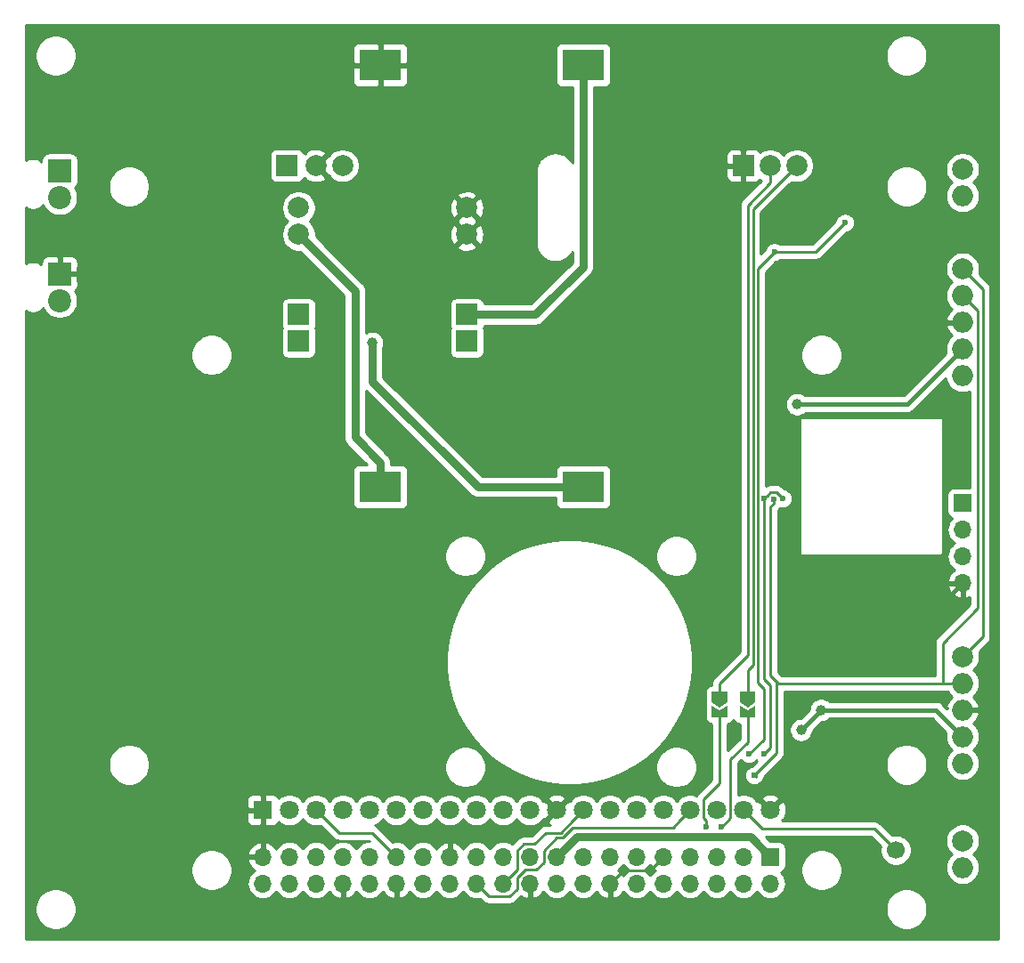
<source format=gbl>
G04 #@! TF.GenerationSoftware,KiCad,Pcbnew,5.1.4-3.fc30*
G04 #@! TF.CreationDate,2019-10-16T23:50:31+02:00*
G04 #@! TF.ProjectId,backplane,6261636b-706c-4616-9e65-2e6b69636164,v2.1-2*
G04 #@! TF.SameCoordinates,Original*
G04 #@! TF.FileFunction,Copper,L2,Bot*
G04 #@! TF.FilePolarity,Positive*
%FSLAX46Y46*%
G04 Gerber Fmt 4.6, Leading zero omitted, Abs format (unit mm)*
G04 Created by KiCad (PCBNEW 5.1.4-3.fc30) date 2019-10-16 23:50:31*
%MOMM*%
%LPD*%
G04 APERTURE LIST*
%ADD10C,0.600000*%
%ADD11C,0.300000*%
%ADD12C,0.100000*%
%ADD13R,1.800000X1.800000*%
%ADD14C,1.800000*%
%ADD15R,2.000000X2.000000*%
%ADD16C,2.000000*%
%ADD17C,1.700000*%
%ADD18O,2.000000X2.000000*%
%ADD19R,1.700000X1.700000*%
%ADD20O,1.700000X1.700000*%
%ADD21R,4.000000X3.000000*%
%ADD22R,2.200000X2.200000*%
%ADD23C,2.200000*%
%ADD24C,0.800000*%
%ADD25C,1.000000*%
%ADD26C,0.250000*%
%ADD27C,0.400000*%
%ADD28C,0.800000*%
%ADD29C,0.254000*%
G04 APERTURE END LIST*
D10*
X169164000Y-100584000D03*
X125095000Y-68834000D03*
X191135000Y-123825000D03*
X183388000Y-133858000D03*
D11*
X182118000Y-131662000D03*
D12*
G36*
X181368000Y-132162000D02*
G01*
X181368000Y-131012000D01*
X182118000Y-131512000D01*
X182868000Y-131012000D01*
X182868000Y-132162000D01*
X181368000Y-132162000D01*
X181368000Y-132162000D01*
G37*
D11*
X182118000Y-130212000D03*
D12*
G36*
X182118000Y-131212000D02*
G01*
X181368000Y-130712000D01*
X181368000Y-129712000D01*
X182868000Y-129712000D01*
X182868000Y-130712000D01*
X182118000Y-131212000D01*
X182118000Y-131212000D01*
G37*
D11*
X184785000Y-130212000D03*
D12*
G36*
X184785000Y-131212000D02*
G01*
X184035000Y-130712000D01*
X184035000Y-129712000D01*
X185535000Y-129712000D01*
X185535000Y-130712000D01*
X184785000Y-131212000D01*
X184785000Y-131212000D01*
G37*
D11*
X184785000Y-131662000D03*
D12*
G36*
X184035000Y-132162000D02*
G01*
X184035000Y-131012000D01*
X184785000Y-131512000D01*
X185535000Y-131012000D01*
X185535000Y-132162000D01*
X184035000Y-132162000D01*
X184035000Y-132162000D01*
G37*
D13*
X138684000Y-140970000D03*
D14*
X141224000Y-140970000D03*
X143764000Y-140970000D03*
X146304000Y-140970000D03*
X148844000Y-140970000D03*
X151384000Y-140970000D03*
X153924000Y-140970000D03*
X156464000Y-140970000D03*
X159004000Y-140970000D03*
X161544000Y-140970000D03*
X164084000Y-140970000D03*
X166624000Y-140970000D03*
X169164000Y-140970000D03*
X171704000Y-140970000D03*
X174244000Y-140970000D03*
X176784000Y-140970000D03*
X179324000Y-140970000D03*
X181864000Y-140970000D03*
X184404000Y-140970000D03*
X186944000Y-140970000D03*
D15*
X140984000Y-79670000D03*
D16*
X143724000Y-79670000D03*
X146264000Y-79670000D03*
D15*
X184384000Y-79670000D03*
D16*
X186924000Y-79670000D03*
X189464000Y-79670000D03*
D10*
X118618000Y-97155000D03*
X143764000Y-128016000D03*
X177292000Y-89916000D03*
X133858000Y-89916000D03*
X118618000Y-74803000D03*
X118618000Y-86487000D03*
X118745000Y-142621000D03*
X205359000Y-150368000D03*
X205232000Y-68834000D03*
X202692000Y-117475000D03*
X202692000Y-102870000D03*
X189230000Y-137795000D03*
X194691000Y-143891000D03*
D17*
X198882000Y-144780000D03*
D16*
X205232000Y-143891000D03*
D18*
X205232000Y-146431000D03*
D16*
X205232000Y-126365000D03*
D18*
X205232000Y-128905000D03*
X205232000Y-131445000D03*
X205232000Y-133985000D03*
X205232000Y-136525000D03*
D16*
X205232000Y-89484200D03*
D18*
X205232000Y-92024200D03*
X205232000Y-94564200D03*
X205232000Y-97104200D03*
X205232000Y-99644200D03*
D16*
X142098000Y-83677000D03*
X142098000Y-86217000D03*
D15*
X142098000Y-93837000D03*
X142098000Y-96377000D03*
D16*
X158098000Y-86217000D03*
D15*
X158098000Y-93837000D03*
D16*
X158098000Y-83677000D03*
D15*
X158098000Y-96377000D03*
D19*
X205232000Y-111760000D03*
D20*
X205232000Y-114300000D03*
X205232000Y-116840000D03*
X205232000Y-119380000D03*
D21*
X149860000Y-70104000D03*
X149860000Y-110236000D03*
X169164000Y-70104000D03*
X169164000Y-110236000D03*
D10*
X205232000Y-140081000D03*
D22*
X119380000Y-89962200D03*
D23*
X119380000Y-92502200D03*
X119380000Y-82700000D03*
D22*
X119380000Y-80160000D03*
D16*
X205232000Y-80010000D03*
D18*
X205232000Y-82550000D03*
D19*
X186944000Y-145415000D03*
D20*
X186944000Y-147955000D03*
X184404000Y-145415000D03*
X184404000Y-147955000D03*
X181864000Y-145415000D03*
X181864000Y-147955000D03*
X179324000Y-145415000D03*
X179324000Y-147955000D03*
X176784000Y-145415000D03*
X176784000Y-147955000D03*
X174244000Y-145415000D03*
X174244000Y-147955000D03*
X171704000Y-145415000D03*
X171704000Y-147955000D03*
X169164000Y-145415000D03*
X169164000Y-147955000D03*
X166624000Y-145415000D03*
X166624000Y-147955000D03*
X164084000Y-145415000D03*
X164084000Y-147955000D03*
X161544000Y-145415000D03*
X161544000Y-147955000D03*
X159004000Y-145415000D03*
X159004000Y-147955000D03*
X156464000Y-145415000D03*
X156464000Y-147955000D03*
X153924000Y-145415000D03*
X153924000Y-147955000D03*
X151384000Y-145415000D03*
X151384000Y-147955000D03*
X148844000Y-145415000D03*
X148844000Y-147955000D03*
X146304000Y-145415000D03*
X146304000Y-147955000D03*
X143764000Y-145415000D03*
X143764000Y-147955000D03*
X141224000Y-145415000D03*
X141224000Y-147955000D03*
X138684000Y-145415000D03*
X138684000Y-147955000D03*
D24*
X200660000Y-127000000D03*
D10*
X188150500Y-113919000D03*
X189357000Y-111379000D03*
D25*
X189484000Y-102362000D03*
X191770000Y-131445000D03*
X189865000Y-133350000D03*
D10*
X186309000Y-135636000D03*
X188134600Y-111334400D03*
X186368021Y-111353600D03*
X185420000Y-137668000D03*
X187240158Y-111379009D03*
X194056000Y-85090000D03*
X187325000Y-87884000D03*
X184912000Y-135636000D03*
D25*
X149098000Y-96520000D03*
D10*
X182245000Y-142610000D03*
X180848000Y-142610000D03*
D26*
X171704000Y-147955000D02*
X172974000Y-146685000D01*
X172974000Y-146685000D02*
X175514000Y-146685000D01*
X175514000Y-146685000D02*
X175934001Y-146264999D01*
X175934001Y-146264999D02*
X176784000Y-145415000D01*
D27*
X200660000Y-123952000D02*
X205232000Y-119380000D01*
X200660000Y-127000000D02*
X200660000Y-123952000D01*
D28*
X189357000Y-112712500D02*
X188150500Y-113919000D01*
X189357000Y-111379000D02*
X189357000Y-112712500D01*
X149860000Y-107936000D02*
X147447000Y-105523000D01*
X149860000Y-110236000D02*
X149860000Y-107936000D01*
X147447000Y-91566000D02*
X142098000Y-86217000D01*
X147447000Y-105523000D02*
X147447000Y-91566000D01*
D27*
X190191106Y-102362000D02*
X189484000Y-102362000D01*
X199974200Y-102362000D02*
X190191106Y-102362000D01*
X205232000Y-97104200D02*
X199974200Y-102362000D01*
X202692000Y-131445000D02*
X205232000Y-133985000D01*
X194703700Y-131445000D02*
X202692000Y-131445000D01*
X194703700Y-131445000D02*
X191770000Y-131445000D01*
X191770000Y-131445000D02*
X189865000Y-133350000D01*
D28*
X167523999Y-144515001D02*
X166624000Y-145415000D01*
X168529000Y-143510000D02*
X167523999Y-144515001D01*
X186944000Y-145415000D02*
X185039000Y-143510000D01*
X185039000Y-143510000D02*
X168529000Y-143510000D01*
D26*
X188115400Y-111353600D02*
X188134600Y-111334400D01*
X205232000Y-126365000D02*
X207137000Y-124460000D01*
X207137000Y-124460000D02*
X207137000Y-91389200D01*
X207137000Y-91389200D02*
X205232000Y-89484200D01*
X188102600Y-111334400D02*
X188134600Y-111334400D01*
X186967622Y-110753999D02*
X186668020Y-111053601D01*
X187554199Y-110753999D02*
X186967622Y-110753999D01*
X188134600Y-111334400D02*
X187554199Y-110753999D01*
X186668020Y-111053601D02*
X186368021Y-111353600D01*
X186368021Y-128518816D02*
X186368021Y-111777864D01*
X186368021Y-111777864D02*
X186368021Y-111353600D01*
X186944000Y-129094795D02*
X186368021Y-128518816D01*
X186309000Y-135636000D02*
X186944000Y-135001000D01*
X186944000Y-135001000D02*
X186944000Y-129094795D01*
X206686989Y-108100000D02*
X206686989Y-108450000D01*
X206686989Y-108450000D02*
X206686989Y-121735011D01*
X206686989Y-93479189D02*
X206686989Y-108100000D01*
X205232000Y-92024200D02*
X206686989Y-93479189D01*
X206686989Y-121735011D02*
X203327000Y-125095000D01*
X203327000Y-125095000D02*
X203327000Y-128905000D01*
X203327000Y-128905000D02*
X202819000Y-128905000D01*
X204029919Y-128905000D02*
X202819000Y-128905000D01*
X205232000Y-128905000D02*
X204029919Y-128905000D01*
X185547000Y-137668000D02*
X185547000Y-137795000D01*
X187325000Y-111480600D02*
X187240158Y-111395758D01*
X187240158Y-111395758D02*
X187240158Y-111379009D01*
X187240158Y-111803273D02*
X187240158Y-111379009D01*
X187452000Y-128651000D02*
X186944000Y-128143000D01*
X186944000Y-128143000D02*
X186944000Y-112099431D01*
X186944000Y-112099431D02*
X187240158Y-111803273D01*
X187706000Y-128905000D02*
X187452000Y-128651000D01*
X205232000Y-128905000D02*
X187706000Y-128905000D01*
X187521009Y-135566991D02*
X187521009Y-128720009D01*
X185420000Y-137668000D02*
X187521009Y-135566991D01*
X187521009Y-128720009D02*
X187452000Y-128651000D01*
X178424001Y-141869999D02*
X179324000Y-140970000D01*
X177673000Y-142621000D02*
X178424001Y-141869999D01*
X168149411Y-142621000D02*
X177673000Y-142621000D01*
X162858999Y-147402001D02*
X163620999Y-146640001D01*
X167191400Y-143579011D02*
X168149411Y-142621000D01*
X165398999Y-145913003D02*
X165398999Y-144826999D01*
X162858999Y-148453003D02*
X162858999Y-147402001D01*
X164672001Y-146640001D02*
X165398999Y-145913003D01*
X165398999Y-144826999D02*
X166646987Y-143579011D01*
X162132001Y-149180001D02*
X162858999Y-148453003D01*
X160229001Y-149180001D02*
X162132001Y-149180001D01*
X163620999Y-146640001D02*
X164672001Y-146640001D01*
X159004000Y-147955000D02*
X160229001Y-149180001D01*
X166646987Y-143579011D02*
X167191400Y-143579011D01*
X191262000Y-87884000D02*
X194056000Y-85090000D01*
X187325000Y-87884000D02*
X191262000Y-87884000D01*
X186309000Y-134239000D02*
X186309000Y-129413000D01*
X184912000Y-135636000D02*
X186309000Y-134239000D01*
X186309000Y-129413000D02*
X185743011Y-128847011D01*
X187025001Y-88183999D02*
X187325000Y-87884000D01*
X185743011Y-128847011D02*
X185743011Y-89465989D01*
X185743011Y-89465989D02*
X187025001Y-88183999D01*
X167005000Y-143129000D02*
X168164001Y-141969999D01*
X165608000Y-143129000D02*
X167005000Y-143129000D01*
X163495999Y-144189999D02*
X164547001Y-144189999D01*
X162858999Y-146640001D02*
X162858999Y-144826999D01*
X168164001Y-141969999D02*
X169164000Y-140970000D01*
X164547001Y-144189999D02*
X165608000Y-143129000D01*
X161544000Y-147955000D02*
X162858999Y-146640001D01*
X162858999Y-144826999D02*
X163495999Y-144189999D01*
X144763999Y-141969999D02*
X143764000Y-140970000D01*
X145923000Y-143129000D02*
X144763999Y-141969999D01*
X151384000Y-145415000D02*
X149098000Y-143129000D01*
X149098000Y-143129000D02*
X145923000Y-143129000D01*
D28*
X159131000Y-110236000D02*
X165864000Y-110236000D01*
X165864000Y-110236000D02*
X169164000Y-110236000D01*
X149098000Y-96520000D02*
X149098000Y-100203000D01*
X149098000Y-100203000D02*
X159131000Y-110236000D01*
D26*
X184785000Y-134493000D02*
X184785000Y-131662000D01*
X183134000Y-141732000D02*
X183134000Y-136144000D01*
X182245000Y-142610000D02*
X182245000Y-142621000D01*
X183134000Y-136144000D02*
X184785000Y-134493000D01*
X182245000Y-142621000D02*
X183134000Y-141732000D01*
X180848000Y-141986000D02*
X180594000Y-141732000D01*
X182118000Y-135890000D02*
X182118000Y-131662000D01*
X180848000Y-142610000D02*
X180848000Y-141986000D01*
X180594000Y-141732000D02*
X180594000Y-139954000D01*
X180594000Y-139954000D02*
X182118000Y-138430000D01*
X182118000Y-138430000D02*
X182118000Y-135890000D01*
X185403999Y-141969999D02*
X184404000Y-140970000D01*
X186182000Y-142748000D02*
X185403999Y-141969999D01*
X198882000Y-144780000D02*
X196850000Y-142748000D01*
X196850000Y-142748000D02*
X186182000Y-142748000D01*
D28*
X169164000Y-70104000D02*
X169164000Y-89281000D01*
X164608000Y-93837000D02*
X158098000Y-93837000D01*
X169164000Y-89281000D02*
X164608000Y-93837000D01*
D26*
X189443000Y-79670000D02*
X189464000Y-79670000D01*
X185293000Y-83820000D02*
X189443000Y-79670000D01*
X185293000Y-127127000D02*
X185293000Y-83820000D01*
X184785000Y-130212000D02*
X184785000Y-127635000D01*
X184785000Y-127635000D02*
X185293000Y-127127000D01*
X186924000Y-81300000D02*
X186924000Y-79670000D01*
X184785000Y-126238000D02*
X184785000Y-83439000D01*
X184785000Y-83439000D02*
X186924000Y-81300000D01*
X182118000Y-130212000D02*
X182118000Y-128905000D01*
X182118000Y-128905000D02*
X184785000Y-126238000D01*
D29*
G36*
X208633001Y-153214000D02*
G01*
X116153000Y-153214000D01*
X116153000Y-150194495D01*
X117012000Y-150194495D01*
X117012000Y-150585505D01*
X117088282Y-150969003D01*
X117237915Y-151330250D01*
X117455149Y-151655364D01*
X117731636Y-151931851D01*
X118056750Y-152149085D01*
X118417997Y-152298718D01*
X118801495Y-152375000D01*
X119192505Y-152375000D01*
X119576003Y-152298718D01*
X119937250Y-152149085D01*
X120262364Y-151931851D01*
X120538851Y-151655364D01*
X120756085Y-151330250D01*
X120905718Y-150969003D01*
X120982000Y-150585505D01*
X120982000Y-150194495D01*
X197913000Y-150194495D01*
X197913000Y-150585505D01*
X197989282Y-150969003D01*
X198138915Y-151330250D01*
X198356149Y-151655364D01*
X198632636Y-151931851D01*
X198957750Y-152149085D01*
X199318997Y-152298718D01*
X199702495Y-152375000D01*
X200093505Y-152375000D01*
X200477003Y-152298718D01*
X200838250Y-152149085D01*
X201163364Y-151931851D01*
X201439851Y-151655364D01*
X201657085Y-151330250D01*
X201806718Y-150969003D01*
X201883000Y-150585505D01*
X201883000Y-150194495D01*
X201806718Y-149810997D01*
X201657085Y-149449750D01*
X201439851Y-149124636D01*
X201163364Y-148848149D01*
X200838250Y-148630915D01*
X200477003Y-148481282D01*
X200093505Y-148405000D01*
X199702495Y-148405000D01*
X199318997Y-148481282D01*
X198957750Y-148630915D01*
X198632636Y-148848149D01*
X198356149Y-149124636D01*
X198138915Y-149449750D01*
X197989282Y-149810997D01*
X197913000Y-150194495D01*
X120982000Y-150194495D01*
X120905718Y-149810997D01*
X120756085Y-149449750D01*
X120538851Y-149124636D01*
X120262364Y-148848149D01*
X119937250Y-148630915D01*
X119576003Y-148481282D01*
X119192505Y-148405000D01*
X118801495Y-148405000D01*
X118417997Y-148481282D01*
X118056750Y-148630915D01*
X117731636Y-148848149D01*
X117455149Y-149124636D01*
X117237915Y-149449750D01*
X117088282Y-149810997D01*
X117012000Y-150194495D01*
X116153000Y-150194495D01*
X116153000Y-146489495D01*
X131829000Y-146489495D01*
X131829000Y-146880505D01*
X131905282Y-147264003D01*
X132054915Y-147625250D01*
X132272149Y-147950364D01*
X132548636Y-148226851D01*
X132873750Y-148444085D01*
X133234997Y-148593718D01*
X133618495Y-148670000D01*
X134009505Y-148670000D01*
X134393003Y-148593718D01*
X134754250Y-148444085D01*
X135079364Y-148226851D01*
X135351215Y-147955000D01*
X137191815Y-147955000D01*
X137220487Y-148246111D01*
X137305401Y-148526034D01*
X137443294Y-148784014D01*
X137628866Y-149010134D01*
X137854986Y-149195706D01*
X138112966Y-149333599D01*
X138392889Y-149418513D01*
X138611050Y-149440000D01*
X138756950Y-149440000D01*
X138975111Y-149418513D01*
X139255034Y-149333599D01*
X139513014Y-149195706D01*
X139739134Y-149010134D01*
X139924706Y-148784014D01*
X139954000Y-148729209D01*
X139983294Y-148784014D01*
X140168866Y-149010134D01*
X140394986Y-149195706D01*
X140652966Y-149333599D01*
X140932889Y-149418513D01*
X141151050Y-149440000D01*
X141296950Y-149440000D01*
X141515111Y-149418513D01*
X141795034Y-149333599D01*
X142053014Y-149195706D01*
X142279134Y-149010134D01*
X142464706Y-148784014D01*
X142494000Y-148729209D01*
X142523294Y-148784014D01*
X142708866Y-149010134D01*
X142934986Y-149195706D01*
X143192966Y-149333599D01*
X143472889Y-149418513D01*
X143691050Y-149440000D01*
X143836950Y-149440000D01*
X144055111Y-149418513D01*
X144335034Y-149333599D01*
X144593014Y-149195706D01*
X144819134Y-149010134D01*
X145004706Y-148784014D01*
X145039201Y-148719477D01*
X145108822Y-148836355D01*
X145303731Y-149052588D01*
X145537080Y-149226641D01*
X145799901Y-149351825D01*
X145947110Y-149396476D01*
X146177000Y-149275155D01*
X146177000Y-148082000D01*
X146157000Y-148082000D01*
X146157000Y-147828000D01*
X146177000Y-147828000D01*
X146177000Y-147808000D01*
X146431000Y-147808000D01*
X146431000Y-147828000D01*
X146451000Y-147828000D01*
X146451000Y-148082000D01*
X146431000Y-148082000D01*
X146431000Y-149275155D01*
X146660890Y-149396476D01*
X146808099Y-149351825D01*
X147070920Y-149226641D01*
X147304269Y-149052588D01*
X147499178Y-148836355D01*
X147568799Y-148719477D01*
X147603294Y-148784014D01*
X147788866Y-149010134D01*
X148014986Y-149195706D01*
X148272966Y-149333599D01*
X148552889Y-149418513D01*
X148771050Y-149440000D01*
X148916950Y-149440000D01*
X149135111Y-149418513D01*
X149415034Y-149333599D01*
X149673014Y-149195706D01*
X149899134Y-149010134D01*
X150084706Y-148784014D01*
X150119201Y-148719477D01*
X150188822Y-148836355D01*
X150383731Y-149052588D01*
X150617080Y-149226641D01*
X150879901Y-149351825D01*
X151027110Y-149396476D01*
X151257000Y-149275155D01*
X151257000Y-148082000D01*
X151237000Y-148082000D01*
X151237000Y-147828000D01*
X151257000Y-147828000D01*
X151257000Y-147808000D01*
X151511000Y-147808000D01*
X151511000Y-147828000D01*
X151531000Y-147828000D01*
X151531000Y-148082000D01*
X151511000Y-148082000D01*
X151511000Y-149275155D01*
X151740890Y-149396476D01*
X151888099Y-149351825D01*
X152150920Y-149226641D01*
X152384269Y-149052588D01*
X152579178Y-148836355D01*
X152648799Y-148719477D01*
X152683294Y-148784014D01*
X152868866Y-149010134D01*
X153094986Y-149195706D01*
X153352966Y-149333599D01*
X153632889Y-149418513D01*
X153851050Y-149440000D01*
X153996950Y-149440000D01*
X154215111Y-149418513D01*
X154495034Y-149333599D01*
X154753014Y-149195706D01*
X154979134Y-149010134D01*
X155164706Y-148784014D01*
X155194000Y-148729209D01*
X155223294Y-148784014D01*
X155408866Y-149010134D01*
X155634986Y-149195706D01*
X155892966Y-149333599D01*
X156172889Y-149418513D01*
X156391050Y-149440000D01*
X156536950Y-149440000D01*
X156755111Y-149418513D01*
X157035034Y-149333599D01*
X157293014Y-149195706D01*
X157519134Y-149010134D01*
X157704706Y-148784014D01*
X157734000Y-148729209D01*
X157763294Y-148784014D01*
X157948866Y-149010134D01*
X158174986Y-149195706D01*
X158432966Y-149333599D01*
X158712889Y-149418513D01*
X158931050Y-149440000D01*
X159076950Y-149440000D01*
X159295111Y-149418513D01*
X159369995Y-149395797D01*
X159665202Y-149691004D01*
X159689000Y-149720002D01*
X159717998Y-149743800D01*
X159804724Y-149814975D01*
X159936754Y-149885547D01*
X160080015Y-149929004D01*
X160191668Y-149940001D01*
X160191677Y-149940001D01*
X160229000Y-149943677D01*
X160266323Y-149940001D01*
X162094679Y-149940001D01*
X162132001Y-149943677D01*
X162169323Y-149940001D01*
X162169334Y-149940001D01*
X162280987Y-149929004D01*
X162424248Y-149885547D01*
X162556277Y-149814975D01*
X162672002Y-149720002D01*
X162695804Y-149690999D01*
X163227202Y-149159602D01*
X163317080Y-149226641D01*
X163579901Y-149351825D01*
X163727110Y-149396476D01*
X163957000Y-149275155D01*
X163957000Y-148082000D01*
X163937000Y-148082000D01*
X163937000Y-147828000D01*
X163957000Y-147828000D01*
X163957000Y-147808000D01*
X164211000Y-147808000D01*
X164211000Y-147828000D01*
X164231000Y-147828000D01*
X164231000Y-148082000D01*
X164211000Y-148082000D01*
X164211000Y-149275155D01*
X164440890Y-149396476D01*
X164588099Y-149351825D01*
X164850920Y-149226641D01*
X165084269Y-149052588D01*
X165279178Y-148836355D01*
X165348799Y-148719477D01*
X165383294Y-148784014D01*
X165568866Y-149010134D01*
X165794986Y-149195706D01*
X166052966Y-149333599D01*
X166332889Y-149418513D01*
X166551050Y-149440000D01*
X166696950Y-149440000D01*
X166915111Y-149418513D01*
X167195034Y-149333599D01*
X167453014Y-149195706D01*
X167679134Y-149010134D01*
X167864706Y-148784014D01*
X167894000Y-148729209D01*
X167923294Y-148784014D01*
X168108866Y-149010134D01*
X168334986Y-149195706D01*
X168592966Y-149333599D01*
X168872889Y-149418513D01*
X169091050Y-149440000D01*
X169236950Y-149440000D01*
X169455111Y-149418513D01*
X169735034Y-149333599D01*
X169993014Y-149195706D01*
X170219134Y-149010134D01*
X170404706Y-148784014D01*
X170439201Y-148719477D01*
X170508822Y-148836355D01*
X170703731Y-149052588D01*
X170937080Y-149226641D01*
X171199901Y-149351825D01*
X171347110Y-149396476D01*
X171577000Y-149275155D01*
X171577000Y-148082000D01*
X171557000Y-148082000D01*
X171557000Y-147828000D01*
X171577000Y-147828000D01*
X171577000Y-147808000D01*
X171831000Y-147808000D01*
X171831000Y-147828000D01*
X171851000Y-147828000D01*
X171851000Y-148082000D01*
X171831000Y-148082000D01*
X171831000Y-149275155D01*
X172060890Y-149396476D01*
X172208099Y-149351825D01*
X172470920Y-149226641D01*
X172704269Y-149052588D01*
X172899178Y-148836355D01*
X172968799Y-148719477D01*
X173003294Y-148784014D01*
X173188866Y-149010134D01*
X173414986Y-149195706D01*
X173672966Y-149333599D01*
X173952889Y-149418513D01*
X174171050Y-149440000D01*
X174316950Y-149440000D01*
X174535111Y-149418513D01*
X174815034Y-149333599D01*
X175073014Y-149195706D01*
X175299134Y-149010134D01*
X175484706Y-148784014D01*
X175514000Y-148729209D01*
X175543294Y-148784014D01*
X175728866Y-149010134D01*
X175954986Y-149195706D01*
X176212966Y-149333599D01*
X176492889Y-149418513D01*
X176711050Y-149440000D01*
X176856950Y-149440000D01*
X177075111Y-149418513D01*
X177355034Y-149333599D01*
X177613014Y-149195706D01*
X177839134Y-149010134D01*
X178024706Y-148784014D01*
X178054000Y-148729209D01*
X178083294Y-148784014D01*
X178268866Y-149010134D01*
X178494986Y-149195706D01*
X178752966Y-149333599D01*
X179032889Y-149418513D01*
X179251050Y-149440000D01*
X179396950Y-149440000D01*
X179615111Y-149418513D01*
X179895034Y-149333599D01*
X180153014Y-149195706D01*
X180379134Y-149010134D01*
X180564706Y-148784014D01*
X180594000Y-148729209D01*
X180623294Y-148784014D01*
X180808866Y-149010134D01*
X181034986Y-149195706D01*
X181292966Y-149333599D01*
X181572889Y-149418513D01*
X181791050Y-149440000D01*
X181936950Y-149440000D01*
X182155111Y-149418513D01*
X182435034Y-149333599D01*
X182693014Y-149195706D01*
X182919134Y-149010134D01*
X183104706Y-148784014D01*
X183134000Y-148729209D01*
X183163294Y-148784014D01*
X183348866Y-149010134D01*
X183574986Y-149195706D01*
X183832966Y-149333599D01*
X184112889Y-149418513D01*
X184331050Y-149440000D01*
X184476950Y-149440000D01*
X184695111Y-149418513D01*
X184975034Y-149333599D01*
X185233014Y-149195706D01*
X185459134Y-149010134D01*
X185644706Y-148784014D01*
X185674000Y-148729209D01*
X185703294Y-148784014D01*
X185888866Y-149010134D01*
X186114986Y-149195706D01*
X186372966Y-149333599D01*
X186652889Y-149418513D01*
X186871050Y-149440000D01*
X187016950Y-149440000D01*
X187235111Y-149418513D01*
X187515034Y-149333599D01*
X187773014Y-149195706D01*
X187999134Y-149010134D01*
X188184706Y-148784014D01*
X188322599Y-148526034D01*
X188407513Y-148246111D01*
X188436185Y-147955000D01*
X188407513Y-147663889D01*
X188322599Y-147383966D01*
X188184706Y-147125986D01*
X187999134Y-146899866D01*
X187969313Y-146875393D01*
X188038180Y-146854502D01*
X188148494Y-146795537D01*
X188245185Y-146716185D01*
X188324537Y-146619494D01*
X188383502Y-146509180D01*
X188389473Y-146489495D01*
X189829000Y-146489495D01*
X189829000Y-146880505D01*
X189905282Y-147264003D01*
X190054915Y-147625250D01*
X190272149Y-147950364D01*
X190548636Y-148226851D01*
X190873750Y-148444085D01*
X191234997Y-148593718D01*
X191618495Y-148670000D01*
X192009505Y-148670000D01*
X192393003Y-148593718D01*
X192754250Y-148444085D01*
X193079364Y-148226851D01*
X193355851Y-147950364D01*
X193573085Y-147625250D01*
X193722718Y-147264003D01*
X193799000Y-146880505D01*
X193799000Y-146489495D01*
X193787365Y-146431000D01*
X203589089Y-146431000D01*
X203620657Y-146751516D01*
X203714148Y-147059715D01*
X203865969Y-147343752D01*
X204070286Y-147592714D01*
X204319248Y-147797031D01*
X204603285Y-147948852D01*
X204911484Y-148042343D01*
X205151678Y-148066000D01*
X205312322Y-148066000D01*
X205552516Y-148042343D01*
X205860715Y-147948852D01*
X206144752Y-147797031D01*
X206393714Y-147592714D01*
X206598031Y-147343752D01*
X206749852Y-147059715D01*
X206843343Y-146751516D01*
X206874911Y-146431000D01*
X206843343Y-146110484D01*
X206749852Y-145802285D01*
X206598031Y-145518248D01*
X206393714Y-145269286D01*
X206267361Y-145165591D01*
X206274252Y-145160987D01*
X206501987Y-144933252D01*
X206680918Y-144665463D01*
X206804168Y-144367912D01*
X206867000Y-144052033D01*
X206867000Y-143729967D01*
X206804168Y-143414088D01*
X206680918Y-143116537D01*
X206501987Y-142848748D01*
X206274252Y-142621013D01*
X206006463Y-142442082D01*
X205708912Y-142318832D01*
X205393033Y-142256000D01*
X205070967Y-142256000D01*
X204755088Y-142318832D01*
X204457537Y-142442082D01*
X204189748Y-142621013D01*
X203962013Y-142848748D01*
X203783082Y-143116537D01*
X203659832Y-143414088D01*
X203597000Y-143729967D01*
X203597000Y-144052033D01*
X203659832Y-144367912D01*
X203783082Y-144665463D01*
X203962013Y-144933252D01*
X204189748Y-145160987D01*
X204196639Y-145165591D01*
X204070286Y-145269286D01*
X203865969Y-145518248D01*
X203714148Y-145802285D01*
X203620657Y-146110484D01*
X203589089Y-146431000D01*
X193787365Y-146431000D01*
X193722718Y-146105997D01*
X193573085Y-145744750D01*
X193355851Y-145419636D01*
X193079364Y-145143149D01*
X192754250Y-144925915D01*
X192393003Y-144776282D01*
X192009505Y-144700000D01*
X191618495Y-144700000D01*
X191234997Y-144776282D01*
X190873750Y-144925915D01*
X190548636Y-145143149D01*
X190272149Y-145419636D01*
X190054915Y-145744750D01*
X189905282Y-146105997D01*
X189829000Y-146489495D01*
X188389473Y-146489495D01*
X188419812Y-146389482D01*
X188432072Y-146265000D01*
X188432072Y-144565000D01*
X188419812Y-144440518D01*
X188383502Y-144320820D01*
X188324537Y-144210506D01*
X188245185Y-144113815D01*
X188148494Y-144034463D01*
X188038180Y-143975498D01*
X187918482Y-143939188D01*
X187794000Y-143926928D01*
X186919639Y-143926928D01*
X186500710Y-143508000D01*
X196535199Y-143508000D01*
X197440790Y-144413592D01*
X197397000Y-144633740D01*
X197397000Y-144926260D01*
X197454068Y-145213158D01*
X197566010Y-145483411D01*
X197728525Y-145726632D01*
X197935368Y-145933475D01*
X198178589Y-146095990D01*
X198448842Y-146207932D01*
X198735740Y-146265000D01*
X199028260Y-146265000D01*
X199315158Y-146207932D01*
X199585411Y-146095990D01*
X199828632Y-145933475D01*
X200035475Y-145726632D01*
X200197990Y-145483411D01*
X200309932Y-145213158D01*
X200367000Y-144926260D01*
X200367000Y-144633740D01*
X200309932Y-144346842D01*
X200197990Y-144076589D01*
X200035475Y-143833368D01*
X199828632Y-143626525D01*
X199585411Y-143464010D01*
X199315158Y-143352068D01*
X199028260Y-143295000D01*
X198735740Y-143295000D01*
X198515592Y-143338790D01*
X197413804Y-142237003D01*
X197390001Y-142207999D01*
X197274276Y-142113026D01*
X197142247Y-142042454D01*
X196998986Y-141998997D01*
X196887333Y-141988000D01*
X196887322Y-141988000D01*
X196850000Y-141984324D01*
X196812678Y-141988000D01*
X188106452Y-141988000D01*
X188124030Y-141970422D01*
X188008082Y-141854474D01*
X188262261Y-141770792D01*
X188393158Y-141498225D01*
X188468365Y-141205358D01*
X188484991Y-140903447D01*
X188442397Y-140604093D01*
X188342222Y-140318801D01*
X188262261Y-140169208D01*
X188008080Y-140085525D01*
X187123605Y-140970000D01*
X187137748Y-140984143D01*
X186958143Y-141163748D01*
X186944000Y-141149605D01*
X186929858Y-141163748D01*
X186750253Y-140984143D01*
X186764395Y-140970000D01*
X185879920Y-140085525D01*
X185698951Y-140145105D01*
X185596312Y-139991495D01*
X185510737Y-139905920D01*
X186059525Y-139905920D01*
X186944000Y-140790395D01*
X187828475Y-139905920D01*
X187744792Y-139651739D01*
X187472225Y-139520842D01*
X187179358Y-139445635D01*
X186877447Y-139429009D01*
X186578093Y-139471603D01*
X186292801Y-139571778D01*
X186143208Y-139651739D01*
X186059525Y-139905920D01*
X185510737Y-139905920D01*
X185382505Y-139777688D01*
X185131095Y-139609701D01*
X184851743Y-139493989D01*
X184555184Y-139435000D01*
X184252816Y-139435000D01*
X183956257Y-139493989D01*
X183894000Y-139519777D01*
X183894000Y-136458801D01*
X184159717Y-136193084D01*
X184185738Y-136232028D01*
X184315972Y-136362262D01*
X184469111Y-136464586D01*
X184639271Y-136535068D01*
X184819911Y-136571000D01*
X185004089Y-136571000D01*
X185184729Y-136535068D01*
X185354889Y-136464586D01*
X185508028Y-136362262D01*
X185610500Y-136259790D01*
X185681954Y-136331244D01*
X185268351Y-136744847D01*
X185147271Y-136768932D01*
X184977111Y-136839414D01*
X184823972Y-136941738D01*
X184693738Y-137071972D01*
X184591414Y-137225111D01*
X184520932Y-137395271D01*
X184485000Y-137575911D01*
X184485000Y-137760089D01*
X184520932Y-137940729D01*
X184591414Y-138110889D01*
X184693738Y-138264028D01*
X184823972Y-138394262D01*
X184977111Y-138496586D01*
X185147271Y-138567068D01*
X185327911Y-138603000D01*
X185512089Y-138603000D01*
X185692729Y-138567068D01*
X185862889Y-138496586D01*
X185927809Y-138453208D01*
X185971276Y-138429974D01*
X186009372Y-138398709D01*
X186016028Y-138394262D01*
X186021688Y-138388602D01*
X186087001Y-138335001D01*
X186140602Y-138269688D01*
X186146262Y-138264028D01*
X186150709Y-138257372D01*
X186181974Y-138219276D01*
X186205207Y-138175810D01*
X186248586Y-138110889D01*
X186319068Y-137940729D01*
X186343153Y-137819649D01*
X187706307Y-136456495D01*
X197913000Y-136456495D01*
X197913000Y-136847505D01*
X197989282Y-137231003D01*
X198138915Y-137592250D01*
X198356149Y-137917364D01*
X198632636Y-138193851D01*
X198957750Y-138411085D01*
X199318997Y-138560718D01*
X199702495Y-138637000D01*
X200093505Y-138637000D01*
X200477003Y-138560718D01*
X200838250Y-138411085D01*
X201163364Y-138193851D01*
X201439851Y-137917364D01*
X201657085Y-137592250D01*
X201806718Y-137231003D01*
X201883000Y-136847505D01*
X201883000Y-136456495D01*
X201806718Y-136072997D01*
X201657085Y-135711750D01*
X201439851Y-135386636D01*
X201163364Y-135110149D01*
X200838250Y-134892915D01*
X200477003Y-134743282D01*
X200093505Y-134667000D01*
X199702495Y-134667000D01*
X199318997Y-134743282D01*
X198957750Y-134892915D01*
X198632636Y-135110149D01*
X198356149Y-135386636D01*
X198138915Y-135711750D01*
X197989282Y-136072997D01*
X197913000Y-136456495D01*
X187706307Y-136456495D01*
X188032018Y-136130785D01*
X188061010Y-136106992D01*
X188084804Y-136077999D01*
X188084808Y-136077995D01*
X188155982Y-135991268D01*
X188155983Y-135991267D01*
X188226555Y-135859238D01*
X188270012Y-135715977D01*
X188281009Y-135604324D01*
X188281009Y-135604315D01*
X188284685Y-135566992D01*
X188281009Y-135529669D01*
X188281009Y-129665000D01*
X203289667Y-129665000D01*
X203327000Y-129668677D01*
X203364333Y-129665000D01*
X203784321Y-129665000D01*
X203865969Y-129817752D01*
X204070286Y-130066714D01*
X204207154Y-130179038D01*
X204032252Y-130334215D01*
X203838601Y-130589618D01*
X203698498Y-130877893D01*
X203641876Y-131064566D01*
X203761222Y-131317998D01*
X203745865Y-131317998D01*
X203311446Y-130883579D01*
X203285291Y-130851709D01*
X203158146Y-130747364D01*
X203013087Y-130669828D01*
X202855689Y-130622082D01*
X202733019Y-130610000D01*
X202733018Y-130610000D01*
X202692000Y-130605960D01*
X202650982Y-130610000D01*
X192540132Y-130610000D01*
X192493520Y-130563388D01*
X192307624Y-130439176D01*
X192101067Y-130353617D01*
X191881788Y-130310000D01*
X191658212Y-130310000D01*
X191438933Y-130353617D01*
X191232376Y-130439176D01*
X191046480Y-130563388D01*
X190888388Y-130721480D01*
X190764176Y-130907376D01*
X190678617Y-131113933D01*
X190635000Y-131333212D01*
X190635000Y-131399132D01*
X189819132Y-132215000D01*
X189753212Y-132215000D01*
X189533933Y-132258617D01*
X189327376Y-132344176D01*
X189141480Y-132468388D01*
X188983388Y-132626480D01*
X188859176Y-132812376D01*
X188773617Y-133018933D01*
X188730000Y-133238212D01*
X188730000Y-133461788D01*
X188773617Y-133681067D01*
X188859176Y-133887624D01*
X188983388Y-134073520D01*
X189141480Y-134231612D01*
X189327376Y-134355824D01*
X189533933Y-134441383D01*
X189753212Y-134485000D01*
X189976788Y-134485000D01*
X190196067Y-134441383D01*
X190402624Y-134355824D01*
X190588520Y-134231612D01*
X190746612Y-134073520D01*
X190870824Y-133887624D01*
X190956383Y-133681067D01*
X191000000Y-133461788D01*
X191000000Y-133395868D01*
X191815868Y-132580000D01*
X191881788Y-132580000D01*
X192101067Y-132536383D01*
X192307624Y-132450824D01*
X192493520Y-132326612D01*
X192540132Y-132280000D01*
X202346133Y-132280000D01*
X203646249Y-133580117D01*
X203620657Y-133664484D01*
X203589089Y-133985000D01*
X203620657Y-134305516D01*
X203714148Y-134613715D01*
X203865969Y-134897752D01*
X204070286Y-135146714D01*
X204202233Y-135255000D01*
X204070286Y-135363286D01*
X203865969Y-135612248D01*
X203714148Y-135896285D01*
X203620657Y-136204484D01*
X203589089Y-136525000D01*
X203620657Y-136845516D01*
X203714148Y-137153715D01*
X203865969Y-137437752D01*
X204070286Y-137686714D01*
X204319248Y-137891031D01*
X204603285Y-138042852D01*
X204911484Y-138136343D01*
X205151678Y-138160000D01*
X205312322Y-138160000D01*
X205552516Y-138136343D01*
X205860715Y-138042852D01*
X206144752Y-137891031D01*
X206393714Y-137686714D01*
X206598031Y-137437752D01*
X206749852Y-137153715D01*
X206843343Y-136845516D01*
X206874911Y-136525000D01*
X206843343Y-136204484D01*
X206749852Y-135896285D01*
X206598031Y-135612248D01*
X206393714Y-135363286D01*
X206261767Y-135255000D01*
X206393714Y-135146714D01*
X206598031Y-134897752D01*
X206749852Y-134613715D01*
X206843343Y-134305516D01*
X206874911Y-133985000D01*
X206843343Y-133664484D01*
X206749852Y-133356285D01*
X206598031Y-133072248D01*
X206393714Y-132823286D01*
X206256846Y-132710962D01*
X206431748Y-132555785D01*
X206625399Y-132300382D01*
X206765502Y-132012107D01*
X206822124Y-131825434D01*
X206702777Y-131572000D01*
X205359000Y-131572000D01*
X205359000Y-131592000D01*
X205105000Y-131592000D01*
X205105000Y-131572000D01*
X205085000Y-131572000D01*
X205085000Y-131318000D01*
X205105000Y-131318000D01*
X205105000Y-131298000D01*
X205359000Y-131298000D01*
X205359000Y-131318000D01*
X206702777Y-131318000D01*
X206822124Y-131064566D01*
X206765502Y-130877893D01*
X206625399Y-130589618D01*
X206431748Y-130334215D01*
X206256846Y-130179038D01*
X206393714Y-130066714D01*
X206598031Y-129817752D01*
X206749852Y-129533715D01*
X206843343Y-129225516D01*
X206874911Y-128905000D01*
X206843343Y-128584484D01*
X206749852Y-128276285D01*
X206598031Y-127992248D01*
X206393714Y-127743286D01*
X206267361Y-127639591D01*
X206274252Y-127634987D01*
X206501987Y-127407252D01*
X206680918Y-127139463D01*
X206804168Y-126841912D01*
X206867000Y-126526033D01*
X206867000Y-126203967D01*
X206804168Y-125888088D01*
X206798177Y-125873625D01*
X207648004Y-125023798D01*
X207677001Y-125000001D01*
X207771974Y-124884276D01*
X207842546Y-124752247D01*
X207886003Y-124608986D01*
X207897000Y-124497333D01*
X207897000Y-124497323D01*
X207900676Y-124460000D01*
X207897000Y-124422677D01*
X207897000Y-91426523D01*
X207900676Y-91389200D01*
X207897000Y-91351877D01*
X207897000Y-91351867D01*
X207886003Y-91240214D01*
X207842546Y-91096953D01*
X207771974Y-90964924D01*
X207677001Y-90849199D01*
X207648003Y-90825401D01*
X206798177Y-89975575D01*
X206804168Y-89961112D01*
X206867000Y-89645233D01*
X206867000Y-89323167D01*
X206804168Y-89007288D01*
X206680918Y-88709737D01*
X206501987Y-88441948D01*
X206274252Y-88214213D01*
X206006463Y-88035282D01*
X205708912Y-87912032D01*
X205393033Y-87849200D01*
X205070967Y-87849200D01*
X204755088Y-87912032D01*
X204457537Y-88035282D01*
X204189748Y-88214213D01*
X203962013Y-88441948D01*
X203783082Y-88709737D01*
X203659832Y-89007288D01*
X203597000Y-89323167D01*
X203597000Y-89645233D01*
X203659832Y-89961112D01*
X203783082Y-90258663D01*
X203962013Y-90526452D01*
X204189748Y-90754187D01*
X204196639Y-90758791D01*
X204070286Y-90862486D01*
X203865969Y-91111448D01*
X203714148Y-91395485D01*
X203620657Y-91703684D01*
X203589089Y-92024200D01*
X203620657Y-92344716D01*
X203714148Y-92652915D01*
X203865969Y-92936952D01*
X204070286Y-93185914D01*
X204207154Y-93298238D01*
X204032252Y-93453415D01*
X203838601Y-93708818D01*
X203698498Y-93997093D01*
X203641876Y-94183766D01*
X203761223Y-94437200D01*
X205105000Y-94437200D01*
X205105000Y-94417200D01*
X205359000Y-94417200D01*
X205359000Y-94437200D01*
X205379000Y-94437200D01*
X205379000Y-94691200D01*
X205359000Y-94691200D01*
X205359000Y-94711200D01*
X205105000Y-94711200D01*
X205105000Y-94691200D01*
X203761223Y-94691200D01*
X203641876Y-94944634D01*
X203698498Y-95131307D01*
X203838601Y-95419582D01*
X204032252Y-95674985D01*
X204207154Y-95830162D01*
X204070286Y-95942486D01*
X203865969Y-96191448D01*
X203714148Y-96475485D01*
X203620657Y-96783684D01*
X203589089Y-97104200D01*
X203620657Y-97424716D01*
X203646249Y-97509083D01*
X199628333Y-101527000D01*
X190254132Y-101527000D01*
X190207520Y-101480388D01*
X190021624Y-101356176D01*
X189815067Y-101270617D01*
X189595788Y-101227000D01*
X189372212Y-101227000D01*
X189152933Y-101270617D01*
X188946376Y-101356176D01*
X188760480Y-101480388D01*
X188602388Y-101638480D01*
X188478176Y-101824376D01*
X188392617Y-102030933D01*
X188349000Y-102250212D01*
X188349000Y-102473788D01*
X188392617Y-102693067D01*
X188478176Y-102899624D01*
X188602388Y-103085520D01*
X188760480Y-103243612D01*
X188946376Y-103367824D01*
X189152933Y-103453383D01*
X189372212Y-103497000D01*
X189595788Y-103497000D01*
X189815067Y-103453383D01*
X190021624Y-103367824D01*
X190207520Y-103243612D01*
X190254132Y-103197000D01*
X199933182Y-103197000D01*
X199974200Y-103201040D01*
X200015218Y-103197000D01*
X200015219Y-103197000D01*
X200137889Y-103184918D01*
X200295287Y-103137172D01*
X200440346Y-103059636D01*
X200567491Y-102955291D01*
X200593646Y-102923421D01*
X203614533Y-99902535D01*
X203620657Y-99964716D01*
X203714148Y-100272915D01*
X203865969Y-100556952D01*
X204070286Y-100805914D01*
X204319248Y-101010231D01*
X204603285Y-101162052D01*
X204911484Y-101255543D01*
X205151678Y-101279200D01*
X205312322Y-101279200D01*
X205552516Y-101255543D01*
X205860715Y-101162052D01*
X205926990Y-101126628D01*
X205926990Y-108062658D01*
X205926989Y-108062668D01*
X205926989Y-110271928D01*
X204382000Y-110271928D01*
X204257518Y-110284188D01*
X204137820Y-110320498D01*
X204027506Y-110379463D01*
X203930815Y-110458815D01*
X203851463Y-110555506D01*
X203792498Y-110665820D01*
X203756188Y-110785518D01*
X203743928Y-110910000D01*
X203743928Y-112610000D01*
X203756188Y-112734482D01*
X203792498Y-112854180D01*
X203851463Y-112964494D01*
X203930815Y-113061185D01*
X204027506Y-113140537D01*
X204137820Y-113199502D01*
X204206687Y-113220393D01*
X204176866Y-113244866D01*
X203991294Y-113470986D01*
X203853401Y-113728966D01*
X203768487Y-114008889D01*
X203739815Y-114300000D01*
X203768487Y-114591111D01*
X203853401Y-114871034D01*
X203991294Y-115129014D01*
X204176866Y-115355134D01*
X204402986Y-115540706D01*
X204457791Y-115570000D01*
X204402986Y-115599294D01*
X204176866Y-115784866D01*
X203991294Y-116010986D01*
X203853401Y-116268966D01*
X203768487Y-116548889D01*
X203739815Y-116840000D01*
X203768487Y-117131111D01*
X203853401Y-117411034D01*
X203991294Y-117669014D01*
X204176866Y-117895134D01*
X204402986Y-118080706D01*
X204467523Y-118115201D01*
X204350645Y-118184822D01*
X204134412Y-118379731D01*
X203960359Y-118613080D01*
X203835175Y-118875901D01*
X203790524Y-119023110D01*
X203911845Y-119253000D01*
X205105000Y-119253000D01*
X205105000Y-119233000D01*
X205359000Y-119233000D01*
X205359000Y-119253000D01*
X205379000Y-119253000D01*
X205379000Y-119507000D01*
X205359000Y-119507000D01*
X205359000Y-120700814D01*
X205588891Y-120821481D01*
X205863252Y-120724157D01*
X205926990Y-120686190D01*
X205926990Y-121420208D01*
X202816003Y-124531196D01*
X202786999Y-124554999D01*
X202731871Y-124622174D01*
X202692026Y-124670724D01*
X202660342Y-124730000D01*
X202621454Y-124802754D01*
X202577997Y-124946015D01*
X202567000Y-125057668D01*
X202567000Y-125057678D01*
X202563324Y-125095000D01*
X202567000Y-125132323D01*
X202567001Y-128145000D01*
X188020801Y-128145000D01*
X188015802Y-128140000D01*
X188015799Y-128139997D01*
X187704000Y-127828199D01*
X187704000Y-119736890D01*
X203790524Y-119736890D01*
X203835175Y-119884099D01*
X203960359Y-120146920D01*
X204134412Y-120380269D01*
X204350645Y-120575178D01*
X204600748Y-120724157D01*
X204875109Y-120821481D01*
X205105000Y-120700814D01*
X205105000Y-119507000D01*
X203911845Y-119507000D01*
X203790524Y-119736890D01*
X187704000Y-119736890D01*
X187704000Y-112414232D01*
X187751156Y-112367076D01*
X187780159Y-112343274D01*
X187869095Y-112234905D01*
X188042511Y-112269400D01*
X188226689Y-112269400D01*
X188407329Y-112233468D01*
X188577489Y-112162986D01*
X188730628Y-112060662D01*
X188860862Y-111930428D01*
X188963186Y-111777289D01*
X189033668Y-111607129D01*
X189069600Y-111426489D01*
X189069600Y-111242311D01*
X189033668Y-111061671D01*
X188963186Y-110891511D01*
X188860862Y-110738372D01*
X188730628Y-110608138D01*
X188577489Y-110505814D01*
X188407329Y-110435332D01*
X188286249Y-110411247D01*
X188118002Y-110243001D01*
X188094200Y-110213998D01*
X187978475Y-110119025D01*
X187846446Y-110048453D01*
X187703185Y-110004996D01*
X187591532Y-109993999D01*
X187591521Y-109993999D01*
X187554199Y-109990323D01*
X187516877Y-109993999D01*
X187004944Y-109993999D01*
X186967621Y-109990323D01*
X186930298Y-109993999D01*
X186930289Y-109993999D01*
X186818636Y-110004996D01*
X186675375Y-110048453D01*
X186543346Y-110119025D01*
X186503011Y-110152127D01*
X186503011Y-103759000D01*
X189738000Y-103759000D01*
X189738000Y-116586000D01*
X189740440Y-116610776D01*
X189747667Y-116634601D01*
X189759403Y-116656557D01*
X189775197Y-116675803D01*
X189794443Y-116691597D01*
X189816399Y-116703333D01*
X189840224Y-116710560D01*
X189865000Y-116713000D01*
X203200000Y-116713000D01*
X203224776Y-116710560D01*
X203248601Y-116703333D01*
X203270557Y-116691597D01*
X203289803Y-116675803D01*
X203305597Y-116656557D01*
X203317333Y-116634601D01*
X203324560Y-116610776D01*
X203327000Y-116586000D01*
X203327000Y-103759000D01*
X203324560Y-103734224D01*
X203317333Y-103710399D01*
X203305597Y-103688443D01*
X203289803Y-103669197D01*
X203270557Y-103653403D01*
X203248601Y-103641667D01*
X203224776Y-103634440D01*
X203200000Y-103632000D01*
X189865000Y-103632000D01*
X189840224Y-103634440D01*
X189816399Y-103641667D01*
X189794443Y-103653403D01*
X189775197Y-103669197D01*
X189759403Y-103688443D01*
X189747667Y-103710399D01*
X189740440Y-103734224D01*
X189738000Y-103759000D01*
X186503011Y-103759000D01*
X186503011Y-97489495D01*
X189829000Y-97489495D01*
X189829000Y-97880505D01*
X189905282Y-98264003D01*
X190054915Y-98625250D01*
X190272149Y-98950364D01*
X190548636Y-99226851D01*
X190873750Y-99444085D01*
X191234997Y-99593718D01*
X191618495Y-99670000D01*
X192009505Y-99670000D01*
X192393003Y-99593718D01*
X192754250Y-99444085D01*
X193079364Y-99226851D01*
X193355851Y-98950364D01*
X193573085Y-98625250D01*
X193722718Y-98264003D01*
X193799000Y-97880505D01*
X193799000Y-97489495D01*
X193722718Y-97105997D01*
X193573085Y-96744750D01*
X193355851Y-96419636D01*
X193079364Y-96143149D01*
X192754250Y-95925915D01*
X192393003Y-95776282D01*
X192009505Y-95700000D01*
X191618495Y-95700000D01*
X191234997Y-95776282D01*
X190873750Y-95925915D01*
X190548636Y-96143149D01*
X190272149Y-96419636D01*
X190054915Y-96744750D01*
X189905282Y-97105997D01*
X189829000Y-97489495D01*
X186503011Y-97489495D01*
X186503011Y-89780790D01*
X187476649Y-88807153D01*
X187597729Y-88783068D01*
X187767889Y-88712586D01*
X187870535Y-88644000D01*
X191224678Y-88644000D01*
X191262000Y-88647676D01*
X191299322Y-88644000D01*
X191299333Y-88644000D01*
X191410986Y-88633003D01*
X191554247Y-88589546D01*
X191686276Y-88518974D01*
X191802001Y-88424001D01*
X191825804Y-88394997D01*
X194207649Y-86013153D01*
X194328729Y-85989068D01*
X194498889Y-85918586D01*
X194652028Y-85816262D01*
X194782262Y-85686028D01*
X194884586Y-85532889D01*
X194955068Y-85362729D01*
X194991000Y-85182089D01*
X194991000Y-84997911D01*
X194955068Y-84817271D01*
X194884586Y-84647111D01*
X194782262Y-84493972D01*
X194652028Y-84363738D01*
X194498889Y-84261414D01*
X194328729Y-84190932D01*
X194148089Y-84155000D01*
X193963911Y-84155000D01*
X193783271Y-84190932D01*
X193613111Y-84261414D01*
X193459972Y-84363738D01*
X193329738Y-84493972D01*
X193227414Y-84647111D01*
X193156932Y-84817271D01*
X193132847Y-84938351D01*
X190947199Y-87124000D01*
X187870535Y-87124000D01*
X187767889Y-87055414D01*
X187597729Y-86984932D01*
X187417089Y-86949000D01*
X187232911Y-86949000D01*
X187052271Y-86984932D01*
X186882111Y-87055414D01*
X186728972Y-87157738D01*
X186598738Y-87287972D01*
X186496414Y-87441111D01*
X186425932Y-87611271D01*
X186401847Y-87732351D01*
X186053000Y-88081198D01*
X186053000Y-84134801D01*
X188722306Y-81465495D01*
X197913000Y-81465495D01*
X197913000Y-81856505D01*
X197989282Y-82240003D01*
X198138915Y-82601250D01*
X198356149Y-82926364D01*
X198632636Y-83202851D01*
X198957750Y-83420085D01*
X199318997Y-83569718D01*
X199702495Y-83646000D01*
X200093505Y-83646000D01*
X200477003Y-83569718D01*
X200838250Y-83420085D01*
X201163364Y-83202851D01*
X201439851Y-82926364D01*
X201657085Y-82601250D01*
X201678313Y-82550000D01*
X203589089Y-82550000D01*
X203620657Y-82870516D01*
X203714148Y-83178715D01*
X203865969Y-83462752D01*
X204070286Y-83711714D01*
X204319248Y-83916031D01*
X204603285Y-84067852D01*
X204911484Y-84161343D01*
X205151678Y-84185000D01*
X205312322Y-84185000D01*
X205552516Y-84161343D01*
X205860715Y-84067852D01*
X206144752Y-83916031D01*
X206393714Y-83711714D01*
X206598031Y-83462752D01*
X206749852Y-83178715D01*
X206843343Y-82870516D01*
X206874911Y-82550000D01*
X206843343Y-82229484D01*
X206749852Y-81921285D01*
X206598031Y-81637248D01*
X206393714Y-81388286D01*
X206267361Y-81284591D01*
X206274252Y-81279987D01*
X206501987Y-81052252D01*
X206680918Y-80784463D01*
X206804168Y-80486912D01*
X206867000Y-80171033D01*
X206867000Y-79848967D01*
X206804168Y-79533088D01*
X206680918Y-79235537D01*
X206501987Y-78967748D01*
X206274252Y-78740013D01*
X206006463Y-78561082D01*
X205708912Y-78437832D01*
X205393033Y-78375000D01*
X205070967Y-78375000D01*
X204755088Y-78437832D01*
X204457537Y-78561082D01*
X204189748Y-78740013D01*
X203962013Y-78967748D01*
X203783082Y-79235537D01*
X203659832Y-79533088D01*
X203597000Y-79848967D01*
X203597000Y-80171033D01*
X203659832Y-80486912D01*
X203783082Y-80784463D01*
X203962013Y-81052252D01*
X204189748Y-81279987D01*
X204196639Y-81284591D01*
X204070286Y-81388286D01*
X203865969Y-81637248D01*
X203714148Y-81921285D01*
X203620657Y-82229484D01*
X203589089Y-82550000D01*
X201678313Y-82550000D01*
X201806718Y-82240003D01*
X201883000Y-81856505D01*
X201883000Y-81465495D01*
X201806718Y-81081997D01*
X201657085Y-80720750D01*
X201439851Y-80395636D01*
X201163364Y-80119149D01*
X200838250Y-79901915D01*
X200477003Y-79752282D01*
X200093505Y-79676000D01*
X199702495Y-79676000D01*
X199318997Y-79752282D01*
X198957750Y-79901915D01*
X198632636Y-80119149D01*
X198356149Y-80395636D01*
X198138915Y-80720750D01*
X197989282Y-81081997D01*
X197913000Y-81465495D01*
X188722306Y-81465495D01*
X188957775Y-81230026D01*
X188987088Y-81242168D01*
X189302967Y-81305000D01*
X189625033Y-81305000D01*
X189940912Y-81242168D01*
X190238463Y-81118918D01*
X190506252Y-80939987D01*
X190733987Y-80712252D01*
X190912918Y-80444463D01*
X191036168Y-80146912D01*
X191099000Y-79831033D01*
X191099000Y-79508967D01*
X191036168Y-79193088D01*
X190912918Y-78895537D01*
X190733987Y-78627748D01*
X190506252Y-78400013D01*
X190238463Y-78221082D01*
X189940912Y-78097832D01*
X189625033Y-78035000D01*
X189302967Y-78035000D01*
X188987088Y-78097832D01*
X188689537Y-78221082D01*
X188421748Y-78400013D01*
X188194013Y-78627748D01*
X188194000Y-78627767D01*
X188193987Y-78627748D01*
X187966252Y-78400013D01*
X187698463Y-78221082D01*
X187400912Y-78097832D01*
X187085033Y-78035000D01*
X186762967Y-78035000D01*
X186447088Y-78097832D01*
X186149537Y-78221082D01*
X185939191Y-78361630D01*
X185914537Y-78315506D01*
X185835185Y-78218815D01*
X185738494Y-78139463D01*
X185628180Y-78080498D01*
X185508482Y-78044188D01*
X185384000Y-78031928D01*
X184669750Y-78035000D01*
X184511000Y-78193750D01*
X184511000Y-79543000D01*
X184531000Y-79543000D01*
X184531000Y-79797000D01*
X184511000Y-79797000D01*
X184511000Y-81146250D01*
X184669750Y-81305000D01*
X185384000Y-81308072D01*
X185508482Y-81295812D01*
X185628180Y-81259502D01*
X185738494Y-81200537D01*
X185835185Y-81121185D01*
X185914537Y-81024494D01*
X185939191Y-80978370D01*
X186078048Y-81071150D01*
X184273998Y-82875201D01*
X184245000Y-82898999D01*
X184221202Y-82927997D01*
X184221201Y-82927998D01*
X184150026Y-83014724D01*
X184079454Y-83146754D01*
X184035998Y-83290015D01*
X184021324Y-83439000D01*
X184025001Y-83476333D01*
X184025000Y-125923198D01*
X181606998Y-128341201D01*
X181578000Y-128364999D01*
X181554202Y-128393997D01*
X181554201Y-128393998D01*
X181483026Y-128480724D01*
X181412454Y-128612754D01*
X181395756Y-128667802D01*
X181368998Y-128756014D01*
X181359884Y-128848546D01*
X181354324Y-128905000D01*
X181358001Y-128942332D01*
X181358001Y-129074913D01*
X181243518Y-129086188D01*
X181123820Y-129122498D01*
X181013506Y-129181463D01*
X180916815Y-129260815D01*
X180837463Y-129357506D01*
X180778498Y-129467820D01*
X180742188Y-129587518D01*
X180729928Y-129712000D01*
X180729928Y-130712000D01*
X180742319Y-130837136D01*
X180749909Y-130862064D01*
X180742188Y-130887518D01*
X180729928Y-131012000D01*
X180729928Y-132162000D01*
X180742188Y-132286482D01*
X180778498Y-132406180D01*
X180837463Y-132516494D01*
X180916815Y-132613185D01*
X181013506Y-132692537D01*
X181123820Y-132751502D01*
X181243518Y-132787812D01*
X181358001Y-132799087D01*
X181358000Y-135927332D01*
X181358001Y-135927342D01*
X181358000Y-138115197D01*
X180082998Y-139390201D01*
X180054000Y-139413999D01*
X180030202Y-139442997D01*
X180030201Y-139442998D01*
X179959026Y-139529724D01*
X179940716Y-139563980D01*
X179771743Y-139493989D01*
X179475184Y-139435000D01*
X179172816Y-139435000D01*
X178876257Y-139493989D01*
X178596905Y-139609701D01*
X178345495Y-139777688D01*
X178131688Y-139991495D01*
X178054000Y-140107763D01*
X177976312Y-139991495D01*
X177762505Y-139777688D01*
X177511095Y-139609701D01*
X177231743Y-139493989D01*
X176935184Y-139435000D01*
X176632816Y-139435000D01*
X176336257Y-139493989D01*
X176056905Y-139609701D01*
X175805495Y-139777688D01*
X175591688Y-139991495D01*
X175514000Y-140107763D01*
X175436312Y-139991495D01*
X175222505Y-139777688D01*
X174971095Y-139609701D01*
X174691743Y-139493989D01*
X174395184Y-139435000D01*
X174092816Y-139435000D01*
X173796257Y-139493989D01*
X173516905Y-139609701D01*
X173265495Y-139777688D01*
X173051688Y-139991495D01*
X172974000Y-140107763D01*
X172896312Y-139991495D01*
X172682505Y-139777688D01*
X172431095Y-139609701D01*
X172151743Y-139493989D01*
X171855184Y-139435000D01*
X171552816Y-139435000D01*
X171256257Y-139493989D01*
X170976905Y-139609701D01*
X170725495Y-139777688D01*
X170511688Y-139991495D01*
X170434000Y-140107763D01*
X170356312Y-139991495D01*
X170142505Y-139777688D01*
X169891095Y-139609701D01*
X169611743Y-139493989D01*
X169315184Y-139435000D01*
X169012816Y-139435000D01*
X168716257Y-139493989D01*
X168436905Y-139609701D01*
X168185495Y-139777688D01*
X167971688Y-139991495D01*
X167869049Y-140145105D01*
X167688080Y-140085525D01*
X166803605Y-140970000D01*
X166817748Y-140984143D01*
X166638143Y-141163748D01*
X166624000Y-141149605D01*
X165739525Y-142034080D01*
X165823208Y-142288261D01*
X165991331Y-142369000D01*
X165645322Y-142369000D01*
X165607999Y-142365324D01*
X165570676Y-142369000D01*
X165570667Y-142369000D01*
X165459014Y-142379997D01*
X165315753Y-142423454D01*
X165183724Y-142494026D01*
X165067999Y-142588999D01*
X165044201Y-142617997D01*
X164232200Y-143429999D01*
X163533321Y-143429999D01*
X163495998Y-143426323D01*
X163458675Y-143429999D01*
X163458666Y-143429999D01*
X163347013Y-143440996D01*
X163234935Y-143474994D01*
X163203752Y-143484453D01*
X163071722Y-143555025D01*
X162988082Y-143623667D01*
X162955998Y-143649998D01*
X162932199Y-143678997D01*
X162408105Y-144203092D01*
X162373014Y-144174294D01*
X162115034Y-144036401D01*
X161835111Y-143951487D01*
X161616950Y-143930000D01*
X161471050Y-143930000D01*
X161252889Y-143951487D01*
X160972966Y-144036401D01*
X160714986Y-144174294D01*
X160488866Y-144359866D01*
X160303294Y-144585986D01*
X160274000Y-144640791D01*
X160244706Y-144585986D01*
X160059134Y-144359866D01*
X159833014Y-144174294D01*
X159575034Y-144036401D01*
X159295111Y-143951487D01*
X159076950Y-143930000D01*
X158931050Y-143930000D01*
X158712889Y-143951487D01*
X158432966Y-144036401D01*
X158174986Y-144174294D01*
X157948866Y-144359866D01*
X157763294Y-144585986D01*
X157728799Y-144650523D01*
X157659178Y-144533645D01*
X157464269Y-144317412D01*
X157230920Y-144143359D01*
X156968099Y-144018175D01*
X156820890Y-143973524D01*
X156591000Y-144094845D01*
X156591000Y-145288000D01*
X156611000Y-145288000D01*
X156611000Y-145542000D01*
X156591000Y-145542000D01*
X156591000Y-145562000D01*
X156337000Y-145562000D01*
X156337000Y-145542000D01*
X156317000Y-145542000D01*
X156317000Y-145288000D01*
X156337000Y-145288000D01*
X156337000Y-144094845D01*
X156107110Y-143973524D01*
X155959901Y-144018175D01*
X155697080Y-144143359D01*
X155463731Y-144317412D01*
X155268822Y-144533645D01*
X155199201Y-144650523D01*
X155164706Y-144585986D01*
X154979134Y-144359866D01*
X154753014Y-144174294D01*
X154495034Y-144036401D01*
X154215111Y-143951487D01*
X153996950Y-143930000D01*
X153851050Y-143930000D01*
X153632889Y-143951487D01*
X153352966Y-144036401D01*
X153094986Y-144174294D01*
X152868866Y-144359866D01*
X152683294Y-144585986D01*
X152654000Y-144640791D01*
X152624706Y-144585986D01*
X152439134Y-144359866D01*
X152213014Y-144174294D01*
X151955034Y-144036401D01*
X151675111Y-143951487D01*
X151456950Y-143930000D01*
X151311050Y-143930000D01*
X151092889Y-143951487D01*
X151018005Y-143974203D01*
X149661804Y-142618003D01*
X149638001Y-142588999D01*
X149522276Y-142494026D01*
X149390247Y-142423454D01*
X149364821Y-142415741D01*
X149571095Y-142330299D01*
X149822505Y-142162312D01*
X150036312Y-141948505D01*
X150114000Y-141832237D01*
X150191688Y-141948505D01*
X150405495Y-142162312D01*
X150656905Y-142330299D01*
X150936257Y-142446011D01*
X151232816Y-142505000D01*
X151535184Y-142505000D01*
X151831743Y-142446011D01*
X152111095Y-142330299D01*
X152362505Y-142162312D01*
X152576312Y-141948505D01*
X152654000Y-141832237D01*
X152731688Y-141948505D01*
X152945495Y-142162312D01*
X153196905Y-142330299D01*
X153476257Y-142446011D01*
X153772816Y-142505000D01*
X154075184Y-142505000D01*
X154371743Y-142446011D01*
X154651095Y-142330299D01*
X154902505Y-142162312D01*
X155116312Y-141948505D01*
X155194000Y-141832237D01*
X155271688Y-141948505D01*
X155485495Y-142162312D01*
X155736905Y-142330299D01*
X156016257Y-142446011D01*
X156312816Y-142505000D01*
X156615184Y-142505000D01*
X156911743Y-142446011D01*
X157191095Y-142330299D01*
X157442505Y-142162312D01*
X157656312Y-141948505D01*
X157734000Y-141832237D01*
X157811688Y-141948505D01*
X158025495Y-142162312D01*
X158276905Y-142330299D01*
X158556257Y-142446011D01*
X158852816Y-142505000D01*
X159155184Y-142505000D01*
X159451743Y-142446011D01*
X159731095Y-142330299D01*
X159982505Y-142162312D01*
X160196312Y-141948505D01*
X160274000Y-141832237D01*
X160351688Y-141948505D01*
X160565495Y-142162312D01*
X160816905Y-142330299D01*
X161096257Y-142446011D01*
X161392816Y-142505000D01*
X161695184Y-142505000D01*
X161991743Y-142446011D01*
X162271095Y-142330299D01*
X162522505Y-142162312D01*
X162736312Y-141948505D01*
X162814000Y-141832237D01*
X162891688Y-141948505D01*
X163105495Y-142162312D01*
X163356905Y-142330299D01*
X163636257Y-142446011D01*
X163932816Y-142505000D01*
X164235184Y-142505000D01*
X164531743Y-142446011D01*
X164811095Y-142330299D01*
X165062505Y-142162312D01*
X165276312Y-141948505D01*
X165378951Y-141794895D01*
X165559920Y-141854475D01*
X166444395Y-140970000D01*
X165559920Y-140085525D01*
X165378951Y-140145105D01*
X165276312Y-139991495D01*
X165190737Y-139905920D01*
X165739525Y-139905920D01*
X166624000Y-140790395D01*
X167508475Y-139905920D01*
X167424792Y-139651739D01*
X167152225Y-139520842D01*
X166859358Y-139445635D01*
X166557447Y-139429009D01*
X166258093Y-139471603D01*
X165972801Y-139571778D01*
X165823208Y-139651739D01*
X165739525Y-139905920D01*
X165190737Y-139905920D01*
X165062505Y-139777688D01*
X164811095Y-139609701D01*
X164531743Y-139493989D01*
X164235184Y-139435000D01*
X163932816Y-139435000D01*
X163636257Y-139493989D01*
X163356905Y-139609701D01*
X163105495Y-139777688D01*
X162891688Y-139991495D01*
X162814000Y-140107763D01*
X162736312Y-139991495D01*
X162522505Y-139777688D01*
X162271095Y-139609701D01*
X161991743Y-139493989D01*
X161695184Y-139435000D01*
X161392816Y-139435000D01*
X161096257Y-139493989D01*
X160816905Y-139609701D01*
X160565495Y-139777688D01*
X160351688Y-139991495D01*
X160274000Y-140107763D01*
X160196312Y-139991495D01*
X159982505Y-139777688D01*
X159731095Y-139609701D01*
X159451743Y-139493989D01*
X159155184Y-139435000D01*
X158852816Y-139435000D01*
X158556257Y-139493989D01*
X158276905Y-139609701D01*
X158025495Y-139777688D01*
X157811688Y-139991495D01*
X157734000Y-140107763D01*
X157656312Y-139991495D01*
X157442505Y-139777688D01*
X157191095Y-139609701D01*
X156911743Y-139493989D01*
X156615184Y-139435000D01*
X156312816Y-139435000D01*
X156016257Y-139493989D01*
X155736905Y-139609701D01*
X155485495Y-139777688D01*
X155271688Y-139991495D01*
X155194000Y-140107763D01*
X155116312Y-139991495D01*
X154902505Y-139777688D01*
X154651095Y-139609701D01*
X154371743Y-139493989D01*
X154075184Y-139435000D01*
X153772816Y-139435000D01*
X153476257Y-139493989D01*
X153196905Y-139609701D01*
X152945495Y-139777688D01*
X152731688Y-139991495D01*
X152654000Y-140107763D01*
X152576312Y-139991495D01*
X152362505Y-139777688D01*
X152111095Y-139609701D01*
X151831743Y-139493989D01*
X151535184Y-139435000D01*
X151232816Y-139435000D01*
X150936257Y-139493989D01*
X150656905Y-139609701D01*
X150405495Y-139777688D01*
X150191688Y-139991495D01*
X150114000Y-140107763D01*
X150036312Y-139991495D01*
X149822505Y-139777688D01*
X149571095Y-139609701D01*
X149291743Y-139493989D01*
X148995184Y-139435000D01*
X148692816Y-139435000D01*
X148396257Y-139493989D01*
X148116905Y-139609701D01*
X147865495Y-139777688D01*
X147651688Y-139991495D01*
X147574000Y-140107763D01*
X147496312Y-139991495D01*
X147282505Y-139777688D01*
X147031095Y-139609701D01*
X146751743Y-139493989D01*
X146455184Y-139435000D01*
X146152816Y-139435000D01*
X145856257Y-139493989D01*
X145576905Y-139609701D01*
X145325495Y-139777688D01*
X145111688Y-139991495D01*
X145034000Y-140107763D01*
X144956312Y-139991495D01*
X144742505Y-139777688D01*
X144491095Y-139609701D01*
X144211743Y-139493989D01*
X143915184Y-139435000D01*
X143612816Y-139435000D01*
X143316257Y-139493989D01*
X143036905Y-139609701D01*
X142785495Y-139777688D01*
X142571688Y-139991495D01*
X142494000Y-140107763D01*
X142416312Y-139991495D01*
X142202505Y-139777688D01*
X141951095Y-139609701D01*
X141671743Y-139493989D01*
X141375184Y-139435000D01*
X141072816Y-139435000D01*
X140776257Y-139493989D01*
X140496905Y-139609701D01*
X140245495Y-139777688D01*
X140179056Y-139844127D01*
X140173502Y-139825820D01*
X140114537Y-139715506D01*
X140035185Y-139618815D01*
X139938494Y-139539463D01*
X139828180Y-139480498D01*
X139708482Y-139444188D01*
X139584000Y-139431928D01*
X138969750Y-139435000D01*
X138811000Y-139593750D01*
X138811000Y-140843000D01*
X138831000Y-140843000D01*
X138831000Y-141097000D01*
X138811000Y-141097000D01*
X138811000Y-142346250D01*
X138969750Y-142505000D01*
X139584000Y-142508072D01*
X139708482Y-142495812D01*
X139828180Y-142459502D01*
X139938494Y-142400537D01*
X140035185Y-142321185D01*
X140114537Y-142224494D01*
X140173502Y-142114180D01*
X140179056Y-142095873D01*
X140245495Y-142162312D01*
X140496905Y-142330299D01*
X140776257Y-142446011D01*
X141072816Y-142505000D01*
X141375184Y-142505000D01*
X141671743Y-142446011D01*
X141951095Y-142330299D01*
X142202505Y-142162312D01*
X142416312Y-141948505D01*
X142494000Y-141832237D01*
X142571688Y-141948505D01*
X142785495Y-142162312D01*
X143036905Y-142330299D01*
X143316257Y-142446011D01*
X143612816Y-142505000D01*
X143915184Y-142505000D01*
X144172930Y-142453731D01*
X144252996Y-142533798D01*
X144253001Y-142533802D01*
X145359200Y-143640002D01*
X145382999Y-143669001D01*
X145411997Y-143692799D01*
X145498723Y-143763974D01*
X145601845Y-143819094D01*
X145630753Y-143834546D01*
X145774014Y-143878003D01*
X145885667Y-143889000D01*
X145885677Y-143889000D01*
X145923000Y-143892676D01*
X145960323Y-143889000D01*
X148783199Y-143889000D01*
X148824199Y-143930000D01*
X148771050Y-143930000D01*
X148552889Y-143951487D01*
X148272966Y-144036401D01*
X148014986Y-144174294D01*
X147788866Y-144359866D01*
X147603294Y-144585986D01*
X147574000Y-144640791D01*
X147544706Y-144585986D01*
X147359134Y-144359866D01*
X147133014Y-144174294D01*
X146875034Y-144036401D01*
X146595111Y-143951487D01*
X146376950Y-143930000D01*
X146231050Y-143930000D01*
X146012889Y-143951487D01*
X145732966Y-144036401D01*
X145474986Y-144174294D01*
X145248866Y-144359866D01*
X145063294Y-144585986D01*
X145034000Y-144640791D01*
X145004706Y-144585986D01*
X144819134Y-144359866D01*
X144593014Y-144174294D01*
X144335034Y-144036401D01*
X144055111Y-143951487D01*
X143836950Y-143930000D01*
X143691050Y-143930000D01*
X143472889Y-143951487D01*
X143192966Y-144036401D01*
X142934986Y-144174294D01*
X142708866Y-144359866D01*
X142523294Y-144585986D01*
X142494000Y-144640791D01*
X142464706Y-144585986D01*
X142279134Y-144359866D01*
X142053014Y-144174294D01*
X141795034Y-144036401D01*
X141515111Y-143951487D01*
X141296950Y-143930000D01*
X141151050Y-143930000D01*
X140932889Y-143951487D01*
X140652966Y-144036401D01*
X140394986Y-144174294D01*
X140168866Y-144359866D01*
X139983294Y-144585986D01*
X139948799Y-144650523D01*
X139879178Y-144533645D01*
X139684269Y-144317412D01*
X139450920Y-144143359D01*
X139188099Y-144018175D01*
X139040890Y-143973524D01*
X138811000Y-144094845D01*
X138811000Y-145288000D01*
X138831000Y-145288000D01*
X138831000Y-145542000D01*
X138811000Y-145542000D01*
X138811000Y-145562000D01*
X138557000Y-145562000D01*
X138557000Y-145542000D01*
X137363186Y-145542000D01*
X137242519Y-145771891D01*
X137339843Y-146046252D01*
X137488822Y-146296355D01*
X137683731Y-146512588D01*
X137912756Y-146683416D01*
X137854986Y-146714294D01*
X137628866Y-146899866D01*
X137443294Y-147125986D01*
X137305401Y-147383966D01*
X137220487Y-147663889D01*
X137191815Y-147955000D01*
X135351215Y-147955000D01*
X135355851Y-147950364D01*
X135573085Y-147625250D01*
X135722718Y-147264003D01*
X135799000Y-146880505D01*
X135799000Y-146489495D01*
X135722718Y-146105997D01*
X135573085Y-145744750D01*
X135355851Y-145419636D01*
X135079364Y-145143149D01*
X134952093Y-145058109D01*
X137242519Y-145058109D01*
X137363186Y-145288000D01*
X138557000Y-145288000D01*
X138557000Y-144094845D01*
X138327110Y-143973524D01*
X138179901Y-144018175D01*
X137917080Y-144143359D01*
X137683731Y-144317412D01*
X137488822Y-144533645D01*
X137339843Y-144783748D01*
X137242519Y-145058109D01*
X134952093Y-145058109D01*
X134754250Y-144925915D01*
X134393003Y-144776282D01*
X134009505Y-144700000D01*
X133618495Y-144700000D01*
X133234997Y-144776282D01*
X132873750Y-144925915D01*
X132548636Y-145143149D01*
X132272149Y-145419636D01*
X132054915Y-145744750D01*
X131905282Y-146105997D01*
X131829000Y-146489495D01*
X116153000Y-146489495D01*
X116153000Y-141870000D01*
X137145928Y-141870000D01*
X137158188Y-141994482D01*
X137194498Y-142114180D01*
X137253463Y-142224494D01*
X137332815Y-142321185D01*
X137429506Y-142400537D01*
X137539820Y-142459502D01*
X137659518Y-142495812D01*
X137784000Y-142508072D01*
X138398250Y-142505000D01*
X138557000Y-142346250D01*
X138557000Y-141097000D01*
X137307750Y-141097000D01*
X137149000Y-141255750D01*
X137145928Y-141870000D01*
X116153000Y-141870000D01*
X116153000Y-140070000D01*
X137145928Y-140070000D01*
X137149000Y-140684250D01*
X137307750Y-140843000D01*
X138557000Y-140843000D01*
X138557000Y-139593750D01*
X138398250Y-139435000D01*
X137784000Y-139431928D01*
X137659518Y-139444188D01*
X137539820Y-139480498D01*
X137429506Y-139539463D01*
X137332815Y-139618815D01*
X137253463Y-139715506D01*
X137194498Y-139825820D01*
X137158188Y-139945518D01*
X137145928Y-140070000D01*
X116153000Y-140070000D01*
X116153000Y-136456495D01*
X123994100Y-136456495D01*
X123994100Y-136847505D01*
X124070382Y-137231003D01*
X124220015Y-137592250D01*
X124437249Y-137917364D01*
X124713736Y-138193851D01*
X125038850Y-138411085D01*
X125400097Y-138560718D01*
X125783595Y-138637000D01*
X126174605Y-138637000D01*
X126558103Y-138560718D01*
X126919350Y-138411085D01*
X127244464Y-138193851D01*
X127520951Y-137917364D01*
X127738185Y-137592250D01*
X127887818Y-137231003D01*
X127964100Y-136847505D01*
X127964100Y-136678495D01*
X155971000Y-136678495D01*
X155971000Y-137069505D01*
X156047282Y-137453003D01*
X156196915Y-137814250D01*
X156414149Y-138139364D01*
X156690636Y-138415851D01*
X157015750Y-138633085D01*
X157376997Y-138782718D01*
X157760495Y-138859000D01*
X158151505Y-138859000D01*
X158535003Y-138782718D01*
X158896250Y-138633085D01*
X159221364Y-138415851D01*
X159497851Y-138139364D01*
X159715085Y-137814250D01*
X159864718Y-137453003D01*
X159941000Y-137069505D01*
X159941000Y-136678495D01*
X159864718Y-136294997D01*
X159715085Y-135933750D01*
X159497851Y-135608636D01*
X159221364Y-135332149D01*
X158896250Y-135114915D01*
X158535003Y-134965282D01*
X158151505Y-134889000D01*
X157760495Y-134889000D01*
X157376997Y-134965282D01*
X157015750Y-135114915D01*
X156690636Y-135332149D01*
X156414149Y-135608636D01*
X156196915Y-135933750D01*
X156047282Y-136294997D01*
X155971000Y-136678495D01*
X127964100Y-136678495D01*
X127964100Y-136456495D01*
X127887818Y-136072997D01*
X127738185Y-135711750D01*
X127520951Y-135386636D01*
X127244464Y-135110149D01*
X126919350Y-134892915D01*
X126558103Y-134743282D01*
X126174605Y-134667000D01*
X125783595Y-134667000D01*
X125400097Y-134743282D01*
X125038850Y-134892915D01*
X124713736Y-135110149D01*
X124437249Y-135386636D01*
X124220015Y-135711750D01*
X124070382Y-136072997D01*
X123994100Y-136456495D01*
X116153000Y-136456495D01*
X116153000Y-126181760D01*
X156153401Y-126181760D01*
X156153401Y-127598240D01*
X156324138Y-129004392D01*
X156663124Y-130379711D01*
X157165415Y-131704142D01*
X157823686Y-132958373D01*
X158628338Y-134124112D01*
X159567637Y-135184363D01*
X160627888Y-136123662D01*
X161793627Y-136928314D01*
X163047858Y-137586585D01*
X164372289Y-138088876D01*
X165747608Y-138427862D01*
X167153760Y-138598599D01*
X168570240Y-138598599D01*
X169976392Y-138427862D01*
X171351711Y-138088876D01*
X172676142Y-137586585D01*
X173930373Y-136928314D01*
X174292298Y-136678495D01*
X176037000Y-136678495D01*
X176037000Y-137069505D01*
X176113282Y-137453003D01*
X176262915Y-137814250D01*
X176480149Y-138139364D01*
X176756636Y-138415851D01*
X177081750Y-138633085D01*
X177442997Y-138782718D01*
X177826495Y-138859000D01*
X178217505Y-138859000D01*
X178601003Y-138782718D01*
X178962250Y-138633085D01*
X179287364Y-138415851D01*
X179563851Y-138139364D01*
X179781085Y-137814250D01*
X179930718Y-137453003D01*
X180007000Y-137069505D01*
X180007000Y-136678495D01*
X179930718Y-136294997D01*
X179781085Y-135933750D01*
X179563851Y-135608636D01*
X179287364Y-135332149D01*
X178962250Y-135114915D01*
X178601003Y-134965282D01*
X178217505Y-134889000D01*
X177826495Y-134889000D01*
X177442997Y-134965282D01*
X177081750Y-135114915D01*
X176756636Y-135332149D01*
X176480149Y-135608636D01*
X176262915Y-135933750D01*
X176113282Y-136294997D01*
X176037000Y-136678495D01*
X174292298Y-136678495D01*
X175096112Y-136123662D01*
X176156363Y-135184363D01*
X177095662Y-134124112D01*
X177900314Y-132958373D01*
X178558585Y-131704142D01*
X179060876Y-130379711D01*
X179399862Y-129004392D01*
X179570599Y-127598240D01*
X179570599Y-126181760D01*
X179399862Y-124775608D01*
X179060876Y-123400289D01*
X178558585Y-122075858D01*
X177900314Y-120821627D01*
X177095662Y-119655888D01*
X176156363Y-118595637D01*
X175096112Y-117656338D01*
X173930373Y-116851686D01*
X173474633Y-116612495D01*
X176037000Y-116612495D01*
X176037000Y-117003505D01*
X176113282Y-117387003D01*
X176262915Y-117748250D01*
X176480149Y-118073364D01*
X176756636Y-118349851D01*
X177081750Y-118567085D01*
X177442997Y-118716718D01*
X177826495Y-118793000D01*
X178217505Y-118793000D01*
X178601003Y-118716718D01*
X178962250Y-118567085D01*
X179287364Y-118349851D01*
X179563851Y-118073364D01*
X179781085Y-117748250D01*
X179930718Y-117387003D01*
X180007000Y-117003505D01*
X180007000Y-116612495D01*
X179930718Y-116228997D01*
X179781085Y-115867750D01*
X179563851Y-115542636D01*
X179287364Y-115266149D01*
X178962250Y-115048915D01*
X178601003Y-114899282D01*
X178217505Y-114823000D01*
X177826495Y-114823000D01*
X177442997Y-114899282D01*
X177081750Y-115048915D01*
X176756636Y-115266149D01*
X176480149Y-115542636D01*
X176262915Y-115867750D01*
X176113282Y-116228997D01*
X176037000Y-116612495D01*
X173474633Y-116612495D01*
X172676142Y-116193415D01*
X171351711Y-115691124D01*
X169976392Y-115352138D01*
X168570240Y-115181401D01*
X167153760Y-115181401D01*
X165747608Y-115352138D01*
X164372289Y-115691124D01*
X163047858Y-116193415D01*
X161793627Y-116851686D01*
X160627888Y-117656338D01*
X159567637Y-118595637D01*
X158628338Y-119655888D01*
X157823686Y-120821627D01*
X157165415Y-122075858D01*
X156663124Y-123400289D01*
X156324138Y-124775608D01*
X156153401Y-126181760D01*
X116153000Y-126181760D01*
X116153000Y-116612495D01*
X155971000Y-116612495D01*
X155971000Y-117003505D01*
X156047282Y-117387003D01*
X156196915Y-117748250D01*
X156414149Y-118073364D01*
X156690636Y-118349851D01*
X157015750Y-118567085D01*
X157376997Y-118716718D01*
X157760495Y-118793000D01*
X158151505Y-118793000D01*
X158535003Y-118716718D01*
X158896250Y-118567085D01*
X159221364Y-118349851D01*
X159497851Y-118073364D01*
X159715085Y-117748250D01*
X159864718Y-117387003D01*
X159941000Y-117003505D01*
X159941000Y-116612495D01*
X159864718Y-116228997D01*
X159715085Y-115867750D01*
X159497851Y-115542636D01*
X159221364Y-115266149D01*
X158896250Y-115048915D01*
X158535003Y-114899282D01*
X158151505Y-114823000D01*
X157760495Y-114823000D01*
X157376997Y-114899282D01*
X157015750Y-115048915D01*
X156690636Y-115266149D01*
X156414149Y-115542636D01*
X156196915Y-115867750D01*
X156047282Y-116228997D01*
X155971000Y-116612495D01*
X116153000Y-116612495D01*
X116153000Y-97489495D01*
X131829000Y-97489495D01*
X131829000Y-97880505D01*
X131905282Y-98264003D01*
X132054915Y-98625250D01*
X132272149Y-98950364D01*
X132548636Y-99226851D01*
X132873750Y-99444085D01*
X133234997Y-99593718D01*
X133618495Y-99670000D01*
X134009505Y-99670000D01*
X134393003Y-99593718D01*
X134754250Y-99444085D01*
X135079364Y-99226851D01*
X135355851Y-98950364D01*
X135573085Y-98625250D01*
X135722718Y-98264003D01*
X135799000Y-97880505D01*
X135799000Y-97489495D01*
X135722718Y-97105997D01*
X135573085Y-96744750D01*
X135355851Y-96419636D01*
X135079364Y-96143149D01*
X134754250Y-95925915D01*
X134393003Y-95776282D01*
X134009505Y-95700000D01*
X133618495Y-95700000D01*
X133234997Y-95776282D01*
X132873750Y-95925915D01*
X132548636Y-96143149D01*
X132272149Y-96419636D01*
X132054915Y-96744750D01*
X131905282Y-97105997D01*
X131829000Y-97489495D01*
X116153000Y-97489495D01*
X116153000Y-93468349D01*
X116278692Y-93552334D01*
X116494348Y-93641661D01*
X116723288Y-93687200D01*
X116956712Y-93687200D01*
X117185652Y-93641661D01*
X117401308Y-93552334D01*
X117595394Y-93422650D01*
X117760450Y-93257594D01*
X117794090Y-93207248D01*
X117842463Y-93324031D01*
X118032337Y-93608198D01*
X118274002Y-93849863D01*
X118558169Y-94039737D01*
X118873919Y-94170525D01*
X119209117Y-94237200D01*
X119550883Y-94237200D01*
X119886081Y-94170525D01*
X120201831Y-94039737D01*
X120485998Y-93849863D01*
X120727663Y-93608198D01*
X120917537Y-93324031D01*
X121048325Y-93008281D01*
X121082394Y-92837000D01*
X140459928Y-92837000D01*
X140459928Y-94837000D01*
X140472188Y-94961482D01*
X140508498Y-95081180D01*
X140522299Y-95107000D01*
X140508498Y-95132820D01*
X140472188Y-95252518D01*
X140459928Y-95377000D01*
X140459928Y-97377000D01*
X140472188Y-97501482D01*
X140508498Y-97621180D01*
X140567463Y-97731494D01*
X140646815Y-97828185D01*
X140743506Y-97907537D01*
X140853820Y-97966502D01*
X140973518Y-98002812D01*
X141098000Y-98015072D01*
X143098000Y-98015072D01*
X143222482Y-98002812D01*
X143342180Y-97966502D01*
X143452494Y-97907537D01*
X143549185Y-97828185D01*
X143628537Y-97731494D01*
X143687502Y-97621180D01*
X143723812Y-97501482D01*
X143736072Y-97377000D01*
X143736072Y-95377000D01*
X143723812Y-95252518D01*
X143687502Y-95132820D01*
X143673701Y-95107000D01*
X143687502Y-95081180D01*
X143723812Y-94961482D01*
X143736072Y-94837000D01*
X143736072Y-92837000D01*
X143723812Y-92712518D01*
X143687502Y-92592820D01*
X143628537Y-92482506D01*
X143549185Y-92385815D01*
X143452494Y-92306463D01*
X143342180Y-92247498D01*
X143222482Y-92211188D01*
X143098000Y-92198928D01*
X141098000Y-92198928D01*
X140973518Y-92211188D01*
X140853820Y-92247498D01*
X140743506Y-92306463D01*
X140646815Y-92385815D01*
X140567463Y-92482506D01*
X140508498Y-92592820D01*
X140472188Y-92712518D01*
X140459928Y-92837000D01*
X121082394Y-92837000D01*
X121115000Y-92673083D01*
X121115000Y-92331317D01*
X121048325Y-91996119D01*
X120917537Y-91680369D01*
X120850310Y-91579757D01*
X120931185Y-91513385D01*
X121010537Y-91416694D01*
X121069502Y-91306380D01*
X121105812Y-91186682D01*
X121118072Y-91062200D01*
X121115000Y-90247950D01*
X120956250Y-90089200D01*
X119507000Y-90089200D01*
X119507000Y-90109200D01*
X119253000Y-90109200D01*
X119253000Y-90089200D01*
X119233000Y-90089200D01*
X119233000Y-89835200D01*
X119253000Y-89835200D01*
X119253000Y-88385950D01*
X119507000Y-88385950D01*
X119507000Y-89835200D01*
X120956250Y-89835200D01*
X121115000Y-89676450D01*
X121118072Y-88862200D01*
X121105812Y-88737718D01*
X121069502Y-88618020D01*
X121010537Y-88507706D01*
X120931185Y-88411015D01*
X120834494Y-88331663D01*
X120724180Y-88272698D01*
X120604482Y-88236388D01*
X120480000Y-88224128D01*
X119665750Y-88227200D01*
X119507000Y-88385950D01*
X119253000Y-88385950D01*
X119094250Y-88227200D01*
X118280000Y-88224128D01*
X118155518Y-88236388D01*
X118035820Y-88272698D01*
X117925506Y-88331663D01*
X117828815Y-88411015D01*
X117749463Y-88507706D01*
X117690498Y-88618020D01*
X117654188Y-88737718D01*
X117641928Y-88862200D01*
X117642784Y-89089140D01*
X117595394Y-89041750D01*
X117401308Y-88912066D01*
X117185652Y-88822739D01*
X116956712Y-88777200D01*
X116723288Y-88777200D01*
X116494348Y-88822739D01*
X116278692Y-88912066D01*
X116153000Y-88996051D01*
X116153000Y-83666149D01*
X116278692Y-83750134D01*
X116494348Y-83839461D01*
X116723288Y-83885000D01*
X116956712Y-83885000D01*
X117185652Y-83839461D01*
X117401308Y-83750134D01*
X117595394Y-83620450D01*
X117760450Y-83455394D01*
X117794090Y-83405048D01*
X117842463Y-83521831D01*
X118032337Y-83805998D01*
X118274002Y-84047663D01*
X118558169Y-84237537D01*
X118873919Y-84368325D01*
X119209117Y-84435000D01*
X119550883Y-84435000D01*
X119886081Y-84368325D01*
X120201831Y-84237537D01*
X120485998Y-84047663D01*
X120727663Y-83805998D01*
X120917537Y-83521831D01*
X121048325Y-83206081D01*
X121115000Y-82870883D01*
X121115000Y-82529117D01*
X121048325Y-82193919D01*
X120917537Y-81878169D01*
X120850310Y-81777557D01*
X120931185Y-81711185D01*
X121010537Y-81614494D01*
X121069502Y-81504180D01*
X121081236Y-81465495D01*
X123994100Y-81465495D01*
X123994100Y-81856505D01*
X124070382Y-82240003D01*
X124220015Y-82601250D01*
X124437249Y-82926364D01*
X124713736Y-83202851D01*
X125038850Y-83420085D01*
X125400097Y-83569718D01*
X125783595Y-83646000D01*
X126174605Y-83646000D01*
X126558103Y-83569718D01*
X126687869Y-83515967D01*
X140463000Y-83515967D01*
X140463000Y-83838033D01*
X140525832Y-84153912D01*
X140649082Y-84451463D01*
X140828013Y-84719252D01*
X141055748Y-84946987D01*
X141055767Y-84947000D01*
X141055748Y-84947013D01*
X140828013Y-85174748D01*
X140649082Y-85442537D01*
X140525832Y-85740088D01*
X140463000Y-86055967D01*
X140463000Y-86378033D01*
X140525832Y-86693912D01*
X140649082Y-86991463D01*
X140828013Y-87259252D01*
X141055748Y-87486987D01*
X141323537Y-87665918D01*
X141621088Y-87789168D01*
X141936967Y-87852000D01*
X142259033Y-87852000D01*
X142267588Y-87850298D01*
X146412001Y-91994712D01*
X146412000Y-105472172D01*
X146406994Y-105523000D01*
X146412000Y-105573828D01*
X146412000Y-105573837D01*
X146426976Y-105725894D01*
X146486159Y-105920992D01*
X146582266Y-106100797D01*
X146711604Y-106258396D01*
X146751097Y-106290807D01*
X148558217Y-108097928D01*
X147860000Y-108097928D01*
X147735518Y-108110188D01*
X147615820Y-108146498D01*
X147505506Y-108205463D01*
X147408815Y-108284815D01*
X147329463Y-108381506D01*
X147270498Y-108491820D01*
X147234188Y-108611518D01*
X147221928Y-108736000D01*
X147221928Y-111736000D01*
X147234188Y-111860482D01*
X147270498Y-111980180D01*
X147329463Y-112090494D01*
X147408815Y-112187185D01*
X147505506Y-112266537D01*
X147615820Y-112325502D01*
X147735518Y-112361812D01*
X147860000Y-112374072D01*
X151860000Y-112374072D01*
X151984482Y-112361812D01*
X152104180Y-112325502D01*
X152214494Y-112266537D01*
X152311185Y-112187185D01*
X152390537Y-112090494D01*
X152449502Y-111980180D01*
X152485812Y-111860482D01*
X152498072Y-111736000D01*
X152498072Y-108736000D01*
X152485812Y-108611518D01*
X152449502Y-108491820D01*
X152390537Y-108381506D01*
X152311185Y-108284815D01*
X152214494Y-108205463D01*
X152104180Y-108146498D01*
X151984482Y-108110188D01*
X151860000Y-108097928D01*
X150895000Y-108097928D01*
X150895000Y-107986827D01*
X150900006Y-107935999D01*
X150895000Y-107885171D01*
X150895000Y-107885162D01*
X150880024Y-107733105D01*
X150820841Y-107538007D01*
X150733811Y-107375184D01*
X150724734Y-107358202D01*
X150627803Y-107240092D01*
X150595396Y-107200604D01*
X150555908Y-107168197D01*
X148482000Y-105094290D01*
X148482000Y-101050710D01*
X158363197Y-110931908D01*
X158395604Y-110971396D01*
X158435092Y-111003803D01*
X158553202Y-111100734D01*
X158649309Y-111152104D01*
X158733007Y-111196841D01*
X158928105Y-111256024D01*
X159080162Y-111271000D01*
X159080165Y-111271000D01*
X159131000Y-111276007D01*
X159181835Y-111271000D01*
X166525928Y-111271000D01*
X166525928Y-111736000D01*
X166538188Y-111860482D01*
X166574498Y-111980180D01*
X166633463Y-112090494D01*
X166712815Y-112187185D01*
X166809506Y-112266537D01*
X166919820Y-112325502D01*
X167039518Y-112361812D01*
X167164000Y-112374072D01*
X171164000Y-112374072D01*
X171288482Y-112361812D01*
X171408180Y-112325502D01*
X171518494Y-112266537D01*
X171615185Y-112187185D01*
X171694537Y-112090494D01*
X171753502Y-111980180D01*
X171789812Y-111860482D01*
X171802072Y-111736000D01*
X171802072Y-108736000D01*
X171789812Y-108611518D01*
X171753502Y-108491820D01*
X171694537Y-108381506D01*
X171615185Y-108284815D01*
X171518494Y-108205463D01*
X171408180Y-108146498D01*
X171288482Y-108110188D01*
X171164000Y-108097928D01*
X167164000Y-108097928D01*
X167039518Y-108110188D01*
X166919820Y-108146498D01*
X166809506Y-108205463D01*
X166712815Y-108284815D01*
X166633463Y-108381506D01*
X166574498Y-108491820D01*
X166538188Y-108611518D01*
X166525928Y-108736000D01*
X166525928Y-109201000D01*
X159559711Y-109201000D01*
X150133000Y-99774290D01*
X150133000Y-96987187D01*
X150189383Y-96851067D01*
X150233000Y-96631788D01*
X150233000Y-96408212D01*
X150189383Y-96188933D01*
X150103824Y-95982376D01*
X149979612Y-95796480D01*
X149821520Y-95638388D01*
X149635624Y-95514176D01*
X149429067Y-95428617D01*
X149209788Y-95385000D01*
X148986212Y-95385000D01*
X148766933Y-95428617D01*
X148560376Y-95514176D01*
X148482000Y-95566545D01*
X148482000Y-92837000D01*
X156459928Y-92837000D01*
X156459928Y-94837000D01*
X156472188Y-94961482D01*
X156508498Y-95081180D01*
X156522299Y-95107000D01*
X156508498Y-95132820D01*
X156472188Y-95252518D01*
X156459928Y-95377000D01*
X156459928Y-97377000D01*
X156472188Y-97501482D01*
X156508498Y-97621180D01*
X156567463Y-97731494D01*
X156646815Y-97828185D01*
X156743506Y-97907537D01*
X156853820Y-97966502D01*
X156973518Y-98002812D01*
X157098000Y-98015072D01*
X159098000Y-98015072D01*
X159222482Y-98002812D01*
X159342180Y-97966502D01*
X159452494Y-97907537D01*
X159549185Y-97828185D01*
X159628537Y-97731494D01*
X159687502Y-97621180D01*
X159723812Y-97501482D01*
X159736072Y-97377000D01*
X159736072Y-95377000D01*
X159723812Y-95252518D01*
X159687502Y-95132820D01*
X159673701Y-95107000D01*
X159687502Y-95081180D01*
X159723812Y-94961482D01*
X159732625Y-94872000D01*
X164557172Y-94872000D01*
X164608000Y-94877006D01*
X164658828Y-94872000D01*
X164658838Y-94872000D01*
X164810895Y-94857024D01*
X165005993Y-94797841D01*
X165185797Y-94701734D01*
X165343396Y-94572396D01*
X165375807Y-94532903D01*
X169859908Y-90048803D01*
X169899396Y-90016396D01*
X169931803Y-89976908D01*
X170028734Y-89858798D01*
X170124840Y-89678994D01*
X170124841Y-89678993D01*
X170184024Y-89483895D01*
X170199000Y-89331838D01*
X170199000Y-89331836D01*
X170204007Y-89281000D01*
X170199000Y-89230165D01*
X170199000Y-80670000D01*
X182745928Y-80670000D01*
X182758188Y-80794482D01*
X182794498Y-80914180D01*
X182853463Y-81024494D01*
X182932815Y-81121185D01*
X183029506Y-81200537D01*
X183139820Y-81259502D01*
X183259518Y-81295812D01*
X183384000Y-81308072D01*
X184098250Y-81305000D01*
X184257000Y-81146250D01*
X184257000Y-79797000D01*
X182907750Y-79797000D01*
X182749000Y-79955750D01*
X182745928Y-80670000D01*
X170199000Y-80670000D01*
X170199000Y-78670000D01*
X182745928Y-78670000D01*
X182749000Y-79384250D01*
X182907750Y-79543000D01*
X184257000Y-79543000D01*
X184257000Y-78193750D01*
X184098250Y-78035000D01*
X183384000Y-78031928D01*
X183259518Y-78044188D01*
X183139820Y-78080498D01*
X183029506Y-78139463D01*
X182932815Y-78218815D01*
X182853463Y-78315506D01*
X182794498Y-78425820D01*
X182758188Y-78545518D01*
X182745928Y-78670000D01*
X170199000Y-78670000D01*
X170199000Y-72242072D01*
X171164000Y-72242072D01*
X171288482Y-72229812D01*
X171408180Y-72193502D01*
X171518494Y-72134537D01*
X171615185Y-72055185D01*
X171694537Y-71958494D01*
X171753502Y-71848180D01*
X171789812Y-71728482D01*
X171802072Y-71604000D01*
X171802072Y-69019495D01*
X197913000Y-69019495D01*
X197913000Y-69410505D01*
X197989282Y-69794003D01*
X198138915Y-70155250D01*
X198356149Y-70480364D01*
X198632636Y-70756851D01*
X198957750Y-70974085D01*
X199318997Y-71123718D01*
X199702495Y-71200000D01*
X200093505Y-71200000D01*
X200477003Y-71123718D01*
X200838250Y-70974085D01*
X201163364Y-70756851D01*
X201439851Y-70480364D01*
X201657085Y-70155250D01*
X201806718Y-69794003D01*
X201883000Y-69410505D01*
X201883000Y-69019495D01*
X201806718Y-68635997D01*
X201657085Y-68274750D01*
X201439851Y-67949636D01*
X201163364Y-67673149D01*
X200838250Y-67455915D01*
X200477003Y-67306282D01*
X200093505Y-67230000D01*
X199702495Y-67230000D01*
X199318997Y-67306282D01*
X198957750Y-67455915D01*
X198632636Y-67673149D01*
X198356149Y-67949636D01*
X198138915Y-68274750D01*
X197989282Y-68635997D01*
X197913000Y-69019495D01*
X171802072Y-69019495D01*
X171802072Y-68604000D01*
X171789812Y-68479518D01*
X171753502Y-68359820D01*
X171694537Y-68249506D01*
X171615185Y-68152815D01*
X171518494Y-68073463D01*
X171408180Y-68014498D01*
X171288482Y-67978188D01*
X171164000Y-67965928D01*
X167164000Y-67965928D01*
X167039518Y-67978188D01*
X166919820Y-68014498D01*
X166809506Y-68073463D01*
X166712815Y-68152815D01*
X166633463Y-68249506D01*
X166574498Y-68359820D01*
X166538188Y-68479518D01*
X166525928Y-68604000D01*
X166525928Y-71604000D01*
X166538188Y-71728482D01*
X166574498Y-71848180D01*
X166633463Y-71958494D01*
X166712815Y-72055185D01*
X166809506Y-72134537D01*
X166919820Y-72193502D01*
X167039518Y-72229812D01*
X167164000Y-72242072D01*
X168129000Y-72242072D01*
X168129000Y-79397557D01*
X168062282Y-79276197D01*
X168025933Y-79223110D01*
X167990315Y-79169501D01*
X167983996Y-79161863D01*
X167840606Y-78990978D01*
X167794640Y-78945966D01*
X167749288Y-78900295D01*
X167741606Y-78894030D01*
X167567756Y-78754250D01*
X167513919Y-78719020D01*
X167460556Y-78683026D01*
X167451803Y-78678372D01*
X167254113Y-78575023D01*
X167194485Y-78550933D01*
X167135128Y-78525981D01*
X167125637Y-78523116D01*
X166911639Y-78460133D01*
X166848456Y-78448080D01*
X166785392Y-78435135D01*
X166775526Y-78434168D01*
X166553370Y-78413950D01*
X166489055Y-78414399D01*
X166424673Y-78413950D01*
X166414807Y-78414917D01*
X166192955Y-78438234D01*
X166129931Y-78451171D01*
X166066705Y-78463232D01*
X166057221Y-78466096D01*
X166057217Y-78466097D01*
X166057214Y-78466098D01*
X166057215Y-78466098D01*
X165844117Y-78532062D01*
X165784808Y-78556994D01*
X165725129Y-78581106D01*
X165716376Y-78585760D01*
X165520149Y-78691860D01*
X165466817Y-78727833D01*
X165412955Y-78763079D01*
X165405275Y-78769343D01*
X165405271Y-78769346D01*
X165405267Y-78769350D01*
X165233390Y-78911538D01*
X165188053Y-78957193D01*
X165142070Y-79002223D01*
X165135751Y-79009861D01*
X164994761Y-79182731D01*
X164959141Y-79236343D01*
X164922792Y-79289430D01*
X164918077Y-79298150D01*
X164813350Y-79495114D01*
X164788827Y-79554612D01*
X164763479Y-79613753D01*
X164760548Y-79623223D01*
X164696072Y-79836776D01*
X164683584Y-79899844D01*
X164670192Y-79962848D01*
X164669156Y-79972707D01*
X164647388Y-80194717D01*
X164647388Y-80194724D01*
X164644000Y-80229124D01*
X164644001Y-87029877D01*
X164647499Y-87065394D01*
X164647499Y-87080244D01*
X164648536Y-87090102D01*
X164673402Y-87311786D01*
X164686772Y-87374687D01*
X164699280Y-87437855D01*
X164702211Y-87447325D01*
X164769662Y-87659958D01*
X164795011Y-87719100D01*
X164819536Y-87778602D01*
X164824251Y-87787322D01*
X164931718Y-87982803D01*
X164968067Y-88035890D01*
X165003685Y-88089499D01*
X165010004Y-88097137D01*
X165153394Y-88268022D01*
X165199360Y-88313034D01*
X165244712Y-88358705D01*
X165252394Y-88364970D01*
X165426245Y-88504751D01*
X165480075Y-88539977D01*
X165533444Y-88575974D01*
X165542197Y-88580628D01*
X165739887Y-88683977D01*
X165799515Y-88708067D01*
X165858872Y-88733019D01*
X165868363Y-88735884D01*
X166082361Y-88798867D01*
X166145544Y-88810920D01*
X166208608Y-88823865D01*
X166218473Y-88824832D01*
X166440630Y-88845050D01*
X166504945Y-88844601D01*
X166569327Y-88845050D01*
X166579193Y-88844083D01*
X166801045Y-88820766D01*
X166864069Y-88807829D01*
X166927295Y-88795768D01*
X166936785Y-88792903D01*
X167149883Y-88726938D01*
X167209178Y-88702012D01*
X167268872Y-88677894D01*
X167277624Y-88673240D01*
X167473852Y-88567140D01*
X167527187Y-88531164D01*
X167581046Y-88495920D01*
X167588728Y-88489655D01*
X167760610Y-88347461D01*
X167805928Y-88301826D01*
X167851930Y-88256777D01*
X167858249Y-88249139D01*
X167999238Y-88076269D01*
X168034813Y-88022725D01*
X168071208Y-87969571D01*
X168075923Y-87960850D01*
X168129001Y-87861023D01*
X168129001Y-88852288D01*
X164179290Y-92802000D01*
X159732625Y-92802000D01*
X159723812Y-92712518D01*
X159687502Y-92592820D01*
X159628537Y-92482506D01*
X159549185Y-92385815D01*
X159452494Y-92306463D01*
X159342180Y-92247498D01*
X159222482Y-92211188D01*
X159098000Y-92198928D01*
X157098000Y-92198928D01*
X156973518Y-92211188D01*
X156853820Y-92247498D01*
X156743506Y-92306463D01*
X156646815Y-92385815D01*
X156567463Y-92482506D01*
X156508498Y-92592820D01*
X156472188Y-92712518D01*
X156459928Y-92837000D01*
X148482000Y-92837000D01*
X148482000Y-91616827D01*
X148487006Y-91565999D01*
X148482000Y-91515171D01*
X148482000Y-91515162D01*
X148467024Y-91363105D01*
X148407841Y-91168007D01*
X148348169Y-91056368D01*
X148311734Y-90988202D01*
X148214803Y-90870092D01*
X148182396Y-90830604D01*
X148142908Y-90798197D01*
X144697124Y-87352413D01*
X157142192Y-87352413D01*
X157237956Y-87616814D01*
X157527571Y-87757704D01*
X157839108Y-87839384D01*
X158160595Y-87858718D01*
X158479675Y-87814961D01*
X158784088Y-87709795D01*
X158958044Y-87616814D01*
X159053808Y-87352413D01*
X158098000Y-86396605D01*
X157142192Y-87352413D01*
X144697124Y-87352413D01*
X143731298Y-86386588D01*
X143733000Y-86378033D01*
X143733000Y-86279595D01*
X156456282Y-86279595D01*
X156500039Y-86598675D01*
X156605205Y-86903088D01*
X156698186Y-87077044D01*
X156962587Y-87172808D01*
X157918395Y-86217000D01*
X158277605Y-86217000D01*
X159233413Y-87172808D01*
X159497814Y-87077044D01*
X159638704Y-86787429D01*
X159720384Y-86475892D01*
X159739718Y-86154405D01*
X159695961Y-85835325D01*
X159590795Y-85530912D01*
X159497814Y-85356956D01*
X159233413Y-85261192D01*
X158277605Y-86217000D01*
X157918395Y-86217000D01*
X156962587Y-85261192D01*
X156698186Y-85356956D01*
X156557296Y-85646571D01*
X156475616Y-85958108D01*
X156456282Y-86279595D01*
X143733000Y-86279595D01*
X143733000Y-86055967D01*
X143670168Y-85740088D01*
X143546918Y-85442537D01*
X143367987Y-85174748D01*
X143140252Y-84947013D01*
X143140233Y-84947000D01*
X143140252Y-84946987D01*
X143274826Y-84812413D01*
X157142192Y-84812413D01*
X157190938Y-84947000D01*
X157142192Y-85081587D01*
X158098000Y-86037395D01*
X159053808Y-85081587D01*
X159005062Y-84947000D01*
X159053808Y-84812413D01*
X158098000Y-83856605D01*
X157142192Y-84812413D01*
X143274826Y-84812413D01*
X143367987Y-84719252D01*
X143546918Y-84451463D01*
X143670168Y-84153912D01*
X143733000Y-83838033D01*
X143733000Y-83739595D01*
X156456282Y-83739595D01*
X156500039Y-84058675D01*
X156605205Y-84363088D01*
X156698186Y-84537044D01*
X156962587Y-84632808D01*
X157918395Y-83677000D01*
X158277605Y-83677000D01*
X159233413Y-84632808D01*
X159497814Y-84537044D01*
X159638704Y-84247429D01*
X159720384Y-83935892D01*
X159739718Y-83614405D01*
X159695961Y-83295325D01*
X159590795Y-82990912D01*
X159497814Y-82816956D01*
X159233413Y-82721192D01*
X158277605Y-83677000D01*
X157918395Y-83677000D01*
X156962587Y-82721192D01*
X156698186Y-82816956D01*
X156557296Y-83106571D01*
X156475616Y-83418108D01*
X156456282Y-83739595D01*
X143733000Y-83739595D01*
X143733000Y-83515967D01*
X143670168Y-83200088D01*
X143546918Y-82902537D01*
X143367987Y-82634748D01*
X143274826Y-82541587D01*
X157142192Y-82541587D01*
X158098000Y-83497395D01*
X159053808Y-82541587D01*
X158958044Y-82277186D01*
X158668429Y-82136296D01*
X158356892Y-82054616D01*
X158035405Y-82035282D01*
X157716325Y-82079039D01*
X157411912Y-82184205D01*
X157237956Y-82277186D01*
X157142192Y-82541587D01*
X143274826Y-82541587D01*
X143140252Y-82407013D01*
X142872463Y-82228082D01*
X142574912Y-82104832D01*
X142259033Y-82042000D01*
X141936967Y-82042000D01*
X141621088Y-82104832D01*
X141323537Y-82228082D01*
X141055748Y-82407013D01*
X140828013Y-82634748D01*
X140649082Y-82902537D01*
X140525832Y-83200088D01*
X140463000Y-83515967D01*
X126687869Y-83515967D01*
X126919350Y-83420085D01*
X127244464Y-83202851D01*
X127520951Y-82926364D01*
X127738185Y-82601250D01*
X127887818Y-82240003D01*
X127964100Y-81856505D01*
X127964100Y-81465495D01*
X127887818Y-81081997D01*
X127738185Y-80720750D01*
X127520951Y-80395636D01*
X127244464Y-80119149D01*
X126919350Y-79901915D01*
X126558103Y-79752282D01*
X126174605Y-79676000D01*
X125783595Y-79676000D01*
X125400097Y-79752282D01*
X125038850Y-79901915D01*
X124713736Y-80119149D01*
X124437249Y-80395636D01*
X124220015Y-80720750D01*
X124070382Y-81081997D01*
X123994100Y-81465495D01*
X121081236Y-81465495D01*
X121105812Y-81384482D01*
X121118072Y-81260000D01*
X121118072Y-79060000D01*
X121105812Y-78935518D01*
X121069502Y-78815820D01*
X121010537Y-78705506D01*
X120981399Y-78670000D01*
X139345928Y-78670000D01*
X139345928Y-80670000D01*
X139358188Y-80794482D01*
X139394498Y-80914180D01*
X139453463Y-81024494D01*
X139532815Y-81121185D01*
X139629506Y-81200537D01*
X139739820Y-81259502D01*
X139859518Y-81295812D01*
X139984000Y-81308072D01*
X141984000Y-81308072D01*
X142108482Y-81295812D01*
X142228180Y-81259502D01*
X142338494Y-81200537D01*
X142435185Y-81121185D01*
X142514537Y-81024494D01*
X142573502Y-80914180D01*
X142590288Y-80858846D01*
X142652525Y-80921083D01*
X142768193Y-80805415D01*
X142863956Y-81069814D01*
X143153571Y-81210704D01*
X143465108Y-81292384D01*
X143786595Y-81311718D01*
X144105675Y-81267961D01*
X144410088Y-81162795D01*
X144584044Y-81069814D01*
X144679808Y-80805413D01*
X143724000Y-79849605D01*
X143709858Y-79863748D01*
X143530253Y-79684143D01*
X143544395Y-79670000D01*
X143903605Y-79670000D01*
X144859413Y-80625808D01*
X144921280Y-80603400D01*
X144994013Y-80712252D01*
X145221748Y-80939987D01*
X145489537Y-81118918D01*
X145787088Y-81242168D01*
X146102967Y-81305000D01*
X146425033Y-81305000D01*
X146740912Y-81242168D01*
X147038463Y-81118918D01*
X147306252Y-80939987D01*
X147533987Y-80712252D01*
X147712918Y-80444463D01*
X147836168Y-80146912D01*
X147899000Y-79831033D01*
X147899000Y-79508967D01*
X147836168Y-79193088D01*
X147712918Y-78895537D01*
X147533987Y-78627748D01*
X147306252Y-78400013D01*
X147038463Y-78221082D01*
X146740912Y-78097832D01*
X146425033Y-78035000D01*
X146102967Y-78035000D01*
X145787088Y-78097832D01*
X145489537Y-78221082D01*
X145221748Y-78400013D01*
X144994013Y-78627748D01*
X144921280Y-78736600D01*
X144859413Y-78714192D01*
X143903605Y-79670000D01*
X143544395Y-79670000D01*
X143530253Y-79655858D01*
X143709858Y-79476253D01*
X143724000Y-79490395D01*
X144679808Y-78534587D01*
X144584044Y-78270186D01*
X144294429Y-78129296D01*
X143982892Y-78047616D01*
X143661405Y-78028282D01*
X143342325Y-78072039D01*
X143037912Y-78177205D01*
X142863956Y-78270186D01*
X142768193Y-78534585D01*
X142652525Y-78418917D01*
X142590288Y-78481154D01*
X142573502Y-78425820D01*
X142514537Y-78315506D01*
X142435185Y-78218815D01*
X142338494Y-78139463D01*
X142228180Y-78080498D01*
X142108482Y-78044188D01*
X141984000Y-78031928D01*
X139984000Y-78031928D01*
X139859518Y-78044188D01*
X139739820Y-78080498D01*
X139629506Y-78139463D01*
X139532815Y-78218815D01*
X139453463Y-78315506D01*
X139394498Y-78425820D01*
X139358188Y-78545518D01*
X139345928Y-78670000D01*
X120981399Y-78670000D01*
X120931185Y-78608815D01*
X120834494Y-78529463D01*
X120724180Y-78470498D01*
X120604482Y-78434188D01*
X120480000Y-78421928D01*
X118280000Y-78421928D01*
X118155518Y-78434188D01*
X118035820Y-78470498D01*
X117925506Y-78529463D01*
X117828815Y-78608815D01*
X117749463Y-78705506D01*
X117690498Y-78815820D01*
X117654188Y-78935518D01*
X117641928Y-79060000D01*
X117641928Y-79286084D01*
X117595394Y-79239550D01*
X117401308Y-79109866D01*
X117185652Y-79020539D01*
X116956712Y-78975000D01*
X116723288Y-78975000D01*
X116494348Y-79020539D01*
X116278692Y-79109866D01*
X116153000Y-79193851D01*
X116153000Y-71604000D01*
X147221928Y-71604000D01*
X147234188Y-71728482D01*
X147270498Y-71848180D01*
X147329463Y-71958494D01*
X147408815Y-72055185D01*
X147505506Y-72134537D01*
X147615820Y-72193502D01*
X147735518Y-72229812D01*
X147860000Y-72242072D01*
X149574250Y-72239000D01*
X149733000Y-72080250D01*
X149733000Y-70231000D01*
X149987000Y-70231000D01*
X149987000Y-72080250D01*
X150145750Y-72239000D01*
X151860000Y-72242072D01*
X151984482Y-72229812D01*
X152104180Y-72193502D01*
X152214494Y-72134537D01*
X152311185Y-72055185D01*
X152390537Y-71958494D01*
X152449502Y-71848180D01*
X152485812Y-71728482D01*
X152498072Y-71604000D01*
X152495000Y-70389750D01*
X152336250Y-70231000D01*
X149987000Y-70231000D01*
X149733000Y-70231000D01*
X147383750Y-70231000D01*
X147225000Y-70389750D01*
X147221928Y-71604000D01*
X116153000Y-71604000D01*
X116153000Y-69019495D01*
X117012000Y-69019495D01*
X117012000Y-69410505D01*
X117088282Y-69794003D01*
X117237915Y-70155250D01*
X117455149Y-70480364D01*
X117731636Y-70756851D01*
X118056750Y-70974085D01*
X118417997Y-71123718D01*
X118801495Y-71200000D01*
X119192505Y-71200000D01*
X119576003Y-71123718D01*
X119937250Y-70974085D01*
X120262364Y-70756851D01*
X120538851Y-70480364D01*
X120756085Y-70155250D01*
X120905718Y-69794003D01*
X120982000Y-69410505D01*
X120982000Y-69019495D01*
X120905718Y-68635997D01*
X120892465Y-68604000D01*
X147221928Y-68604000D01*
X147225000Y-69818250D01*
X147383750Y-69977000D01*
X149733000Y-69977000D01*
X149733000Y-68127750D01*
X149987000Y-68127750D01*
X149987000Y-69977000D01*
X152336250Y-69977000D01*
X152495000Y-69818250D01*
X152498072Y-68604000D01*
X152485812Y-68479518D01*
X152449502Y-68359820D01*
X152390537Y-68249506D01*
X152311185Y-68152815D01*
X152214494Y-68073463D01*
X152104180Y-68014498D01*
X151984482Y-67978188D01*
X151860000Y-67965928D01*
X150145750Y-67969000D01*
X149987000Y-68127750D01*
X149733000Y-68127750D01*
X149574250Y-67969000D01*
X147860000Y-67965928D01*
X147735518Y-67978188D01*
X147615820Y-68014498D01*
X147505506Y-68073463D01*
X147408815Y-68152815D01*
X147329463Y-68249506D01*
X147270498Y-68359820D01*
X147234188Y-68479518D01*
X147221928Y-68604000D01*
X120892465Y-68604000D01*
X120756085Y-68274750D01*
X120538851Y-67949636D01*
X120262364Y-67673149D01*
X119937250Y-67455915D01*
X119576003Y-67306282D01*
X119192505Y-67230000D01*
X118801495Y-67230000D01*
X118417997Y-67306282D01*
X118056750Y-67455915D01*
X117731636Y-67673149D01*
X117455149Y-67949636D01*
X117237915Y-68274750D01*
X117088282Y-68635997D01*
X117012000Y-69019495D01*
X116153000Y-69019495D01*
X116153000Y-66242000D01*
X208633000Y-66242000D01*
X208633001Y-153214000D01*
X208633001Y-153214000D01*
G37*
X208633001Y-153214000D02*
X116153000Y-153214000D01*
X116153000Y-150194495D01*
X117012000Y-150194495D01*
X117012000Y-150585505D01*
X117088282Y-150969003D01*
X117237915Y-151330250D01*
X117455149Y-151655364D01*
X117731636Y-151931851D01*
X118056750Y-152149085D01*
X118417997Y-152298718D01*
X118801495Y-152375000D01*
X119192505Y-152375000D01*
X119576003Y-152298718D01*
X119937250Y-152149085D01*
X120262364Y-151931851D01*
X120538851Y-151655364D01*
X120756085Y-151330250D01*
X120905718Y-150969003D01*
X120982000Y-150585505D01*
X120982000Y-150194495D01*
X197913000Y-150194495D01*
X197913000Y-150585505D01*
X197989282Y-150969003D01*
X198138915Y-151330250D01*
X198356149Y-151655364D01*
X198632636Y-151931851D01*
X198957750Y-152149085D01*
X199318997Y-152298718D01*
X199702495Y-152375000D01*
X200093505Y-152375000D01*
X200477003Y-152298718D01*
X200838250Y-152149085D01*
X201163364Y-151931851D01*
X201439851Y-151655364D01*
X201657085Y-151330250D01*
X201806718Y-150969003D01*
X201883000Y-150585505D01*
X201883000Y-150194495D01*
X201806718Y-149810997D01*
X201657085Y-149449750D01*
X201439851Y-149124636D01*
X201163364Y-148848149D01*
X200838250Y-148630915D01*
X200477003Y-148481282D01*
X200093505Y-148405000D01*
X199702495Y-148405000D01*
X199318997Y-148481282D01*
X198957750Y-148630915D01*
X198632636Y-148848149D01*
X198356149Y-149124636D01*
X198138915Y-149449750D01*
X197989282Y-149810997D01*
X197913000Y-150194495D01*
X120982000Y-150194495D01*
X120905718Y-149810997D01*
X120756085Y-149449750D01*
X120538851Y-149124636D01*
X120262364Y-148848149D01*
X119937250Y-148630915D01*
X119576003Y-148481282D01*
X119192505Y-148405000D01*
X118801495Y-148405000D01*
X118417997Y-148481282D01*
X118056750Y-148630915D01*
X117731636Y-148848149D01*
X117455149Y-149124636D01*
X117237915Y-149449750D01*
X117088282Y-149810997D01*
X117012000Y-150194495D01*
X116153000Y-150194495D01*
X116153000Y-146489495D01*
X131829000Y-146489495D01*
X131829000Y-146880505D01*
X131905282Y-147264003D01*
X132054915Y-147625250D01*
X132272149Y-147950364D01*
X132548636Y-148226851D01*
X132873750Y-148444085D01*
X133234997Y-148593718D01*
X133618495Y-148670000D01*
X134009505Y-148670000D01*
X134393003Y-148593718D01*
X134754250Y-148444085D01*
X135079364Y-148226851D01*
X135351215Y-147955000D01*
X137191815Y-147955000D01*
X137220487Y-148246111D01*
X137305401Y-148526034D01*
X137443294Y-148784014D01*
X137628866Y-149010134D01*
X137854986Y-149195706D01*
X138112966Y-149333599D01*
X138392889Y-149418513D01*
X138611050Y-149440000D01*
X138756950Y-149440000D01*
X138975111Y-149418513D01*
X139255034Y-149333599D01*
X139513014Y-149195706D01*
X139739134Y-149010134D01*
X139924706Y-148784014D01*
X139954000Y-148729209D01*
X139983294Y-148784014D01*
X140168866Y-149010134D01*
X140394986Y-149195706D01*
X140652966Y-149333599D01*
X140932889Y-149418513D01*
X141151050Y-149440000D01*
X141296950Y-149440000D01*
X141515111Y-149418513D01*
X141795034Y-149333599D01*
X142053014Y-149195706D01*
X142279134Y-149010134D01*
X142464706Y-148784014D01*
X142494000Y-148729209D01*
X142523294Y-148784014D01*
X142708866Y-149010134D01*
X142934986Y-149195706D01*
X143192966Y-149333599D01*
X143472889Y-149418513D01*
X143691050Y-149440000D01*
X143836950Y-149440000D01*
X144055111Y-149418513D01*
X144335034Y-149333599D01*
X144593014Y-149195706D01*
X144819134Y-149010134D01*
X145004706Y-148784014D01*
X145039201Y-148719477D01*
X145108822Y-148836355D01*
X145303731Y-149052588D01*
X145537080Y-149226641D01*
X145799901Y-149351825D01*
X145947110Y-149396476D01*
X146177000Y-149275155D01*
X146177000Y-148082000D01*
X146157000Y-148082000D01*
X146157000Y-147828000D01*
X146177000Y-147828000D01*
X146177000Y-147808000D01*
X146431000Y-147808000D01*
X146431000Y-147828000D01*
X146451000Y-147828000D01*
X146451000Y-148082000D01*
X146431000Y-148082000D01*
X146431000Y-149275155D01*
X146660890Y-149396476D01*
X146808099Y-149351825D01*
X147070920Y-149226641D01*
X147304269Y-149052588D01*
X147499178Y-148836355D01*
X147568799Y-148719477D01*
X147603294Y-148784014D01*
X147788866Y-149010134D01*
X148014986Y-149195706D01*
X148272966Y-149333599D01*
X148552889Y-149418513D01*
X148771050Y-149440000D01*
X148916950Y-149440000D01*
X149135111Y-149418513D01*
X149415034Y-149333599D01*
X149673014Y-149195706D01*
X149899134Y-149010134D01*
X150084706Y-148784014D01*
X150119201Y-148719477D01*
X150188822Y-148836355D01*
X150383731Y-149052588D01*
X150617080Y-149226641D01*
X150879901Y-149351825D01*
X151027110Y-149396476D01*
X151257000Y-149275155D01*
X151257000Y-148082000D01*
X151237000Y-148082000D01*
X151237000Y-147828000D01*
X151257000Y-147828000D01*
X151257000Y-147808000D01*
X151511000Y-147808000D01*
X151511000Y-147828000D01*
X151531000Y-147828000D01*
X151531000Y-148082000D01*
X151511000Y-148082000D01*
X151511000Y-149275155D01*
X151740890Y-149396476D01*
X151888099Y-149351825D01*
X152150920Y-149226641D01*
X152384269Y-149052588D01*
X152579178Y-148836355D01*
X152648799Y-148719477D01*
X152683294Y-148784014D01*
X152868866Y-149010134D01*
X153094986Y-149195706D01*
X153352966Y-149333599D01*
X153632889Y-149418513D01*
X153851050Y-149440000D01*
X153996950Y-149440000D01*
X154215111Y-149418513D01*
X154495034Y-149333599D01*
X154753014Y-149195706D01*
X154979134Y-149010134D01*
X155164706Y-148784014D01*
X155194000Y-148729209D01*
X155223294Y-148784014D01*
X155408866Y-149010134D01*
X155634986Y-149195706D01*
X155892966Y-149333599D01*
X156172889Y-149418513D01*
X156391050Y-149440000D01*
X156536950Y-149440000D01*
X156755111Y-149418513D01*
X157035034Y-149333599D01*
X157293014Y-149195706D01*
X157519134Y-149010134D01*
X157704706Y-148784014D01*
X157734000Y-148729209D01*
X157763294Y-148784014D01*
X157948866Y-149010134D01*
X158174986Y-149195706D01*
X158432966Y-149333599D01*
X158712889Y-149418513D01*
X158931050Y-149440000D01*
X159076950Y-149440000D01*
X159295111Y-149418513D01*
X159369995Y-149395797D01*
X159665202Y-149691004D01*
X159689000Y-149720002D01*
X159717998Y-149743800D01*
X159804724Y-149814975D01*
X159936754Y-149885547D01*
X160080015Y-149929004D01*
X160191668Y-149940001D01*
X160191677Y-149940001D01*
X160229000Y-149943677D01*
X160266323Y-149940001D01*
X162094679Y-149940001D01*
X162132001Y-149943677D01*
X162169323Y-149940001D01*
X162169334Y-149940001D01*
X162280987Y-149929004D01*
X162424248Y-149885547D01*
X162556277Y-149814975D01*
X162672002Y-149720002D01*
X162695804Y-149690999D01*
X163227202Y-149159602D01*
X163317080Y-149226641D01*
X163579901Y-149351825D01*
X163727110Y-149396476D01*
X163957000Y-149275155D01*
X163957000Y-148082000D01*
X163937000Y-148082000D01*
X163937000Y-147828000D01*
X163957000Y-147828000D01*
X163957000Y-147808000D01*
X164211000Y-147808000D01*
X164211000Y-147828000D01*
X164231000Y-147828000D01*
X164231000Y-148082000D01*
X164211000Y-148082000D01*
X164211000Y-149275155D01*
X164440890Y-149396476D01*
X164588099Y-149351825D01*
X164850920Y-149226641D01*
X165084269Y-149052588D01*
X165279178Y-148836355D01*
X165348799Y-148719477D01*
X165383294Y-148784014D01*
X165568866Y-149010134D01*
X165794986Y-149195706D01*
X166052966Y-149333599D01*
X166332889Y-149418513D01*
X166551050Y-149440000D01*
X166696950Y-149440000D01*
X166915111Y-149418513D01*
X167195034Y-149333599D01*
X167453014Y-149195706D01*
X167679134Y-149010134D01*
X167864706Y-148784014D01*
X167894000Y-148729209D01*
X167923294Y-148784014D01*
X168108866Y-149010134D01*
X168334986Y-149195706D01*
X168592966Y-149333599D01*
X168872889Y-149418513D01*
X169091050Y-149440000D01*
X169236950Y-149440000D01*
X169455111Y-149418513D01*
X169735034Y-149333599D01*
X169993014Y-149195706D01*
X170219134Y-149010134D01*
X170404706Y-148784014D01*
X170439201Y-148719477D01*
X170508822Y-148836355D01*
X170703731Y-149052588D01*
X170937080Y-149226641D01*
X171199901Y-149351825D01*
X171347110Y-149396476D01*
X171577000Y-149275155D01*
X171577000Y-148082000D01*
X171557000Y-148082000D01*
X171557000Y-147828000D01*
X171577000Y-147828000D01*
X171577000Y-147808000D01*
X171831000Y-147808000D01*
X171831000Y-147828000D01*
X171851000Y-147828000D01*
X171851000Y-148082000D01*
X171831000Y-148082000D01*
X171831000Y-149275155D01*
X172060890Y-149396476D01*
X172208099Y-149351825D01*
X172470920Y-149226641D01*
X172704269Y-149052588D01*
X172899178Y-148836355D01*
X172968799Y-148719477D01*
X173003294Y-148784014D01*
X173188866Y-149010134D01*
X173414986Y-149195706D01*
X173672966Y-149333599D01*
X173952889Y-149418513D01*
X174171050Y-149440000D01*
X174316950Y-149440000D01*
X174535111Y-149418513D01*
X174815034Y-149333599D01*
X175073014Y-149195706D01*
X175299134Y-149010134D01*
X175484706Y-148784014D01*
X175514000Y-148729209D01*
X175543294Y-148784014D01*
X175728866Y-149010134D01*
X175954986Y-149195706D01*
X176212966Y-149333599D01*
X176492889Y-149418513D01*
X176711050Y-149440000D01*
X176856950Y-149440000D01*
X177075111Y-149418513D01*
X177355034Y-149333599D01*
X177613014Y-149195706D01*
X177839134Y-149010134D01*
X178024706Y-148784014D01*
X178054000Y-148729209D01*
X178083294Y-148784014D01*
X178268866Y-149010134D01*
X178494986Y-149195706D01*
X178752966Y-149333599D01*
X179032889Y-149418513D01*
X179251050Y-149440000D01*
X179396950Y-149440000D01*
X179615111Y-149418513D01*
X179895034Y-149333599D01*
X180153014Y-149195706D01*
X180379134Y-149010134D01*
X180564706Y-148784014D01*
X180594000Y-148729209D01*
X180623294Y-148784014D01*
X180808866Y-149010134D01*
X181034986Y-149195706D01*
X181292966Y-149333599D01*
X181572889Y-149418513D01*
X181791050Y-149440000D01*
X181936950Y-149440000D01*
X182155111Y-149418513D01*
X182435034Y-149333599D01*
X182693014Y-149195706D01*
X182919134Y-149010134D01*
X183104706Y-148784014D01*
X183134000Y-148729209D01*
X183163294Y-148784014D01*
X183348866Y-149010134D01*
X183574986Y-149195706D01*
X183832966Y-149333599D01*
X184112889Y-149418513D01*
X184331050Y-149440000D01*
X184476950Y-149440000D01*
X184695111Y-149418513D01*
X184975034Y-149333599D01*
X185233014Y-149195706D01*
X185459134Y-149010134D01*
X185644706Y-148784014D01*
X185674000Y-148729209D01*
X185703294Y-148784014D01*
X185888866Y-149010134D01*
X186114986Y-149195706D01*
X186372966Y-149333599D01*
X186652889Y-149418513D01*
X186871050Y-149440000D01*
X187016950Y-149440000D01*
X187235111Y-149418513D01*
X187515034Y-149333599D01*
X187773014Y-149195706D01*
X187999134Y-149010134D01*
X188184706Y-148784014D01*
X188322599Y-148526034D01*
X188407513Y-148246111D01*
X188436185Y-147955000D01*
X188407513Y-147663889D01*
X188322599Y-147383966D01*
X188184706Y-147125986D01*
X187999134Y-146899866D01*
X187969313Y-146875393D01*
X188038180Y-146854502D01*
X188148494Y-146795537D01*
X188245185Y-146716185D01*
X188324537Y-146619494D01*
X188383502Y-146509180D01*
X188389473Y-146489495D01*
X189829000Y-146489495D01*
X189829000Y-146880505D01*
X189905282Y-147264003D01*
X190054915Y-147625250D01*
X190272149Y-147950364D01*
X190548636Y-148226851D01*
X190873750Y-148444085D01*
X191234997Y-148593718D01*
X191618495Y-148670000D01*
X192009505Y-148670000D01*
X192393003Y-148593718D01*
X192754250Y-148444085D01*
X193079364Y-148226851D01*
X193355851Y-147950364D01*
X193573085Y-147625250D01*
X193722718Y-147264003D01*
X193799000Y-146880505D01*
X193799000Y-146489495D01*
X193787365Y-146431000D01*
X203589089Y-146431000D01*
X203620657Y-146751516D01*
X203714148Y-147059715D01*
X203865969Y-147343752D01*
X204070286Y-147592714D01*
X204319248Y-147797031D01*
X204603285Y-147948852D01*
X204911484Y-148042343D01*
X205151678Y-148066000D01*
X205312322Y-148066000D01*
X205552516Y-148042343D01*
X205860715Y-147948852D01*
X206144752Y-147797031D01*
X206393714Y-147592714D01*
X206598031Y-147343752D01*
X206749852Y-147059715D01*
X206843343Y-146751516D01*
X206874911Y-146431000D01*
X206843343Y-146110484D01*
X206749852Y-145802285D01*
X206598031Y-145518248D01*
X206393714Y-145269286D01*
X206267361Y-145165591D01*
X206274252Y-145160987D01*
X206501987Y-144933252D01*
X206680918Y-144665463D01*
X206804168Y-144367912D01*
X206867000Y-144052033D01*
X206867000Y-143729967D01*
X206804168Y-143414088D01*
X206680918Y-143116537D01*
X206501987Y-142848748D01*
X206274252Y-142621013D01*
X206006463Y-142442082D01*
X205708912Y-142318832D01*
X205393033Y-142256000D01*
X205070967Y-142256000D01*
X204755088Y-142318832D01*
X204457537Y-142442082D01*
X204189748Y-142621013D01*
X203962013Y-142848748D01*
X203783082Y-143116537D01*
X203659832Y-143414088D01*
X203597000Y-143729967D01*
X203597000Y-144052033D01*
X203659832Y-144367912D01*
X203783082Y-144665463D01*
X203962013Y-144933252D01*
X204189748Y-145160987D01*
X204196639Y-145165591D01*
X204070286Y-145269286D01*
X203865969Y-145518248D01*
X203714148Y-145802285D01*
X203620657Y-146110484D01*
X203589089Y-146431000D01*
X193787365Y-146431000D01*
X193722718Y-146105997D01*
X193573085Y-145744750D01*
X193355851Y-145419636D01*
X193079364Y-145143149D01*
X192754250Y-144925915D01*
X192393003Y-144776282D01*
X192009505Y-144700000D01*
X191618495Y-144700000D01*
X191234997Y-144776282D01*
X190873750Y-144925915D01*
X190548636Y-145143149D01*
X190272149Y-145419636D01*
X190054915Y-145744750D01*
X189905282Y-146105997D01*
X189829000Y-146489495D01*
X188389473Y-146489495D01*
X188419812Y-146389482D01*
X188432072Y-146265000D01*
X188432072Y-144565000D01*
X188419812Y-144440518D01*
X188383502Y-144320820D01*
X188324537Y-144210506D01*
X188245185Y-144113815D01*
X188148494Y-144034463D01*
X188038180Y-143975498D01*
X187918482Y-143939188D01*
X187794000Y-143926928D01*
X186919639Y-143926928D01*
X186500710Y-143508000D01*
X196535199Y-143508000D01*
X197440790Y-144413592D01*
X197397000Y-144633740D01*
X197397000Y-144926260D01*
X197454068Y-145213158D01*
X197566010Y-145483411D01*
X197728525Y-145726632D01*
X197935368Y-145933475D01*
X198178589Y-146095990D01*
X198448842Y-146207932D01*
X198735740Y-146265000D01*
X199028260Y-146265000D01*
X199315158Y-146207932D01*
X199585411Y-146095990D01*
X199828632Y-145933475D01*
X200035475Y-145726632D01*
X200197990Y-145483411D01*
X200309932Y-145213158D01*
X200367000Y-144926260D01*
X200367000Y-144633740D01*
X200309932Y-144346842D01*
X200197990Y-144076589D01*
X200035475Y-143833368D01*
X199828632Y-143626525D01*
X199585411Y-143464010D01*
X199315158Y-143352068D01*
X199028260Y-143295000D01*
X198735740Y-143295000D01*
X198515592Y-143338790D01*
X197413804Y-142237003D01*
X197390001Y-142207999D01*
X197274276Y-142113026D01*
X197142247Y-142042454D01*
X196998986Y-141998997D01*
X196887333Y-141988000D01*
X196887322Y-141988000D01*
X196850000Y-141984324D01*
X196812678Y-141988000D01*
X188106452Y-141988000D01*
X188124030Y-141970422D01*
X188008082Y-141854474D01*
X188262261Y-141770792D01*
X188393158Y-141498225D01*
X188468365Y-141205358D01*
X188484991Y-140903447D01*
X188442397Y-140604093D01*
X188342222Y-140318801D01*
X188262261Y-140169208D01*
X188008080Y-140085525D01*
X187123605Y-140970000D01*
X187137748Y-140984143D01*
X186958143Y-141163748D01*
X186944000Y-141149605D01*
X186929858Y-141163748D01*
X186750253Y-140984143D01*
X186764395Y-140970000D01*
X185879920Y-140085525D01*
X185698951Y-140145105D01*
X185596312Y-139991495D01*
X185510737Y-139905920D01*
X186059525Y-139905920D01*
X186944000Y-140790395D01*
X187828475Y-139905920D01*
X187744792Y-139651739D01*
X187472225Y-139520842D01*
X187179358Y-139445635D01*
X186877447Y-139429009D01*
X186578093Y-139471603D01*
X186292801Y-139571778D01*
X186143208Y-139651739D01*
X186059525Y-139905920D01*
X185510737Y-139905920D01*
X185382505Y-139777688D01*
X185131095Y-139609701D01*
X184851743Y-139493989D01*
X184555184Y-139435000D01*
X184252816Y-139435000D01*
X183956257Y-139493989D01*
X183894000Y-139519777D01*
X183894000Y-136458801D01*
X184159717Y-136193084D01*
X184185738Y-136232028D01*
X184315972Y-136362262D01*
X184469111Y-136464586D01*
X184639271Y-136535068D01*
X184819911Y-136571000D01*
X185004089Y-136571000D01*
X185184729Y-136535068D01*
X185354889Y-136464586D01*
X185508028Y-136362262D01*
X185610500Y-136259790D01*
X185681954Y-136331244D01*
X185268351Y-136744847D01*
X185147271Y-136768932D01*
X184977111Y-136839414D01*
X184823972Y-136941738D01*
X184693738Y-137071972D01*
X184591414Y-137225111D01*
X184520932Y-137395271D01*
X184485000Y-137575911D01*
X184485000Y-137760089D01*
X184520932Y-137940729D01*
X184591414Y-138110889D01*
X184693738Y-138264028D01*
X184823972Y-138394262D01*
X184977111Y-138496586D01*
X185147271Y-138567068D01*
X185327911Y-138603000D01*
X185512089Y-138603000D01*
X185692729Y-138567068D01*
X185862889Y-138496586D01*
X185927809Y-138453208D01*
X185971276Y-138429974D01*
X186009372Y-138398709D01*
X186016028Y-138394262D01*
X186021688Y-138388602D01*
X186087001Y-138335001D01*
X186140602Y-138269688D01*
X186146262Y-138264028D01*
X186150709Y-138257372D01*
X186181974Y-138219276D01*
X186205207Y-138175810D01*
X186248586Y-138110889D01*
X186319068Y-137940729D01*
X186343153Y-137819649D01*
X187706307Y-136456495D01*
X197913000Y-136456495D01*
X197913000Y-136847505D01*
X197989282Y-137231003D01*
X198138915Y-137592250D01*
X198356149Y-137917364D01*
X198632636Y-138193851D01*
X198957750Y-138411085D01*
X199318997Y-138560718D01*
X199702495Y-138637000D01*
X200093505Y-138637000D01*
X200477003Y-138560718D01*
X200838250Y-138411085D01*
X201163364Y-138193851D01*
X201439851Y-137917364D01*
X201657085Y-137592250D01*
X201806718Y-137231003D01*
X201883000Y-136847505D01*
X201883000Y-136456495D01*
X201806718Y-136072997D01*
X201657085Y-135711750D01*
X201439851Y-135386636D01*
X201163364Y-135110149D01*
X200838250Y-134892915D01*
X200477003Y-134743282D01*
X200093505Y-134667000D01*
X199702495Y-134667000D01*
X199318997Y-134743282D01*
X198957750Y-134892915D01*
X198632636Y-135110149D01*
X198356149Y-135386636D01*
X198138915Y-135711750D01*
X197989282Y-136072997D01*
X197913000Y-136456495D01*
X187706307Y-136456495D01*
X188032018Y-136130785D01*
X188061010Y-136106992D01*
X188084804Y-136077999D01*
X188084808Y-136077995D01*
X188155982Y-135991268D01*
X188155983Y-135991267D01*
X188226555Y-135859238D01*
X188270012Y-135715977D01*
X188281009Y-135604324D01*
X188281009Y-135604315D01*
X188284685Y-135566992D01*
X188281009Y-135529669D01*
X188281009Y-129665000D01*
X203289667Y-129665000D01*
X203327000Y-129668677D01*
X203364333Y-129665000D01*
X203784321Y-129665000D01*
X203865969Y-129817752D01*
X204070286Y-130066714D01*
X204207154Y-130179038D01*
X204032252Y-130334215D01*
X203838601Y-130589618D01*
X203698498Y-130877893D01*
X203641876Y-131064566D01*
X203761222Y-131317998D01*
X203745865Y-131317998D01*
X203311446Y-130883579D01*
X203285291Y-130851709D01*
X203158146Y-130747364D01*
X203013087Y-130669828D01*
X202855689Y-130622082D01*
X202733019Y-130610000D01*
X202733018Y-130610000D01*
X202692000Y-130605960D01*
X202650982Y-130610000D01*
X192540132Y-130610000D01*
X192493520Y-130563388D01*
X192307624Y-130439176D01*
X192101067Y-130353617D01*
X191881788Y-130310000D01*
X191658212Y-130310000D01*
X191438933Y-130353617D01*
X191232376Y-130439176D01*
X191046480Y-130563388D01*
X190888388Y-130721480D01*
X190764176Y-130907376D01*
X190678617Y-131113933D01*
X190635000Y-131333212D01*
X190635000Y-131399132D01*
X189819132Y-132215000D01*
X189753212Y-132215000D01*
X189533933Y-132258617D01*
X189327376Y-132344176D01*
X189141480Y-132468388D01*
X188983388Y-132626480D01*
X188859176Y-132812376D01*
X188773617Y-133018933D01*
X188730000Y-133238212D01*
X188730000Y-133461788D01*
X188773617Y-133681067D01*
X188859176Y-133887624D01*
X188983388Y-134073520D01*
X189141480Y-134231612D01*
X189327376Y-134355824D01*
X189533933Y-134441383D01*
X189753212Y-134485000D01*
X189976788Y-134485000D01*
X190196067Y-134441383D01*
X190402624Y-134355824D01*
X190588520Y-134231612D01*
X190746612Y-134073520D01*
X190870824Y-133887624D01*
X190956383Y-133681067D01*
X191000000Y-133461788D01*
X191000000Y-133395868D01*
X191815868Y-132580000D01*
X191881788Y-132580000D01*
X192101067Y-132536383D01*
X192307624Y-132450824D01*
X192493520Y-132326612D01*
X192540132Y-132280000D01*
X202346133Y-132280000D01*
X203646249Y-133580117D01*
X203620657Y-133664484D01*
X203589089Y-133985000D01*
X203620657Y-134305516D01*
X203714148Y-134613715D01*
X203865969Y-134897752D01*
X204070286Y-135146714D01*
X204202233Y-135255000D01*
X204070286Y-135363286D01*
X203865969Y-135612248D01*
X203714148Y-135896285D01*
X203620657Y-136204484D01*
X203589089Y-136525000D01*
X203620657Y-136845516D01*
X203714148Y-137153715D01*
X203865969Y-137437752D01*
X204070286Y-137686714D01*
X204319248Y-137891031D01*
X204603285Y-138042852D01*
X204911484Y-138136343D01*
X205151678Y-138160000D01*
X205312322Y-138160000D01*
X205552516Y-138136343D01*
X205860715Y-138042852D01*
X206144752Y-137891031D01*
X206393714Y-137686714D01*
X206598031Y-137437752D01*
X206749852Y-137153715D01*
X206843343Y-136845516D01*
X206874911Y-136525000D01*
X206843343Y-136204484D01*
X206749852Y-135896285D01*
X206598031Y-135612248D01*
X206393714Y-135363286D01*
X206261767Y-135255000D01*
X206393714Y-135146714D01*
X206598031Y-134897752D01*
X206749852Y-134613715D01*
X206843343Y-134305516D01*
X206874911Y-133985000D01*
X206843343Y-133664484D01*
X206749852Y-133356285D01*
X206598031Y-133072248D01*
X206393714Y-132823286D01*
X206256846Y-132710962D01*
X206431748Y-132555785D01*
X206625399Y-132300382D01*
X206765502Y-132012107D01*
X206822124Y-131825434D01*
X206702777Y-131572000D01*
X205359000Y-131572000D01*
X205359000Y-131592000D01*
X205105000Y-131592000D01*
X205105000Y-131572000D01*
X205085000Y-131572000D01*
X205085000Y-131318000D01*
X205105000Y-131318000D01*
X205105000Y-131298000D01*
X205359000Y-131298000D01*
X205359000Y-131318000D01*
X206702777Y-131318000D01*
X206822124Y-131064566D01*
X206765502Y-130877893D01*
X206625399Y-130589618D01*
X206431748Y-130334215D01*
X206256846Y-130179038D01*
X206393714Y-130066714D01*
X206598031Y-129817752D01*
X206749852Y-129533715D01*
X206843343Y-129225516D01*
X206874911Y-128905000D01*
X206843343Y-128584484D01*
X206749852Y-128276285D01*
X206598031Y-127992248D01*
X206393714Y-127743286D01*
X206267361Y-127639591D01*
X206274252Y-127634987D01*
X206501987Y-127407252D01*
X206680918Y-127139463D01*
X206804168Y-126841912D01*
X206867000Y-126526033D01*
X206867000Y-126203967D01*
X206804168Y-125888088D01*
X206798177Y-125873625D01*
X207648004Y-125023798D01*
X207677001Y-125000001D01*
X207771974Y-124884276D01*
X207842546Y-124752247D01*
X207886003Y-124608986D01*
X207897000Y-124497333D01*
X207897000Y-124497323D01*
X207900676Y-124460000D01*
X207897000Y-124422677D01*
X207897000Y-91426523D01*
X207900676Y-91389200D01*
X207897000Y-91351877D01*
X207897000Y-91351867D01*
X207886003Y-91240214D01*
X207842546Y-91096953D01*
X207771974Y-90964924D01*
X207677001Y-90849199D01*
X207648003Y-90825401D01*
X206798177Y-89975575D01*
X206804168Y-89961112D01*
X206867000Y-89645233D01*
X206867000Y-89323167D01*
X206804168Y-89007288D01*
X206680918Y-88709737D01*
X206501987Y-88441948D01*
X206274252Y-88214213D01*
X206006463Y-88035282D01*
X205708912Y-87912032D01*
X205393033Y-87849200D01*
X205070967Y-87849200D01*
X204755088Y-87912032D01*
X204457537Y-88035282D01*
X204189748Y-88214213D01*
X203962013Y-88441948D01*
X203783082Y-88709737D01*
X203659832Y-89007288D01*
X203597000Y-89323167D01*
X203597000Y-89645233D01*
X203659832Y-89961112D01*
X203783082Y-90258663D01*
X203962013Y-90526452D01*
X204189748Y-90754187D01*
X204196639Y-90758791D01*
X204070286Y-90862486D01*
X203865969Y-91111448D01*
X203714148Y-91395485D01*
X203620657Y-91703684D01*
X203589089Y-92024200D01*
X203620657Y-92344716D01*
X203714148Y-92652915D01*
X203865969Y-92936952D01*
X204070286Y-93185914D01*
X204207154Y-93298238D01*
X204032252Y-93453415D01*
X203838601Y-93708818D01*
X203698498Y-93997093D01*
X203641876Y-94183766D01*
X203761223Y-94437200D01*
X205105000Y-94437200D01*
X205105000Y-94417200D01*
X205359000Y-94417200D01*
X205359000Y-94437200D01*
X205379000Y-94437200D01*
X205379000Y-94691200D01*
X205359000Y-94691200D01*
X205359000Y-94711200D01*
X205105000Y-94711200D01*
X205105000Y-94691200D01*
X203761223Y-94691200D01*
X203641876Y-94944634D01*
X203698498Y-95131307D01*
X203838601Y-95419582D01*
X204032252Y-95674985D01*
X204207154Y-95830162D01*
X204070286Y-95942486D01*
X203865969Y-96191448D01*
X203714148Y-96475485D01*
X203620657Y-96783684D01*
X203589089Y-97104200D01*
X203620657Y-97424716D01*
X203646249Y-97509083D01*
X199628333Y-101527000D01*
X190254132Y-101527000D01*
X190207520Y-101480388D01*
X190021624Y-101356176D01*
X189815067Y-101270617D01*
X189595788Y-101227000D01*
X189372212Y-101227000D01*
X189152933Y-101270617D01*
X188946376Y-101356176D01*
X188760480Y-101480388D01*
X188602388Y-101638480D01*
X188478176Y-101824376D01*
X188392617Y-102030933D01*
X188349000Y-102250212D01*
X188349000Y-102473788D01*
X188392617Y-102693067D01*
X188478176Y-102899624D01*
X188602388Y-103085520D01*
X188760480Y-103243612D01*
X188946376Y-103367824D01*
X189152933Y-103453383D01*
X189372212Y-103497000D01*
X189595788Y-103497000D01*
X189815067Y-103453383D01*
X190021624Y-103367824D01*
X190207520Y-103243612D01*
X190254132Y-103197000D01*
X199933182Y-103197000D01*
X199974200Y-103201040D01*
X200015218Y-103197000D01*
X200015219Y-103197000D01*
X200137889Y-103184918D01*
X200295287Y-103137172D01*
X200440346Y-103059636D01*
X200567491Y-102955291D01*
X200593646Y-102923421D01*
X203614533Y-99902535D01*
X203620657Y-99964716D01*
X203714148Y-100272915D01*
X203865969Y-100556952D01*
X204070286Y-100805914D01*
X204319248Y-101010231D01*
X204603285Y-101162052D01*
X204911484Y-101255543D01*
X205151678Y-101279200D01*
X205312322Y-101279200D01*
X205552516Y-101255543D01*
X205860715Y-101162052D01*
X205926990Y-101126628D01*
X205926990Y-108062658D01*
X205926989Y-108062668D01*
X205926989Y-110271928D01*
X204382000Y-110271928D01*
X204257518Y-110284188D01*
X204137820Y-110320498D01*
X204027506Y-110379463D01*
X203930815Y-110458815D01*
X203851463Y-110555506D01*
X203792498Y-110665820D01*
X203756188Y-110785518D01*
X203743928Y-110910000D01*
X203743928Y-112610000D01*
X203756188Y-112734482D01*
X203792498Y-112854180D01*
X203851463Y-112964494D01*
X203930815Y-113061185D01*
X204027506Y-113140537D01*
X204137820Y-113199502D01*
X204206687Y-113220393D01*
X204176866Y-113244866D01*
X203991294Y-113470986D01*
X203853401Y-113728966D01*
X203768487Y-114008889D01*
X203739815Y-114300000D01*
X203768487Y-114591111D01*
X203853401Y-114871034D01*
X203991294Y-115129014D01*
X204176866Y-115355134D01*
X204402986Y-115540706D01*
X204457791Y-115570000D01*
X204402986Y-115599294D01*
X204176866Y-115784866D01*
X203991294Y-116010986D01*
X203853401Y-116268966D01*
X203768487Y-116548889D01*
X203739815Y-116840000D01*
X203768487Y-117131111D01*
X203853401Y-117411034D01*
X203991294Y-117669014D01*
X204176866Y-117895134D01*
X204402986Y-118080706D01*
X204467523Y-118115201D01*
X204350645Y-118184822D01*
X204134412Y-118379731D01*
X203960359Y-118613080D01*
X203835175Y-118875901D01*
X203790524Y-119023110D01*
X203911845Y-119253000D01*
X205105000Y-119253000D01*
X205105000Y-119233000D01*
X205359000Y-119233000D01*
X205359000Y-119253000D01*
X205379000Y-119253000D01*
X205379000Y-119507000D01*
X205359000Y-119507000D01*
X205359000Y-120700814D01*
X205588891Y-120821481D01*
X205863252Y-120724157D01*
X205926990Y-120686190D01*
X205926990Y-121420208D01*
X202816003Y-124531196D01*
X202786999Y-124554999D01*
X202731871Y-124622174D01*
X202692026Y-124670724D01*
X202660342Y-124730000D01*
X202621454Y-124802754D01*
X202577997Y-124946015D01*
X202567000Y-125057668D01*
X202567000Y-125057678D01*
X202563324Y-125095000D01*
X202567000Y-125132323D01*
X202567001Y-128145000D01*
X188020801Y-128145000D01*
X188015802Y-128140000D01*
X188015799Y-128139997D01*
X187704000Y-127828199D01*
X187704000Y-119736890D01*
X203790524Y-119736890D01*
X203835175Y-119884099D01*
X203960359Y-120146920D01*
X204134412Y-120380269D01*
X204350645Y-120575178D01*
X204600748Y-120724157D01*
X204875109Y-120821481D01*
X205105000Y-120700814D01*
X205105000Y-119507000D01*
X203911845Y-119507000D01*
X203790524Y-119736890D01*
X187704000Y-119736890D01*
X187704000Y-112414232D01*
X187751156Y-112367076D01*
X187780159Y-112343274D01*
X187869095Y-112234905D01*
X188042511Y-112269400D01*
X188226689Y-112269400D01*
X188407329Y-112233468D01*
X188577489Y-112162986D01*
X188730628Y-112060662D01*
X188860862Y-111930428D01*
X188963186Y-111777289D01*
X189033668Y-111607129D01*
X189069600Y-111426489D01*
X189069600Y-111242311D01*
X189033668Y-111061671D01*
X188963186Y-110891511D01*
X188860862Y-110738372D01*
X188730628Y-110608138D01*
X188577489Y-110505814D01*
X188407329Y-110435332D01*
X188286249Y-110411247D01*
X188118002Y-110243001D01*
X188094200Y-110213998D01*
X187978475Y-110119025D01*
X187846446Y-110048453D01*
X187703185Y-110004996D01*
X187591532Y-109993999D01*
X187591521Y-109993999D01*
X187554199Y-109990323D01*
X187516877Y-109993999D01*
X187004944Y-109993999D01*
X186967621Y-109990323D01*
X186930298Y-109993999D01*
X186930289Y-109993999D01*
X186818636Y-110004996D01*
X186675375Y-110048453D01*
X186543346Y-110119025D01*
X186503011Y-110152127D01*
X186503011Y-103759000D01*
X189738000Y-103759000D01*
X189738000Y-116586000D01*
X189740440Y-116610776D01*
X189747667Y-116634601D01*
X189759403Y-116656557D01*
X189775197Y-116675803D01*
X189794443Y-116691597D01*
X189816399Y-116703333D01*
X189840224Y-116710560D01*
X189865000Y-116713000D01*
X203200000Y-116713000D01*
X203224776Y-116710560D01*
X203248601Y-116703333D01*
X203270557Y-116691597D01*
X203289803Y-116675803D01*
X203305597Y-116656557D01*
X203317333Y-116634601D01*
X203324560Y-116610776D01*
X203327000Y-116586000D01*
X203327000Y-103759000D01*
X203324560Y-103734224D01*
X203317333Y-103710399D01*
X203305597Y-103688443D01*
X203289803Y-103669197D01*
X203270557Y-103653403D01*
X203248601Y-103641667D01*
X203224776Y-103634440D01*
X203200000Y-103632000D01*
X189865000Y-103632000D01*
X189840224Y-103634440D01*
X189816399Y-103641667D01*
X189794443Y-103653403D01*
X189775197Y-103669197D01*
X189759403Y-103688443D01*
X189747667Y-103710399D01*
X189740440Y-103734224D01*
X189738000Y-103759000D01*
X186503011Y-103759000D01*
X186503011Y-97489495D01*
X189829000Y-97489495D01*
X189829000Y-97880505D01*
X189905282Y-98264003D01*
X190054915Y-98625250D01*
X190272149Y-98950364D01*
X190548636Y-99226851D01*
X190873750Y-99444085D01*
X191234997Y-99593718D01*
X191618495Y-99670000D01*
X192009505Y-99670000D01*
X192393003Y-99593718D01*
X192754250Y-99444085D01*
X193079364Y-99226851D01*
X193355851Y-98950364D01*
X193573085Y-98625250D01*
X193722718Y-98264003D01*
X193799000Y-97880505D01*
X193799000Y-97489495D01*
X193722718Y-97105997D01*
X193573085Y-96744750D01*
X193355851Y-96419636D01*
X193079364Y-96143149D01*
X192754250Y-95925915D01*
X192393003Y-95776282D01*
X192009505Y-95700000D01*
X191618495Y-95700000D01*
X191234997Y-95776282D01*
X190873750Y-95925915D01*
X190548636Y-96143149D01*
X190272149Y-96419636D01*
X190054915Y-96744750D01*
X189905282Y-97105997D01*
X189829000Y-97489495D01*
X186503011Y-97489495D01*
X186503011Y-89780790D01*
X187476649Y-88807153D01*
X187597729Y-88783068D01*
X187767889Y-88712586D01*
X187870535Y-88644000D01*
X191224678Y-88644000D01*
X191262000Y-88647676D01*
X191299322Y-88644000D01*
X191299333Y-88644000D01*
X191410986Y-88633003D01*
X191554247Y-88589546D01*
X191686276Y-88518974D01*
X191802001Y-88424001D01*
X191825804Y-88394997D01*
X194207649Y-86013153D01*
X194328729Y-85989068D01*
X194498889Y-85918586D01*
X194652028Y-85816262D01*
X194782262Y-85686028D01*
X194884586Y-85532889D01*
X194955068Y-85362729D01*
X194991000Y-85182089D01*
X194991000Y-84997911D01*
X194955068Y-84817271D01*
X194884586Y-84647111D01*
X194782262Y-84493972D01*
X194652028Y-84363738D01*
X194498889Y-84261414D01*
X194328729Y-84190932D01*
X194148089Y-84155000D01*
X193963911Y-84155000D01*
X193783271Y-84190932D01*
X193613111Y-84261414D01*
X193459972Y-84363738D01*
X193329738Y-84493972D01*
X193227414Y-84647111D01*
X193156932Y-84817271D01*
X193132847Y-84938351D01*
X190947199Y-87124000D01*
X187870535Y-87124000D01*
X187767889Y-87055414D01*
X187597729Y-86984932D01*
X187417089Y-86949000D01*
X187232911Y-86949000D01*
X187052271Y-86984932D01*
X186882111Y-87055414D01*
X186728972Y-87157738D01*
X186598738Y-87287972D01*
X186496414Y-87441111D01*
X186425932Y-87611271D01*
X186401847Y-87732351D01*
X186053000Y-88081198D01*
X186053000Y-84134801D01*
X188722306Y-81465495D01*
X197913000Y-81465495D01*
X197913000Y-81856505D01*
X197989282Y-82240003D01*
X198138915Y-82601250D01*
X198356149Y-82926364D01*
X198632636Y-83202851D01*
X198957750Y-83420085D01*
X199318997Y-83569718D01*
X199702495Y-83646000D01*
X200093505Y-83646000D01*
X200477003Y-83569718D01*
X200838250Y-83420085D01*
X201163364Y-83202851D01*
X201439851Y-82926364D01*
X201657085Y-82601250D01*
X201678313Y-82550000D01*
X203589089Y-82550000D01*
X203620657Y-82870516D01*
X203714148Y-83178715D01*
X203865969Y-83462752D01*
X204070286Y-83711714D01*
X204319248Y-83916031D01*
X204603285Y-84067852D01*
X204911484Y-84161343D01*
X205151678Y-84185000D01*
X205312322Y-84185000D01*
X205552516Y-84161343D01*
X205860715Y-84067852D01*
X206144752Y-83916031D01*
X206393714Y-83711714D01*
X206598031Y-83462752D01*
X206749852Y-83178715D01*
X206843343Y-82870516D01*
X206874911Y-82550000D01*
X206843343Y-82229484D01*
X206749852Y-81921285D01*
X206598031Y-81637248D01*
X206393714Y-81388286D01*
X206267361Y-81284591D01*
X206274252Y-81279987D01*
X206501987Y-81052252D01*
X206680918Y-80784463D01*
X206804168Y-80486912D01*
X206867000Y-80171033D01*
X206867000Y-79848967D01*
X206804168Y-79533088D01*
X206680918Y-79235537D01*
X206501987Y-78967748D01*
X206274252Y-78740013D01*
X206006463Y-78561082D01*
X205708912Y-78437832D01*
X205393033Y-78375000D01*
X205070967Y-78375000D01*
X204755088Y-78437832D01*
X204457537Y-78561082D01*
X204189748Y-78740013D01*
X203962013Y-78967748D01*
X203783082Y-79235537D01*
X203659832Y-79533088D01*
X203597000Y-79848967D01*
X203597000Y-80171033D01*
X203659832Y-80486912D01*
X203783082Y-80784463D01*
X203962013Y-81052252D01*
X204189748Y-81279987D01*
X204196639Y-81284591D01*
X204070286Y-81388286D01*
X203865969Y-81637248D01*
X203714148Y-81921285D01*
X203620657Y-82229484D01*
X203589089Y-82550000D01*
X201678313Y-82550000D01*
X201806718Y-82240003D01*
X201883000Y-81856505D01*
X201883000Y-81465495D01*
X201806718Y-81081997D01*
X201657085Y-80720750D01*
X201439851Y-80395636D01*
X201163364Y-80119149D01*
X200838250Y-79901915D01*
X200477003Y-79752282D01*
X200093505Y-79676000D01*
X199702495Y-79676000D01*
X199318997Y-79752282D01*
X198957750Y-79901915D01*
X198632636Y-80119149D01*
X198356149Y-80395636D01*
X198138915Y-80720750D01*
X197989282Y-81081997D01*
X197913000Y-81465495D01*
X188722306Y-81465495D01*
X188957775Y-81230026D01*
X188987088Y-81242168D01*
X189302967Y-81305000D01*
X189625033Y-81305000D01*
X189940912Y-81242168D01*
X190238463Y-81118918D01*
X190506252Y-80939987D01*
X190733987Y-80712252D01*
X190912918Y-80444463D01*
X191036168Y-80146912D01*
X191099000Y-79831033D01*
X191099000Y-79508967D01*
X191036168Y-79193088D01*
X190912918Y-78895537D01*
X190733987Y-78627748D01*
X190506252Y-78400013D01*
X190238463Y-78221082D01*
X189940912Y-78097832D01*
X189625033Y-78035000D01*
X189302967Y-78035000D01*
X188987088Y-78097832D01*
X188689537Y-78221082D01*
X188421748Y-78400013D01*
X188194013Y-78627748D01*
X188194000Y-78627767D01*
X188193987Y-78627748D01*
X187966252Y-78400013D01*
X187698463Y-78221082D01*
X187400912Y-78097832D01*
X187085033Y-78035000D01*
X186762967Y-78035000D01*
X186447088Y-78097832D01*
X186149537Y-78221082D01*
X185939191Y-78361630D01*
X185914537Y-78315506D01*
X185835185Y-78218815D01*
X185738494Y-78139463D01*
X185628180Y-78080498D01*
X185508482Y-78044188D01*
X185384000Y-78031928D01*
X184669750Y-78035000D01*
X184511000Y-78193750D01*
X184511000Y-79543000D01*
X184531000Y-79543000D01*
X184531000Y-79797000D01*
X184511000Y-79797000D01*
X184511000Y-81146250D01*
X184669750Y-81305000D01*
X185384000Y-81308072D01*
X185508482Y-81295812D01*
X185628180Y-81259502D01*
X185738494Y-81200537D01*
X185835185Y-81121185D01*
X185914537Y-81024494D01*
X185939191Y-80978370D01*
X186078048Y-81071150D01*
X184273998Y-82875201D01*
X184245000Y-82898999D01*
X184221202Y-82927997D01*
X184221201Y-82927998D01*
X184150026Y-83014724D01*
X184079454Y-83146754D01*
X184035998Y-83290015D01*
X184021324Y-83439000D01*
X184025001Y-83476333D01*
X184025000Y-125923198D01*
X181606998Y-128341201D01*
X181578000Y-128364999D01*
X181554202Y-128393997D01*
X181554201Y-128393998D01*
X181483026Y-128480724D01*
X181412454Y-128612754D01*
X181395756Y-128667802D01*
X181368998Y-128756014D01*
X181359884Y-128848546D01*
X181354324Y-128905000D01*
X181358001Y-128942332D01*
X181358001Y-129074913D01*
X181243518Y-129086188D01*
X181123820Y-129122498D01*
X181013506Y-129181463D01*
X180916815Y-129260815D01*
X180837463Y-129357506D01*
X180778498Y-129467820D01*
X180742188Y-129587518D01*
X180729928Y-129712000D01*
X180729928Y-130712000D01*
X180742319Y-130837136D01*
X180749909Y-130862064D01*
X180742188Y-130887518D01*
X180729928Y-131012000D01*
X180729928Y-132162000D01*
X180742188Y-132286482D01*
X180778498Y-132406180D01*
X180837463Y-132516494D01*
X180916815Y-132613185D01*
X181013506Y-132692537D01*
X181123820Y-132751502D01*
X181243518Y-132787812D01*
X181358001Y-132799087D01*
X181358000Y-135927332D01*
X181358001Y-135927342D01*
X181358000Y-138115197D01*
X180082998Y-139390201D01*
X180054000Y-139413999D01*
X180030202Y-139442997D01*
X180030201Y-139442998D01*
X179959026Y-139529724D01*
X179940716Y-139563980D01*
X179771743Y-139493989D01*
X179475184Y-139435000D01*
X179172816Y-139435000D01*
X178876257Y-139493989D01*
X178596905Y-139609701D01*
X178345495Y-139777688D01*
X178131688Y-139991495D01*
X178054000Y-140107763D01*
X177976312Y-139991495D01*
X177762505Y-139777688D01*
X177511095Y-139609701D01*
X177231743Y-139493989D01*
X176935184Y-139435000D01*
X176632816Y-139435000D01*
X176336257Y-139493989D01*
X176056905Y-139609701D01*
X175805495Y-139777688D01*
X175591688Y-139991495D01*
X175514000Y-140107763D01*
X175436312Y-139991495D01*
X175222505Y-139777688D01*
X174971095Y-139609701D01*
X174691743Y-139493989D01*
X174395184Y-139435000D01*
X174092816Y-139435000D01*
X173796257Y-139493989D01*
X173516905Y-139609701D01*
X173265495Y-139777688D01*
X173051688Y-139991495D01*
X172974000Y-140107763D01*
X172896312Y-139991495D01*
X172682505Y-139777688D01*
X172431095Y-139609701D01*
X172151743Y-139493989D01*
X171855184Y-139435000D01*
X171552816Y-139435000D01*
X171256257Y-139493989D01*
X170976905Y-139609701D01*
X170725495Y-139777688D01*
X170511688Y-139991495D01*
X170434000Y-140107763D01*
X170356312Y-139991495D01*
X170142505Y-139777688D01*
X169891095Y-139609701D01*
X169611743Y-139493989D01*
X169315184Y-139435000D01*
X169012816Y-139435000D01*
X168716257Y-139493989D01*
X168436905Y-139609701D01*
X168185495Y-139777688D01*
X167971688Y-139991495D01*
X167869049Y-140145105D01*
X167688080Y-140085525D01*
X166803605Y-140970000D01*
X166817748Y-140984143D01*
X166638143Y-141163748D01*
X166624000Y-141149605D01*
X165739525Y-142034080D01*
X165823208Y-142288261D01*
X165991331Y-142369000D01*
X165645322Y-142369000D01*
X165607999Y-142365324D01*
X165570676Y-142369000D01*
X165570667Y-142369000D01*
X165459014Y-142379997D01*
X165315753Y-142423454D01*
X165183724Y-142494026D01*
X165067999Y-142588999D01*
X165044201Y-142617997D01*
X164232200Y-143429999D01*
X163533321Y-143429999D01*
X163495998Y-143426323D01*
X163458675Y-143429999D01*
X163458666Y-143429999D01*
X163347013Y-143440996D01*
X163234935Y-143474994D01*
X163203752Y-143484453D01*
X163071722Y-143555025D01*
X162988082Y-143623667D01*
X162955998Y-143649998D01*
X162932199Y-143678997D01*
X162408105Y-144203092D01*
X162373014Y-144174294D01*
X162115034Y-144036401D01*
X161835111Y-143951487D01*
X161616950Y-143930000D01*
X161471050Y-143930000D01*
X161252889Y-143951487D01*
X160972966Y-144036401D01*
X160714986Y-144174294D01*
X160488866Y-144359866D01*
X160303294Y-144585986D01*
X160274000Y-144640791D01*
X160244706Y-144585986D01*
X160059134Y-144359866D01*
X159833014Y-144174294D01*
X159575034Y-144036401D01*
X159295111Y-143951487D01*
X159076950Y-143930000D01*
X158931050Y-143930000D01*
X158712889Y-143951487D01*
X158432966Y-144036401D01*
X158174986Y-144174294D01*
X157948866Y-144359866D01*
X157763294Y-144585986D01*
X157728799Y-144650523D01*
X157659178Y-144533645D01*
X157464269Y-144317412D01*
X157230920Y-144143359D01*
X156968099Y-144018175D01*
X156820890Y-143973524D01*
X156591000Y-144094845D01*
X156591000Y-145288000D01*
X156611000Y-145288000D01*
X156611000Y-145542000D01*
X156591000Y-145542000D01*
X156591000Y-145562000D01*
X156337000Y-145562000D01*
X156337000Y-145542000D01*
X156317000Y-145542000D01*
X156317000Y-145288000D01*
X156337000Y-145288000D01*
X156337000Y-144094845D01*
X156107110Y-143973524D01*
X155959901Y-144018175D01*
X155697080Y-144143359D01*
X155463731Y-144317412D01*
X155268822Y-144533645D01*
X155199201Y-144650523D01*
X155164706Y-144585986D01*
X154979134Y-144359866D01*
X154753014Y-144174294D01*
X154495034Y-144036401D01*
X154215111Y-143951487D01*
X153996950Y-143930000D01*
X153851050Y-143930000D01*
X153632889Y-143951487D01*
X153352966Y-144036401D01*
X153094986Y-144174294D01*
X152868866Y-144359866D01*
X152683294Y-144585986D01*
X152654000Y-144640791D01*
X152624706Y-144585986D01*
X152439134Y-144359866D01*
X152213014Y-144174294D01*
X151955034Y-144036401D01*
X151675111Y-143951487D01*
X151456950Y-143930000D01*
X151311050Y-143930000D01*
X151092889Y-143951487D01*
X151018005Y-143974203D01*
X149661804Y-142618003D01*
X149638001Y-142588999D01*
X149522276Y-142494026D01*
X149390247Y-142423454D01*
X149364821Y-142415741D01*
X149571095Y-142330299D01*
X149822505Y-142162312D01*
X150036312Y-141948505D01*
X150114000Y-141832237D01*
X150191688Y-141948505D01*
X150405495Y-142162312D01*
X150656905Y-142330299D01*
X150936257Y-142446011D01*
X151232816Y-142505000D01*
X151535184Y-142505000D01*
X151831743Y-142446011D01*
X152111095Y-142330299D01*
X152362505Y-142162312D01*
X152576312Y-141948505D01*
X152654000Y-141832237D01*
X152731688Y-141948505D01*
X152945495Y-142162312D01*
X153196905Y-142330299D01*
X153476257Y-142446011D01*
X153772816Y-142505000D01*
X154075184Y-142505000D01*
X154371743Y-142446011D01*
X154651095Y-142330299D01*
X154902505Y-142162312D01*
X155116312Y-141948505D01*
X155194000Y-141832237D01*
X155271688Y-141948505D01*
X155485495Y-142162312D01*
X155736905Y-142330299D01*
X156016257Y-142446011D01*
X156312816Y-142505000D01*
X156615184Y-142505000D01*
X156911743Y-142446011D01*
X157191095Y-142330299D01*
X157442505Y-142162312D01*
X157656312Y-141948505D01*
X157734000Y-141832237D01*
X157811688Y-141948505D01*
X158025495Y-142162312D01*
X158276905Y-142330299D01*
X158556257Y-142446011D01*
X158852816Y-142505000D01*
X159155184Y-142505000D01*
X159451743Y-142446011D01*
X159731095Y-142330299D01*
X159982505Y-142162312D01*
X160196312Y-141948505D01*
X160274000Y-141832237D01*
X160351688Y-141948505D01*
X160565495Y-142162312D01*
X160816905Y-142330299D01*
X161096257Y-142446011D01*
X161392816Y-142505000D01*
X161695184Y-142505000D01*
X161991743Y-142446011D01*
X162271095Y-142330299D01*
X162522505Y-142162312D01*
X162736312Y-141948505D01*
X162814000Y-141832237D01*
X162891688Y-141948505D01*
X163105495Y-142162312D01*
X163356905Y-142330299D01*
X163636257Y-142446011D01*
X163932816Y-142505000D01*
X164235184Y-142505000D01*
X164531743Y-142446011D01*
X164811095Y-142330299D01*
X165062505Y-142162312D01*
X165276312Y-141948505D01*
X165378951Y-141794895D01*
X165559920Y-141854475D01*
X166444395Y-140970000D01*
X165559920Y-140085525D01*
X165378951Y-140145105D01*
X165276312Y-139991495D01*
X165190737Y-139905920D01*
X165739525Y-139905920D01*
X166624000Y-140790395D01*
X167508475Y-139905920D01*
X167424792Y-139651739D01*
X167152225Y-139520842D01*
X166859358Y-139445635D01*
X166557447Y-139429009D01*
X166258093Y-139471603D01*
X165972801Y-139571778D01*
X165823208Y-139651739D01*
X165739525Y-139905920D01*
X165190737Y-139905920D01*
X165062505Y-139777688D01*
X164811095Y-139609701D01*
X164531743Y-139493989D01*
X164235184Y-139435000D01*
X163932816Y-139435000D01*
X163636257Y-139493989D01*
X163356905Y-139609701D01*
X163105495Y-139777688D01*
X162891688Y-139991495D01*
X162814000Y-140107763D01*
X162736312Y-139991495D01*
X162522505Y-139777688D01*
X162271095Y-139609701D01*
X161991743Y-139493989D01*
X161695184Y-139435000D01*
X161392816Y-139435000D01*
X161096257Y-139493989D01*
X160816905Y-139609701D01*
X160565495Y-139777688D01*
X160351688Y-139991495D01*
X160274000Y-140107763D01*
X160196312Y-139991495D01*
X159982505Y-139777688D01*
X159731095Y-139609701D01*
X159451743Y-139493989D01*
X159155184Y-139435000D01*
X158852816Y-139435000D01*
X158556257Y-139493989D01*
X158276905Y-139609701D01*
X158025495Y-139777688D01*
X157811688Y-139991495D01*
X157734000Y-140107763D01*
X157656312Y-139991495D01*
X157442505Y-139777688D01*
X157191095Y-139609701D01*
X156911743Y-139493989D01*
X156615184Y-139435000D01*
X156312816Y-139435000D01*
X156016257Y-139493989D01*
X155736905Y-139609701D01*
X155485495Y-139777688D01*
X155271688Y-139991495D01*
X155194000Y-140107763D01*
X155116312Y-139991495D01*
X154902505Y-139777688D01*
X154651095Y-139609701D01*
X154371743Y-139493989D01*
X154075184Y-139435000D01*
X153772816Y-139435000D01*
X153476257Y-139493989D01*
X153196905Y-139609701D01*
X152945495Y-139777688D01*
X152731688Y-139991495D01*
X152654000Y-140107763D01*
X152576312Y-139991495D01*
X152362505Y-139777688D01*
X152111095Y-139609701D01*
X151831743Y-139493989D01*
X151535184Y-139435000D01*
X151232816Y-139435000D01*
X150936257Y-139493989D01*
X150656905Y-139609701D01*
X150405495Y-139777688D01*
X150191688Y-139991495D01*
X150114000Y-140107763D01*
X150036312Y-139991495D01*
X149822505Y-139777688D01*
X149571095Y-139609701D01*
X149291743Y-139493989D01*
X148995184Y-139435000D01*
X148692816Y-139435000D01*
X148396257Y-139493989D01*
X148116905Y-139609701D01*
X147865495Y-139777688D01*
X147651688Y-139991495D01*
X147574000Y-140107763D01*
X147496312Y-139991495D01*
X147282505Y-139777688D01*
X147031095Y-139609701D01*
X146751743Y-139493989D01*
X146455184Y-139435000D01*
X146152816Y-139435000D01*
X145856257Y-139493989D01*
X145576905Y-139609701D01*
X145325495Y-139777688D01*
X145111688Y-139991495D01*
X145034000Y-140107763D01*
X144956312Y-139991495D01*
X144742505Y-139777688D01*
X144491095Y-139609701D01*
X144211743Y-139493989D01*
X143915184Y-139435000D01*
X143612816Y-139435000D01*
X143316257Y-139493989D01*
X143036905Y-139609701D01*
X142785495Y-139777688D01*
X142571688Y-139991495D01*
X142494000Y-140107763D01*
X142416312Y-139991495D01*
X142202505Y-139777688D01*
X141951095Y-139609701D01*
X141671743Y-139493989D01*
X141375184Y-139435000D01*
X141072816Y-139435000D01*
X140776257Y-139493989D01*
X140496905Y-139609701D01*
X140245495Y-139777688D01*
X140179056Y-139844127D01*
X140173502Y-139825820D01*
X140114537Y-139715506D01*
X140035185Y-139618815D01*
X139938494Y-139539463D01*
X139828180Y-139480498D01*
X139708482Y-139444188D01*
X139584000Y-139431928D01*
X138969750Y-139435000D01*
X138811000Y-139593750D01*
X138811000Y-140843000D01*
X138831000Y-140843000D01*
X138831000Y-141097000D01*
X138811000Y-141097000D01*
X138811000Y-142346250D01*
X138969750Y-142505000D01*
X139584000Y-142508072D01*
X139708482Y-142495812D01*
X139828180Y-142459502D01*
X139938494Y-142400537D01*
X140035185Y-142321185D01*
X140114537Y-142224494D01*
X140173502Y-142114180D01*
X140179056Y-142095873D01*
X140245495Y-142162312D01*
X140496905Y-142330299D01*
X140776257Y-142446011D01*
X141072816Y-142505000D01*
X141375184Y-142505000D01*
X141671743Y-142446011D01*
X141951095Y-142330299D01*
X142202505Y-142162312D01*
X142416312Y-141948505D01*
X142494000Y-141832237D01*
X142571688Y-141948505D01*
X142785495Y-142162312D01*
X143036905Y-142330299D01*
X143316257Y-142446011D01*
X143612816Y-142505000D01*
X143915184Y-142505000D01*
X144172930Y-142453731D01*
X144252996Y-142533798D01*
X144253001Y-142533802D01*
X145359200Y-143640002D01*
X145382999Y-143669001D01*
X145411997Y-143692799D01*
X145498723Y-143763974D01*
X145601845Y-143819094D01*
X145630753Y-143834546D01*
X145774014Y-143878003D01*
X145885667Y-143889000D01*
X145885677Y-143889000D01*
X145923000Y-143892676D01*
X145960323Y-143889000D01*
X148783199Y-143889000D01*
X148824199Y-143930000D01*
X148771050Y-143930000D01*
X148552889Y-143951487D01*
X148272966Y-144036401D01*
X148014986Y-144174294D01*
X147788866Y-144359866D01*
X147603294Y-144585986D01*
X147574000Y-144640791D01*
X147544706Y-144585986D01*
X147359134Y-144359866D01*
X147133014Y-144174294D01*
X146875034Y-144036401D01*
X146595111Y-143951487D01*
X146376950Y-143930000D01*
X146231050Y-143930000D01*
X146012889Y-143951487D01*
X145732966Y-144036401D01*
X145474986Y-144174294D01*
X145248866Y-144359866D01*
X145063294Y-144585986D01*
X145034000Y-144640791D01*
X145004706Y-144585986D01*
X144819134Y-144359866D01*
X144593014Y-144174294D01*
X144335034Y-144036401D01*
X144055111Y-143951487D01*
X143836950Y-143930000D01*
X143691050Y-143930000D01*
X143472889Y-143951487D01*
X143192966Y-144036401D01*
X142934986Y-144174294D01*
X142708866Y-144359866D01*
X142523294Y-144585986D01*
X142494000Y-144640791D01*
X142464706Y-144585986D01*
X142279134Y-144359866D01*
X142053014Y-144174294D01*
X141795034Y-144036401D01*
X141515111Y-143951487D01*
X141296950Y-143930000D01*
X141151050Y-143930000D01*
X140932889Y-143951487D01*
X140652966Y-144036401D01*
X140394986Y-144174294D01*
X140168866Y-144359866D01*
X139983294Y-144585986D01*
X139948799Y-144650523D01*
X139879178Y-144533645D01*
X139684269Y-144317412D01*
X139450920Y-144143359D01*
X139188099Y-144018175D01*
X139040890Y-143973524D01*
X138811000Y-144094845D01*
X138811000Y-145288000D01*
X138831000Y-145288000D01*
X138831000Y-145542000D01*
X138811000Y-145542000D01*
X138811000Y-145562000D01*
X138557000Y-145562000D01*
X138557000Y-145542000D01*
X137363186Y-145542000D01*
X137242519Y-145771891D01*
X137339843Y-146046252D01*
X137488822Y-146296355D01*
X137683731Y-146512588D01*
X137912756Y-146683416D01*
X137854986Y-146714294D01*
X137628866Y-146899866D01*
X137443294Y-147125986D01*
X137305401Y-147383966D01*
X137220487Y-147663889D01*
X137191815Y-147955000D01*
X135351215Y-147955000D01*
X135355851Y-147950364D01*
X135573085Y-147625250D01*
X135722718Y-147264003D01*
X135799000Y-146880505D01*
X135799000Y-146489495D01*
X135722718Y-146105997D01*
X135573085Y-145744750D01*
X135355851Y-145419636D01*
X135079364Y-145143149D01*
X134952093Y-145058109D01*
X137242519Y-145058109D01*
X137363186Y-145288000D01*
X138557000Y-145288000D01*
X138557000Y-144094845D01*
X138327110Y-143973524D01*
X138179901Y-144018175D01*
X137917080Y-144143359D01*
X137683731Y-144317412D01*
X137488822Y-144533645D01*
X137339843Y-144783748D01*
X137242519Y-145058109D01*
X134952093Y-145058109D01*
X134754250Y-144925915D01*
X134393003Y-144776282D01*
X134009505Y-144700000D01*
X133618495Y-144700000D01*
X133234997Y-144776282D01*
X132873750Y-144925915D01*
X132548636Y-145143149D01*
X132272149Y-145419636D01*
X132054915Y-145744750D01*
X131905282Y-146105997D01*
X131829000Y-146489495D01*
X116153000Y-146489495D01*
X116153000Y-141870000D01*
X137145928Y-141870000D01*
X137158188Y-141994482D01*
X137194498Y-142114180D01*
X137253463Y-142224494D01*
X137332815Y-142321185D01*
X137429506Y-142400537D01*
X137539820Y-142459502D01*
X137659518Y-142495812D01*
X137784000Y-142508072D01*
X138398250Y-142505000D01*
X138557000Y-142346250D01*
X138557000Y-141097000D01*
X137307750Y-141097000D01*
X137149000Y-141255750D01*
X137145928Y-141870000D01*
X116153000Y-141870000D01*
X116153000Y-140070000D01*
X137145928Y-140070000D01*
X137149000Y-140684250D01*
X137307750Y-140843000D01*
X138557000Y-140843000D01*
X138557000Y-139593750D01*
X138398250Y-139435000D01*
X137784000Y-139431928D01*
X137659518Y-139444188D01*
X137539820Y-139480498D01*
X137429506Y-139539463D01*
X137332815Y-139618815D01*
X137253463Y-139715506D01*
X137194498Y-139825820D01*
X137158188Y-139945518D01*
X137145928Y-140070000D01*
X116153000Y-140070000D01*
X116153000Y-136456495D01*
X123994100Y-136456495D01*
X123994100Y-136847505D01*
X124070382Y-137231003D01*
X124220015Y-137592250D01*
X124437249Y-137917364D01*
X124713736Y-138193851D01*
X125038850Y-138411085D01*
X125400097Y-138560718D01*
X125783595Y-138637000D01*
X126174605Y-138637000D01*
X126558103Y-138560718D01*
X126919350Y-138411085D01*
X127244464Y-138193851D01*
X127520951Y-137917364D01*
X127738185Y-137592250D01*
X127887818Y-137231003D01*
X127964100Y-136847505D01*
X127964100Y-136678495D01*
X155971000Y-136678495D01*
X155971000Y-137069505D01*
X156047282Y-137453003D01*
X156196915Y-137814250D01*
X156414149Y-138139364D01*
X156690636Y-138415851D01*
X157015750Y-138633085D01*
X157376997Y-138782718D01*
X157760495Y-138859000D01*
X158151505Y-138859000D01*
X158535003Y-138782718D01*
X158896250Y-138633085D01*
X159221364Y-138415851D01*
X159497851Y-138139364D01*
X159715085Y-137814250D01*
X159864718Y-137453003D01*
X159941000Y-137069505D01*
X159941000Y-136678495D01*
X159864718Y-136294997D01*
X159715085Y-135933750D01*
X159497851Y-135608636D01*
X159221364Y-135332149D01*
X158896250Y-135114915D01*
X158535003Y-134965282D01*
X158151505Y-134889000D01*
X157760495Y-134889000D01*
X157376997Y-134965282D01*
X157015750Y-135114915D01*
X156690636Y-135332149D01*
X156414149Y-135608636D01*
X156196915Y-135933750D01*
X156047282Y-136294997D01*
X155971000Y-136678495D01*
X127964100Y-136678495D01*
X127964100Y-136456495D01*
X127887818Y-136072997D01*
X127738185Y-135711750D01*
X127520951Y-135386636D01*
X127244464Y-135110149D01*
X126919350Y-134892915D01*
X126558103Y-134743282D01*
X126174605Y-134667000D01*
X125783595Y-134667000D01*
X125400097Y-134743282D01*
X125038850Y-134892915D01*
X124713736Y-135110149D01*
X124437249Y-135386636D01*
X124220015Y-135711750D01*
X124070382Y-136072997D01*
X123994100Y-136456495D01*
X116153000Y-136456495D01*
X116153000Y-126181760D01*
X156153401Y-126181760D01*
X156153401Y-127598240D01*
X156324138Y-129004392D01*
X156663124Y-130379711D01*
X157165415Y-131704142D01*
X157823686Y-132958373D01*
X158628338Y-134124112D01*
X159567637Y-135184363D01*
X160627888Y-136123662D01*
X161793627Y-136928314D01*
X163047858Y-137586585D01*
X164372289Y-138088876D01*
X165747608Y-138427862D01*
X167153760Y-138598599D01*
X168570240Y-138598599D01*
X169976392Y-138427862D01*
X171351711Y-138088876D01*
X172676142Y-137586585D01*
X173930373Y-136928314D01*
X174292298Y-136678495D01*
X176037000Y-136678495D01*
X176037000Y-137069505D01*
X176113282Y-137453003D01*
X176262915Y-137814250D01*
X176480149Y-138139364D01*
X176756636Y-138415851D01*
X177081750Y-138633085D01*
X177442997Y-138782718D01*
X177826495Y-138859000D01*
X178217505Y-138859000D01*
X178601003Y-138782718D01*
X178962250Y-138633085D01*
X179287364Y-138415851D01*
X179563851Y-138139364D01*
X179781085Y-137814250D01*
X179930718Y-137453003D01*
X180007000Y-137069505D01*
X180007000Y-136678495D01*
X179930718Y-136294997D01*
X179781085Y-135933750D01*
X179563851Y-135608636D01*
X179287364Y-135332149D01*
X178962250Y-135114915D01*
X178601003Y-134965282D01*
X178217505Y-134889000D01*
X177826495Y-134889000D01*
X177442997Y-134965282D01*
X177081750Y-135114915D01*
X176756636Y-135332149D01*
X176480149Y-135608636D01*
X176262915Y-135933750D01*
X176113282Y-136294997D01*
X176037000Y-136678495D01*
X174292298Y-136678495D01*
X175096112Y-136123662D01*
X176156363Y-135184363D01*
X177095662Y-134124112D01*
X177900314Y-132958373D01*
X178558585Y-131704142D01*
X179060876Y-130379711D01*
X179399862Y-129004392D01*
X179570599Y-127598240D01*
X179570599Y-126181760D01*
X179399862Y-124775608D01*
X179060876Y-123400289D01*
X178558585Y-122075858D01*
X177900314Y-120821627D01*
X177095662Y-119655888D01*
X176156363Y-118595637D01*
X175096112Y-117656338D01*
X173930373Y-116851686D01*
X173474633Y-116612495D01*
X176037000Y-116612495D01*
X176037000Y-117003505D01*
X176113282Y-117387003D01*
X176262915Y-117748250D01*
X176480149Y-118073364D01*
X176756636Y-118349851D01*
X177081750Y-118567085D01*
X177442997Y-118716718D01*
X177826495Y-118793000D01*
X178217505Y-118793000D01*
X178601003Y-118716718D01*
X178962250Y-118567085D01*
X179287364Y-118349851D01*
X179563851Y-118073364D01*
X179781085Y-117748250D01*
X179930718Y-117387003D01*
X180007000Y-117003505D01*
X180007000Y-116612495D01*
X179930718Y-116228997D01*
X179781085Y-115867750D01*
X179563851Y-115542636D01*
X179287364Y-115266149D01*
X178962250Y-115048915D01*
X178601003Y-114899282D01*
X178217505Y-114823000D01*
X177826495Y-114823000D01*
X177442997Y-114899282D01*
X177081750Y-115048915D01*
X176756636Y-115266149D01*
X176480149Y-115542636D01*
X176262915Y-115867750D01*
X176113282Y-116228997D01*
X176037000Y-116612495D01*
X173474633Y-116612495D01*
X172676142Y-116193415D01*
X171351711Y-115691124D01*
X169976392Y-115352138D01*
X168570240Y-115181401D01*
X167153760Y-115181401D01*
X165747608Y-115352138D01*
X164372289Y-115691124D01*
X163047858Y-116193415D01*
X161793627Y-116851686D01*
X160627888Y-117656338D01*
X159567637Y-118595637D01*
X158628338Y-119655888D01*
X157823686Y-120821627D01*
X157165415Y-122075858D01*
X156663124Y-123400289D01*
X156324138Y-124775608D01*
X156153401Y-126181760D01*
X116153000Y-126181760D01*
X116153000Y-116612495D01*
X155971000Y-116612495D01*
X155971000Y-117003505D01*
X156047282Y-117387003D01*
X156196915Y-117748250D01*
X156414149Y-118073364D01*
X156690636Y-118349851D01*
X157015750Y-118567085D01*
X157376997Y-118716718D01*
X157760495Y-118793000D01*
X158151505Y-118793000D01*
X158535003Y-118716718D01*
X158896250Y-118567085D01*
X159221364Y-118349851D01*
X159497851Y-118073364D01*
X159715085Y-117748250D01*
X159864718Y-117387003D01*
X159941000Y-117003505D01*
X159941000Y-116612495D01*
X159864718Y-116228997D01*
X159715085Y-115867750D01*
X159497851Y-115542636D01*
X159221364Y-115266149D01*
X158896250Y-115048915D01*
X158535003Y-114899282D01*
X158151505Y-114823000D01*
X157760495Y-114823000D01*
X157376997Y-114899282D01*
X157015750Y-115048915D01*
X156690636Y-115266149D01*
X156414149Y-115542636D01*
X156196915Y-115867750D01*
X156047282Y-116228997D01*
X155971000Y-116612495D01*
X116153000Y-116612495D01*
X116153000Y-97489495D01*
X131829000Y-97489495D01*
X131829000Y-97880505D01*
X131905282Y-98264003D01*
X132054915Y-98625250D01*
X132272149Y-98950364D01*
X132548636Y-99226851D01*
X132873750Y-99444085D01*
X133234997Y-99593718D01*
X133618495Y-99670000D01*
X134009505Y-99670000D01*
X134393003Y-99593718D01*
X134754250Y-99444085D01*
X135079364Y-99226851D01*
X135355851Y-98950364D01*
X135573085Y-98625250D01*
X135722718Y-98264003D01*
X135799000Y-97880505D01*
X135799000Y-97489495D01*
X135722718Y-97105997D01*
X135573085Y-96744750D01*
X135355851Y-96419636D01*
X135079364Y-96143149D01*
X134754250Y-95925915D01*
X134393003Y-95776282D01*
X134009505Y-95700000D01*
X133618495Y-95700000D01*
X133234997Y-95776282D01*
X132873750Y-95925915D01*
X132548636Y-96143149D01*
X132272149Y-96419636D01*
X132054915Y-96744750D01*
X131905282Y-97105997D01*
X131829000Y-97489495D01*
X116153000Y-97489495D01*
X116153000Y-93468349D01*
X116278692Y-93552334D01*
X116494348Y-93641661D01*
X116723288Y-93687200D01*
X116956712Y-93687200D01*
X117185652Y-93641661D01*
X117401308Y-93552334D01*
X117595394Y-93422650D01*
X117760450Y-93257594D01*
X117794090Y-93207248D01*
X117842463Y-93324031D01*
X118032337Y-93608198D01*
X118274002Y-93849863D01*
X118558169Y-94039737D01*
X118873919Y-94170525D01*
X119209117Y-94237200D01*
X119550883Y-94237200D01*
X119886081Y-94170525D01*
X120201831Y-94039737D01*
X120485998Y-93849863D01*
X120727663Y-93608198D01*
X120917537Y-93324031D01*
X121048325Y-93008281D01*
X121082394Y-92837000D01*
X140459928Y-92837000D01*
X140459928Y-94837000D01*
X140472188Y-94961482D01*
X140508498Y-95081180D01*
X140522299Y-95107000D01*
X140508498Y-95132820D01*
X140472188Y-95252518D01*
X140459928Y-95377000D01*
X140459928Y-97377000D01*
X140472188Y-97501482D01*
X140508498Y-97621180D01*
X140567463Y-97731494D01*
X140646815Y-97828185D01*
X140743506Y-97907537D01*
X140853820Y-97966502D01*
X140973518Y-98002812D01*
X141098000Y-98015072D01*
X143098000Y-98015072D01*
X143222482Y-98002812D01*
X143342180Y-97966502D01*
X143452494Y-97907537D01*
X143549185Y-97828185D01*
X143628537Y-97731494D01*
X143687502Y-97621180D01*
X143723812Y-97501482D01*
X143736072Y-97377000D01*
X143736072Y-95377000D01*
X143723812Y-95252518D01*
X143687502Y-95132820D01*
X143673701Y-95107000D01*
X143687502Y-95081180D01*
X143723812Y-94961482D01*
X143736072Y-94837000D01*
X143736072Y-92837000D01*
X143723812Y-92712518D01*
X143687502Y-92592820D01*
X143628537Y-92482506D01*
X143549185Y-92385815D01*
X143452494Y-92306463D01*
X143342180Y-92247498D01*
X143222482Y-92211188D01*
X143098000Y-92198928D01*
X141098000Y-92198928D01*
X140973518Y-92211188D01*
X140853820Y-92247498D01*
X140743506Y-92306463D01*
X140646815Y-92385815D01*
X140567463Y-92482506D01*
X140508498Y-92592820D01*
X140472188Y-92712518D01*
X140459928Y-92837000D01*
X121082394Y-92837000D01*
X121115000Y-92673083D01*
X121115000Y-92331317D01*
X121048325Y-91996119D01*
X120917537Y-91680369D01*
X120850310Y-91579757D01*
X120931185Y-91513385D01*
X121010537Y-91416694D01*
X121069502Y-91306380D01*
X121105812Y-91186682D01*
X121118072Y-91062200D01*
X121115000Y-90247950D01*
X120956250Y-90089200D01*
X119507000Y-90089200D01*
X119507000Y-90109200D01*
X119253000Y-90109200D01*
X119253000Y-90089200D01*
X119233000Y-90089200D01*
X119233000Y-89835200D01*
X119253000Y-89835200D01*
X119253000Y-88385950D01*
X119507000Y-88385950D01*
X119507000Y-89835200D01*
X120956250Y-89835200D01*
X121115000Y-89676450D01*
X121118072Y-88862200D01*
X121105812Y-88737718D01*
X121069502Y-88618020D01*
X121010537Y-88507706D01*
X120931185Y-88411015D01*
X120834494Y-88331663D01*
X120724180Y-88272698D01*
X120604482Y-88236388D01*
X120480000Y-88224128D01*
X119665750Y-88227200D01*
X119507000Y-88385950D01*
X119253000Y-88385950D01*
X119094250Y-88227200D01*
X118280000Y-88224128D01*
X118155518Y-88236388D01*
X118035820Y-88272698D01*
X117925506Y-88331663D01*
X117828815Y-88411015D01*
X117749463Y-88507706D01*
X117690498Y-88618020D01*
X117654188Y-88737718D01*
X117641928Y-88862200D01*
X117642784Y-89089140D01*
X117595394Y-89041750D01*
X117401308Y-88912066D01*
X117185652Y-88822739D01*
X116956712Y-88777200D01*
X116723288Y-88777200D01*
X116494348Y-88822739D01*
X116278692Y-88912066D01*
X116153000Y-88996051D01*
X116153000Y-83666149D01*
X116278692Y-83750134D01*
X116494348Y-83839461D01*
X116723288Y-83885000D01*
X116956712Y-83885000D01*
X117185652Y-83839461D01*
X117401308Y-83750134D01*
X117595394Y-83620450D01*
X117760450Y-83455394D01*
X117794090Y-83405048D01*
X117842463Y-83521831D01*
X118032337Y-83805998D01*
X118274002Y-84047663D01*
X118558169Y-84237537D01*
X118873919Y-84368325D01*
X119209117Y-84435000D01*
X119550883Y-84435000D01*
X119886081Y-84368325D01*
X120201831Y-84237537D01*
X120485998Y-84047663D01*
X120727663Y-83805998D01*
X120917537Y-83521831D01*
X121048325Y-83206081D01*
X121115000Y-82870883D01*
X121115000Y-82529117D01*
X121048325Y-82193919D01*
X120917537Y-81878169D01*
X120850310Y-81777557D01*
X120931185Y-81711185D01*
X121010537Y-81614494D01*
X121069502Y-81504180D01*
X121081236Y-81465495D01*
X123994100Y-81465495D01*
X123994100Y-81856505D01*
X124070382Y-82240003D01*
X124220015Y-82601250D01*
X124437249Y-82926364D01*
X124713736Y-83202851D01*
X125038850Y-83420085D01*
X125400097Y-83569718D01*
X125783595Y-83646000D01*
X126174605Y-83646000D01*
X126558103Y-83569718D01*
X126687869Y-83515967D01*
X140463000Y-83515967D01*
X140463000Y-83838033D01*
X140525832Y-84153912D01*
X140649082Y-84451463D01*
X140828013Y-84719252D01*
X141055748Y-84946987D01*
X141055767Y-84947000D01*
X141055748Y-84947013D01*
X140828013Y-85174748D01*
X140649082Y-85442537D01*
X140525832Y-85740088D01*
X140463000Y-86055967D01*
X140463000Y-86378033D01*
X140525832Y-86693912D01*
X140649082Y-86991463D01*
X140828013Y-87259252D01*
X141055748Y-87486987D01*
X141323537Y-87665918D01*
X141621088Y-87789168D01*
X141936967Y-87852000D01*
X142259033Y-87852000D01*
X142267588Y-87850298D01*
X146412001Y-91994712D01*
X146412000Y-105472172D01*
X146406994Y-105523000D01*
X146412000Y-105573828D01*
X146412000Y-105573837D01*
X146426976Y-105725894D01*
X146486159Y-105920992D01*
X146582266Y-106100797D01*
X146711604Y-106258396D01*
X146751097Y-106290807D01*
X148558217Y-108097928D01*
X147860000Y-108097928D01*
X147735518Y-108110188D01*
X147615820Y-108146498D01*
X147505506Y-108205463D01*
X147408815Y-108284815D01*
X147329463Y-108381506D01*
X147270498Y-108491820D01*
X147234188Y-108611518D01*
X147221928Y-108736000D01*
X147221928Y-111736000D01*
X147234188Y-111860482D01*
X147270498Y-111980180D01*
X147329463Y-112090494D01*
X147408815Y-112187185D01*
X147505506Y-112266537D01*
X147615820Y-112325502D01*
X147735518Y-112361812D01*
X147860000Y-112374072D01*
X151860000Y-112374072D01*
X151984482Y-112361812D01*
X152104180Y-112325502D01*
X152214494Y-112266537D01*
X152311185Y-112187185D01*
X152390537Y-112090494D01*
X152449502Y-111980180D01*
X152485812Y-111860482D01*
X152498072Y-111736000D01*
X152498072Y-108736000D01*
X152485812Y-108611518D01*
X152449502Y-108491820D01*
X152390537Y-108381506D01*
X152311185Y-108284815D01*
X152214494Y-108205463D01*
X152104180Y-108146498D01*
X151984482Y-108110188D01*
X151860000Y-108097928D01*
X150895000Y-108097928D01*
X150895000Y-107986827D01*
X150900006Y-107935999D01*
X150895000Y-107885171D01*
X150895000Y-107885162D01*
X150880024Y-107733105D01*
X150820841Y-107538007D01*
X150733811Y-107375184D01*
X150724734Y-107358202D01*
X150627803Y-107240092D01*
X150595396Y-107200604D01*
X150555908Y-107168197D01*
X148482000Y-105094290D01*
X148482000Y-101050710D01*
X158363197Y-110931908D01*
X158395604Y-110971396D01*
X158435092Y-111003803D01*
X158553202Y-111100734D01*
X158649309Y-111152104D01*
X158733007Y-111196841D01*
X158928105Y-111256024D01*
X159080162Y-111271000D01*
X159080165Y-111271000D01*
X159131000Y-111276007D01*
X159181835Y-111271000D01*
X166525928Y-111271000D01*
X166525928Y-111736000D01*
X166538188Y-111860482D01*
X166574498Y-111980180D01*
X166633463Y-112090494D01*
X166712815Y-112187185D01*
X166809506Y-112266537D01*
X166919820Y-112325502D01*
X167039518Y-112361812D01*
X167164000Y-112374072D01*
X171164000Y-112374072D01*
X171288482Y-112361812D01*
X171408180Y-112325502D01*
X171518494Y-112266537D01*
X171615185Y-112187185D01*
X171694537Y-112090494D01*
X171753502Y-111980180D01*
X171789812Y-111860482D01*
X171802072Y-111736000D01*
X171802072Y-108736000D01*
X171789812Y-108611518D01*
X171753502Y-108491820D01*
X171694537Y-108381506D01*
X171615185Y-108284815D01*
X171518494Y-108205463D01*
X171408180Y-108146498D01*
X171288482Y-108110188D01*
X171164000Y-108097928D01*
X167164000Y-108097928D01*
X167039518Y-108110188D01*
X166919820Y-108146498D01*
X166809506Y-108205463D01*
X166712815Y-108284815D01*
X166633463Y-108381506D01*
X166574498Y-108491820D01*
X166538188Y-108611518D01*
X166525928Y-108736000D01*
X166525928Y-109201000D01*
X159559711Y-109201000D01*
X150133000Y-99774290D01*
X150133000Y-96987187D01*
X150189383Y-96851067D01*
X150233000Y-96631788D01*
X150233000Y-96408212D01*
X150189383Y-96188933D01*
X150103824Y-95982376D01*
X149979612Y-95796480D01*
X149821520Y-95638388D01*
X149635624Y-95514176D01*
X149429067Y-95428617D01*
X149209788Y-95385000D01*
X148986212Y-95385000D01*
X148766933Y-95428617D01*
X148560376Y-95514176D01*
X148482000Y-95566545D01*
X148482000Y-92837000D01*
X156459928Y-92837000D01*
X156459928Y-94837000D01*
X156472188Y-94961482D01*
X156508498Y-95081180D01*
X156522299Y-95107000D01*
X156508498Y-95132820D01*
X156472188Y-95252518D01*
X156459928Y-95377000D01*
X156459928Y-97377000D01*
X156472188Y-97501482D01*
X156508498Y-97621180D01*
X156567463Y-97731494D01*
X156646815Y-97828185D01*
X156743506Y-97907537D01*
X156853820Y-97966502D01*
X156973518Y-98002812D01*
X157098000Y-98015072D01*
X159098000Y-98015072D01*
X159222482Y-98002812D01*
X159342180Y-97966502D01*
X159452494Y-97907537D01*
X159549185Y-97828185D01*
X159628537Y-97731494D01*
X159687502Y-97621180D01*
X159723812Y-97501482D01*
X159736072Y-97377000D01*
X159736072Y-95377000D01*
X159723812Y-95252518D01*
X159687502Y-95132820D01*
X159673701Y-95107000D01*
X159687502Y-95081180D01*
X159723812Y-94961482D01*
X159732625Y-94872000D01*
X164557172Y-94872000D01*
X164608000Y-94877006D01*
X164658828Y-94872000D01*
X164658838Y-94872000D01*
X164810895Y-94857024D01*
X165005993Y-94797841D01*
X165185797Y-94701734D01*
X165343396Y-94572396D01*
X165375807Y-94532903D01*
X169859908Y-90048803D01*
X169899396Y-90016396D01*
X169931803Y-89976908D01*
X170028734Y-89858798D01*
X170124840Y-89678994D01*
X170124841Y-89678993D01*
X170184024Y-89483895D01*
X170199000Y-89331838D01*
X170199000Y-89331836D01*
X170204007Y-89281000D01*
X170199000Y-89230165D01*
X170199000Y-80670000D01*
X182745928Y-80670000D01*
X182758188Y-80794482D01*
X182794498Y-80914180D01*
X182853463Y-81024494D01*
X182932815Y-81121185D01*
X183029506Y-81200537D01*
X183139820Y-81259502D01*
X183259518Y-81295812D01*
X183384000Y-81308072D01*
X184098250Y-81305000D01*
X184257000Y-81146250D01*
X184257000Y-79797000D01*
X182907750Y-79797000D01*
X182749000Y-79955750D01*
X182745928Y-80670000D01*
X170199000Y-80670000D01*
X170199000Y-78670000D01*
X182745928Y-78670000D01*
X182749000Y-79384250D01*
X182907750Y-79543000D01*
X184257000Y-79543000D01*
X184257000Y-78193750D01*
X184098250Y-78035000D01*
X183384000Y-78031928D01*
X183259518Y-78044188D01*
X183139820Y-78080498D01*
X183029506Y-78139463D01*
X182932815Y-78218815D01*
X182853463Y-78315506D01*
X182794498Y-78425820D01*
X182758188Y-78545518D01*
X182745928Y-78670000D01*
X170199000Y-78670000D01*
X170199000Y-72242072D01*
X171164000Y-72242072D01*
X171288482Y-72229812D01*
X171408180Y-72193502D01*
X171518494Y-72134537D01*
X171615185Y-72055185D01*
X171694537Y-71958494D01*
X171753502Y-71848180D01*
X171789812Y-71728482D01*
X171802072Y-71604000D01*
X171802072Y-69019495D01*
X197913000Y-69019495D01*
X197913000Y-69410505D01*
X197989282Y-69794003D01*
X198138915Y-70155250D01*
X198356149Y-70480364D01*
X198632636Y-70756851D01*
X198957750Y-70974085D01*
X199318997Y-71123718D01*
X199702495Y-71200000D01*
X200093505Y-71200000D01*
X200477003Y-71123718D01*
X200838250Y-70974085D01*
X201163364Y-70756851D01*
X201439851Y-70480364D01*
X201657085Y-70155250D01*
X201806718Y-69794003D01*
X201883000Y-69410505D01*
X201883000Y-69019495D01*
X201806718Y-68635997D01*
X201657085Y-68274750D01*
X201439851Y-67949636D01*
X201163364Y-67673149D01*
X200838250Y-67455915D01*
X200477003Y-67306282D01*
X200093505Y-67230000D01*
X199702495Y-67230000D01*
X199318997Y-67306282D01*
X198957750Y-67455915D01*
X198632636Y-67673149D01*
X198356149Y-67949636D01*
X198138915Y-68274750D01*
X197989282Y-68635997D01*
X197913000Y-69019495D01*
X171802072Y-69019495D01*
X171802072Y-68604000D01*
X171789812Y-68479518D01*
X171753502Y-68359820D01*
X171694537Y-68249506D01*
X171615185Y-68152815D01*
X171518494Y-68073463D01*
X171408180Y-68014498D01*
X171288482Y-67978188D01*
X171164000Y-67965928D01*
X167164000Y-67965928D01*
X167039518Y-67978188D01*
X166919820Y-68014498D01*
X166809506Y-68073463D01*
X166712815Y-68152815D01*
X166633463Y-68249506D01*
X166574498Y-68359820D01*
X166538188Y-68479518D01*
X166525928Y-68604000D01*
X166525928Y-71604000D01*
X166538188Y-71728482D01*
X166574498Y-71848180D01*
X166633463Y-71958494D01*
X166712815Y-72055185D01*
X166809506Y-72134537D01*
X166919820Y-72193502D01*
X167039518Y-72229812D01*
X167164000Y-72242072D01*
X168129000Y-72242072D01*
X168129000Y-79397557D01*
X168062282Y-79276197D01*
X168025933Y-79223110D01*
X167990315Y-79169501D01*
X167983996Y-79161863D01*
X167840606Y-78990978D01*
X167794640Y-78945966D01*
X167749288Y-78900295D01*
X167741606Y-78894030D01*
X167567756Y-78754250D01*
X167513919Y-78719020D01*
X167460556Y-78683026D01*
X167451803Y-78678372D01*
X167254113Y-78575023D01*
X167194485Y-78550933D01*
X167135128Y-78525981D01*
X167125637Y-78523116D01*
X166911639Y-78460133D01*
X166848456Y-78448080D01*
X166785392Y-78435135D01*
X166775526Y-78434168D01*
X166553370Y-78413950D01*
X166489055Y-78414399D01*
X166424673Y-78413950D01*
X166414807Y-78414917D01*
X166192955Y-78438234D01*
X166129931Y-78451171D01*
X166066705Y-78463232D01*
X166057221Y-78466096D01*
X166057217Y-78466097D01*
X166057214Y-78466098D01*
X166057215Y-78466098D01*
X165844117Y-78532062D01*
X165784808Y-78556994D01*
X165725129Y-78581106D01*
X165716376Y-78585760D01*
X165520149Y-78691860D01*
X165466817Y-78727833D01*
X165412955Y-78763079D01*
X165405275Y-78769343D01*
X165405271Y-78769346D01*
X165405267Y-78769350D01*
X165233390Y-78911538D01*
X165188053Y-78957193D01*
X165142070Y-79002223D01*
X165135751Y-79009861D01*
X164994761Y-79182731D01*
X164959141Y-79236343D01*
X164922792Y-79289430D01*
X164918077Y-79298150D01*
X164813350Y-79495114D01*
X164788827Y-79554612D01*
X164763479Y-79613753D01*
X164760548Y-79623223D01*
X164696072Y-79836776D01*
X164683584Y-79899844D01*
X164670192Y-79962848D01*
X164669156Y-79972707D01*
X164647388Y-80194717D01*
X164647388Y-80194724D01*
X164644000Y-80229124D01*
X164644001Y-87029877D01*
X164647499Y-87065394D01*
X164647499Y-87080244D01*
X164648536Y-87090102D01*
X164673402Y-87311786D01*
X164686772Y-87374687D01*
X164699280Y-87437855D01*
X164702211Y-87447325D01*
X164769662Y-87659958D01*
X164795011Y-87719100D01*
X164819536Y-87778602D01*
X164824251Y-87787322D01*
X164931718Y-87982803D01*
X164968067Y-88035890D01*
X165003685Y-88089499D01*
X165010004Y-88097137D01*
X165153394Y-88268022D01*
X165199360Y-88313034D01*
X165244712Y-88358705D01*
X165252394Y-88364970D01*
X165426245Y-88504751D01*
X165480075Y-88539977D01*
X165533444Y-88575974D01*
X165542197Y-88580628D01*
X165739887Y-88683977D01*
X165799515Y-88708067D01*
X165858872Y-88733019D01*
X165868363Y-88735884D01*
X166082361Y-88798867D01*
X166145544Y-88810920D01*
X166208608Y-88823865D01*
X166218473Y-88824832D01*
X166440630Y-88845050D01*
X166504945Y-88844601D01*
X166569327Y-88845050D01*
X166579193Y-88844083D01*
X166801045Y-88820766D01*
X166864069Y-88807829D01*
X166927295Y-88795768D01*
X166936785Y-88792903D01*
X167149883Y-88726938D01*
X167209178Y-88702012D01*
X167268872Y-88677894D01*
X167277624Y-88673240D01*
X167473852Y-88567140D01*
X167527187Y-88531164D01*
X167581046Y-88495920D01*
X167588728Y-88489655D01*
X167760610Y-88347461D01*
X167805928Y-88301826D01*
X167851930Y-88256777D01*
X167858249Y-88249139D01*
X167999238Y-88076269D01*
X168034813Y-88022725D01*
X168071208Y-87969571D01*
X168075923Y-87960850D01*
X168129001Y-87861023D01*
X168129001Y-88852288D01*
X164179290Y-92802000D01*
X159732625Y-92802000D01*
X159723812Y-92712518D01*
X159687502Y-92592820D01*
X159628537Y-92482506D01*
X159549185Y-92385815D01*
X159452494Y-92306463D01*
X159342180Y-92247498D01*
X159222482Y-92211188D01*
X159098000Y-92198928D01*
X157098000Y-92198928D01*
X156973518Y-92211188D01*
X156853820Y-92247498D01*
X156743506Y-92306463D01*
X156646815Y-92385815D01*
X156567463Y-92482506D01*
X156508498Y-92592820D01*
X156472188Y-92712518D01*
X156459928Y-92837000D01*
X148482000Y-92837000D01*
X148482000Y-91616827D01*
X148487006Y-91565999D01*
X148482000Y-91515171D01*
X148482000Y-91515162D01*
X148467024Y-91363105D01*
X148407841Y-91168007D01*
X148348169Y-91056368D01*
X148311734Y-90988202D01*
X148214803Y-90870092D01*
X148182396Y-90830604D01*
X148142908Y-90798197D01*
X144697124Y-87352413D01*
X157142192Y-87352413D01*
X157237956Y-87616814D01*
X157527571Y-87757704D01*
X157839108Y-87839384D01*
X158160595Y-87858718D01*
X158479675Y-87814961D01*
X158784088Y-87709795D01*
X158958044Y-87616814D01*
X159053808Y-87352413D01*
X158098000Y-86396605D01*
X157142192Y-87352413D01*
X144697124Y-87352413D01*
X143731298Y-86386588D01*
X143733000Y-86378033D01*
X143733000Y-86279595D01*
X156456282Y-86279595D01*
X156500039Y-86598675D01*
X156605205Y-86903088D01*
X156698186Y-87077044D01*
X156962587Y-87172808D01*
X157918395Y-86217000D01*
X158277605Y-86217000D01*
X159233413Y-87172808D01*
X159497814Y-87077044D01*
X159638704Y-86787429D01*
X159720384Y-86475892D01*
X159739718Y-86154405D01*
X159695961Y-85835325D01*
X159590795Y-85530912D01*
X159497814Y-85356956D01*
X159233413Y-85261192D01*
X158277605Y-86217000D01*
X157918395Y-86217000D01*
X156962587Y-85261192D01*
X156698186Y-85356956D01*
X156557296Y-85646571D01*
X156475616Y-85958108D01*
X156456282Y-86279595D01*
X143733000Y-86279595D01*
X143733000Y-86055967D01*
X143670168Y-85740088D01*
X143546918Y-85442537D01*
X143367987Y-85174748D01*
X143140252Y-84947013D01*
X143140233Y-84947000D01*
X143140252Y-84946987D01*
X143274826Y-84812413D01*
X157142192Y-84812413D01*
X157190938Y-84947000D01*
X157142192Y-85081587D01*
X158098000Y-86037395D01*
X159053808Y-85081587D01*
X159005062Y-84947000D01*
X159053808Y-84812413D01*
X158098000Y-83856605D01*
X157142192Y-84812413D01*
X143274826Y-84812413D01*
X143367987Y-84719252D01*
X143546918Y-84451463D01*
X143670168Y-84153912D01*
X143733000Y-83838033D01*
X143733000Y-83739595D01*
X156456282Y-83739595D01*
X156500039Y-84058675D01*
X156605205Y-84363088D01*
X156698186Y-84537044D01*
X156962587Y-84632808D01*
X157918395Y-83677000D01*
X158277605Y-83677000D01*
X159233413Y-84632808D01*
X159497814Y-84537044D01*
X159638704Y-84247429D01*
X159720384Y-83935892D01*
X159739718Y-83614405D01*
X159695961Y-83295325D01*
X159590795Y-82990912D01*
X159497814Y-82816956D01*
X159233413Y-82721192D01*
X158277605Y-83677000D01*
X157918395Y-83677000D01*
X156962587Y-82721192D01*
X156698186Y-82816956D01*
X156557296Y-83106571D01*
X156475616Y-83418108D01*
X156456282Y-83739595D01*
X143733000Y-83739595D01*
X143733000Y-83515967D01*
X143670168Y-83200088D01*
X143546918Y-82902537D01*
X143367987Y-82634748D01*
X143274826Y-82541587D01*
X157142192Y-82541587D01*
X158098000Y-83497395D01*
X159053808Y-82541587D01*
X158958044Y-82277186D01*
X158668429Y-82136296D01*
X158356892Y-82054616D01*
X158035405Y-82035282D01*
X157716325Y-82079039D01*
X157411912Y-82184205D01*
X157237956Y-82277186D01*
X157142192Y-82541587D01*
X143274826Y-82541587D01*
X143140252Y-82407013D01*
X142872463Y-82228082D01*
X142574912Y-82104832D01*
X142259033Y-82042000D01*
X141936967Y-82042000D01*
X141621088Y-82104832D01*
X141323537Y-82228082D01*
X141055748Y-82407013D01*
X140828013Y-82634748D01*
X140649082Y-82902537D01*
X140525832Y-83200088D01*
X140463000Y-83515967D01*
X126687869Y-83515967D01*
X126919350Y-83420085D01*
X127244464Y-83202851D01*
X127520951Y-82926364D01*
X127738185Y-82601250D01*
X127887818Y-82240003D01*
X127964100Y-81856505D01*
X127964100Y-81465495D01*
X127887818Y-81081997D01*
X127738185Y-80720750D01*
X127520951Y-80395636D01*
X127244464Y-80119149D01*
X126919350Y-79901915D01*
X126558103Y-79752282D01*
X126174605Y-79676000D01*
X125783595Y-79676000D01*
X125400097Y-79752282D01*
X125038850Y-79901915D01*
X124713736Y-80119149D01*
X124437249Y-80395636D01*
X124220015Y-80720750D01*
X124070382Y-81081997D01*
X123994100Y-81465495D01*
X121081236Y-81465495D01*
X121105812Y-81384482D01*
X121118072Y-81260000D01*
X121118072Y-79060000D01*
X121105812Y-78935518D01*
X121069502Y-78815820D01*
X121010537Y-78705506D01*
X120981399Y-78670000D01*
X139345928Y-78670000D01*
X139345928Y-80670000D01*
X139358188Y-80794482D01*
X139394498Y-80914180D01*
X139453463Y-81024494D01*
X139532815Y-81121185D01*
X139629506Y-81200537D01*
X139739820Y-81259502D01*
X139859518Y-81295812D01*
X139984000Y-81308072D01*
X141984000Y-81308072D01*
X142108482Y-81295812D01*
X142228180Y-81259502D01*
X142338494Y-81200537D01*
X142435185Y-81121185D01*
X142514537Y-81024494D01*
X142573502Y-80914180D01*
X142590288Y-80858846D01*
X142652525Y-80921083D01*
X142768193Y-80805415D01*
X142863956Y-81069814D01*
X143153571Y-81210704D01*
X143465108Y-81292384D01*
X143786595Y-81311718D01*
X144105675Y-81267961D01*
X144410088Y-81162795D01*
X144584044Y-81069814D01*
X144679808Y-80805413D01*
X143724000Y-79849605D01*
X143709858Y-79863748D01*
X143530253Y-79684143D01*
X143544395Y-79670000D01*
X143903605Y-79670000D01*
X144859413Y-80625808D01*
X144921280Y-80603400D01*
X144994013Y-80712252D01*
X145221748Y-80939987D01*
X145489537Y-81118918D01*
X145787088Y-81242168D01*
X146102967Y-81305000D01*
X146425033Y-81305000D01*
X146740912Y-81242168D01*
X147038463Y-81118918D01*
X147306252Y-80939987D01*
X147533987Y-80712252D01*
X147712918Y-80444463D01*
X147836168Y-80146912D01*
X147899000Y-79831033D01*
X147899000Y-79508967D01*
X147836168Y-79193088D01*
X147712918Y-78895537D01*
X147533987Y-78627748D01*
X147306252Y-78400013D01*
X147038463Y-78221082D01*
X146740912Y-78097832D01*
X146425033Y-78035000D01*
X146102967Y-78035000D01*
X145787088Y-78097832D01*
X145489537Y-78221082D01*
X145221748Y-78400013D01*
X144994013Y-78627748D01*
X144921280Y-78736600D01*
X144859413Y-78714192D01*
X143903605Y-79670000D01*
X143544395Y-79670000D01*
X143530253Y-79655858D01*
X143709858Y-79476253D01*
X143724000Y-79490395D01*
X144679808Y-78534587D01*
X144584044Y-78270186D01*
X144294429Y-78129296D01*
X143982892Y-78047616D01*
X143661405Y-78028282D01*
X143342325Y-78072039D01*
X143037912Y-78177205D01*
X142863956Y-78270186D01*
X142768193Y-78534585D01*
X142652525Y-78418917D01*
X142590288Y-78481154D01*
X142573502Y-78425820D01*
X142514537Y-78315506D01*
X142435185Y-78218815D01*
X142338494Y-78139463D01*
X142228180Y-78080498D01*
X142108482Y-78044188D01*
X141984000Y-78031928D01*
X139984000Y-78031928D01*
X139859518Y-78044188D01*
X139739820Y-78080498D01*
X139629506Y-78139463D01*
X139532815Y-78218815D01*
X139453463Y-78315506D01*
X139394498Y-78425820D01*
X139358188Y-78545518D01*
X139345928Y-78670000D01*
X120981399Y-78670000D01*
X120931185Y-78608815D01*
X120834494Y-78529463D01*
X120724180Y-78470498D01*
X120604482Y-78434188D01*
X120480000Y-78421928D01*
X118280000Y-78421928D01*
X118155518Y-78434188D01*
X118035820Y-78470498D01*
X117925506Y-78529463D01*
X117828815Y-78608815D01*
X117749463Y-78705506D01*
X117690498Y-78815820D01*
X117654188Y-78935518D01*
X117641928Y-79060000D01*
X117641928Y-79286084D01*
X117595394Y-79239550D01*
X117401308Y-79109866D01*
X117185652Y-79020539D01*
X116956712Y-78975000D01*
X116723288Y-78975000D01*
X116494348Y-79020539D01*
X116278692Y-79109866D01*
X116153000Y-79193851D01*
X116153000Y-71604000D01*
X147221928Y-71604000D01*
X147234188Y-71728482D01*
X147270498Y-71848180D01*
X147329463Y-71958494D01*
X147408815Y-72055185D01*
X147505506Y-72134537D01*
X147615820Y-72193502D01*
X147735518Y-72229812D01*
X147860000Y-72242072D01*
X149574250Y-72239000D01*
X149733000Y-72080250D01*
X149733000Y-70231000D01*
X149987000Y-70231000D01*
X149987000Y-72080250D01*
X150145750Y-72239000D01*
X151860000Y-72242072D01*
X151984482Y-72229812D01*
X152104180Y-72193502D01*
X152214494Y-72134537D01*
X152311185Y-72055185D01*
X152390537Y-71958494D01*
X152449502Y-71848180D01*
X152485812Y-71728482D01*
X152498072Y-71604000D01*
X152495000Y-70389750D01*
X152336250Y-70231000D01*
X149987000Y-70231000D01*
X149733000Y-70231000D01*
X147383750Y-70231000D01*
X147225000Y-70389750D01*
X147221928Y-71604000D01*
X116153000Y-71604000D01*
X116153000Y-69019495D01*
X117012000Y-69019495D01*
X117012000Y-69410505D01*
X117088282Y-69794003D01*
X117237915Y-70155250D01*
X117455149Y-70480364D01*
X117731636Y-70756851D01*
X118056750Y-70974085D01*
X118417997Y-71123718D01*
X118801495Y-71200000D01*
X119192505Y-71200000D01*
X119576003Y-71123718D01*
X119937250Y-70974085D01*
X120262364Y-70756851D01*
X120538851Y-70480364D01*
X120756085Y-70155250D01*
X120905718Y-69794003D01*
X120982000Y-69410505D01*
X120982000Y-69019495D01*
X120905718Y-68635997D01*
X120892465Y-68604000D01*
X147221928Y-68604000D01*
X147225000Y-69818250D01*
X147383750Y-69977000D01*
X149733000Y-69977000D01*
X149733000Y-68127750D01*
X149987000Y-68127750D01*
X149987000Y-69977000D01*
X152336250Y-69977000D01*
X152495000Y-69818250D01*
X152498072Y-68604000D01*
X152485812Y-68479518D01*
X152449502Y-68359820D01*
X152390537Y-68249506D01*
X152311185Y-68152815D01*
X152214494Y-68073463D01*
X152104180Y-68014498D01*
X151984482Y-67978188D01*
X151860000Y-67965928D01*
X150145750Y-67969000D01*
X149987000Y-68127750D01*
X149733000Y-68127750D01*
X149574250Y-67969000D01*
X147860000Y-67965928D01*
X147735518Y-67978188D01*
X147615820Y-68014498D01*
X147505506Y-68073463D01*
X147408815Y-68152815D01*
X147329463Y-68249506D01*
X147270498Y-68359820D01*
X147234188Y-68479518D01*
X147221928Y-68604000D01*
X120892465Y-68604000D01*
X120756085Y-68274750D01*
X120538851Y-67949636D01*
X120262364Y-67673149D01*
X119937250Y-67455915D01*
X119576003Y-67306282D01*
X119192505Y-67230000D01*
X118801495Y-67230000D01*
X118417997Y-67306282D01*
X118056750Y-67455915D01*
X117731636Y-67673149D01*
X117455149Y-67949636D01*
X117237915Y-68274750D01*
X117088282Y-68635997D01*
X117012000Y-69019495D01*
X116153000Y-69019495D01*
X116153000Y-66242000D01*
X208633000Y-66242000D01*
X208633001Y-153214000D01*
G36*
X173003294Y-146244014D02*
G01*
X173188866Y-146470134D01*
X173414986Y-146655706D01*
X173469791Y-146685000D01*
X173414986Y-146714294D01*
X173188866Y-146899866D01*
X173003294Y-147125986D01*
X172968799Y-147190523D01*
X172899178Y-147073645D01*
X172704269Y-146857412D01*
X172475244Y-146686584D01*
X172533014Y-146655706D01*
X172759134Y-146470134D01*
X172944706Y-146244014D01*
X172974000Y-146189209D01*
X173003294Y-146244014D01*
X173003294Y-146244014D01*
G37*
X173003294Y-146244014D02*
X173188866Y-146470134D01*
X173414986Y-146655706D01*
X173469791Y-146685000D01*
X173414986Y-146714294D01*
X173188866Y-146899866D01*
X173003294Y-147125986D01*
X172968799Y-147190523D01*
X172899178Y-147073645D01*
X172704269Y-146857412D01*
X172475244Y-146686584D01*
X172533014Y-146655706D01*
X172759134Y-146470134D01*
X172944706Y-146244014D01*
X172974000Y-146189209D01*
X173003294Y-146244014D01*
G36*
X175588822Y-146296355D02*
G01*
X175783731Y-146512588D01*
X176012756Y-146683416D01*
X175954986Y-146714294D01*
X175728866Y-146899866D01*
X175543294Y-147125986D01*
X175514000Y-147180791D01*
X175484706Y-147125986D01*
X175299134Y-146899866D01*
X175073014Y-146714294D01*
X175018209Y-146685000D01*
X175073014Y-146655706D01*
X175299134Y-146470134D01*
X175484706Y-146244014D01*
X175519201Y-146179477D01*
X175588822Y-146296355D01*
X175588822Y-146296355D01*
G37*
X175588822Y-146296355D02*
X175783731Y-146512588D01*
X176012756Y-146683416D01*
X175954986Y-146714294D01*
X175728866Y-146899866D01*
X175543294Y-147125986D01*
X175514000Y-147180791D01*
X175484706Y-147125986D01*
X175299134Y-146899866D01*
X175073014Y-146714294D01*
X175018209Y-146685000D01*
X175073014Y-146655706D01*
X175299134Y-146470134D01*
X175484706Y-146244014D01*
X175519201Y-146179477D01*
X175588822Y-146296355D01*
G36*
X176911000Y-145288000D02*
G01*
X176931000Y-145288000D01*
X176931000Y-145542000D01*
X176911000Y-145542000D01*
X176911000Y-145562000D01*
X176657000Y-145562000D01*
X176657000Y-145542000D01*
X176637000Y-145542000D01*
X176637000Y-145288000D01*
X176657000Y-145288000D01*
X176657000Y-145268000D01*
X176911000Y-145268000D01*
X176911000Y-145288000D01*
X176911000Y-145288000D01*
G37*
X176911000Y-145288000D02*
X176931000Y-145288000D01*
X176931000Y-145542000D01*
X176911000Y-145542000D01*
X176911000Y-145562000D01*
X176657000Y-145562000D01*
X176657000Y-145542000D01*
X176637000Y-145542000D01*
X176637000Y-145288000D01*
X176657000Y-145288000D01*
X176657000Y-145268000D01*
X176911000Y-145268000D01*
X176911000Y-145288000D01*
G36*
X183504463Y-132516494D02*
G01*
X183583815Y-132613185D01*
X183680506Y-132692537D01*
X183790820Y-132751502D01*
X183910518Y-132787812D01*
X184025001Y-132799087D01*
X184025000Y-134178198D01*
X182878000Y-135325199D01*
X182878000Y-132799087D01*
X182992482Y-132787812D01*
X183112180Y-132751502D01*
X183222494Y-132692537D01*
X183319185Y-132613185D01*
X183398537Y-132516494D01*
X183451500Y-132417409D01*
X183504463Y-132516494D01*
X183504463Y-132516494D01*
G37*
X183504463Y-132516494D02*
X183583815Y-132613185D01*
X183680506Y-132692537D01*
X183790820Y-132751502D01*
X183910518Y-132787812D01*
X184025001Y-132799087D01*
X184025000Y-134178198D01*
X182878000Y-135325199D01*
X182878000Y-132799087D01*
X182992482Y-132787812D01*
X183112180Y-132751502D01*
X183222494Y-132692537D01*
X183319185Y-132613185D01*
X183398537Y-132516494D01*
X183451500Y-132417409D01*
X183504463Y-132516494D01*
M02*

</source>
